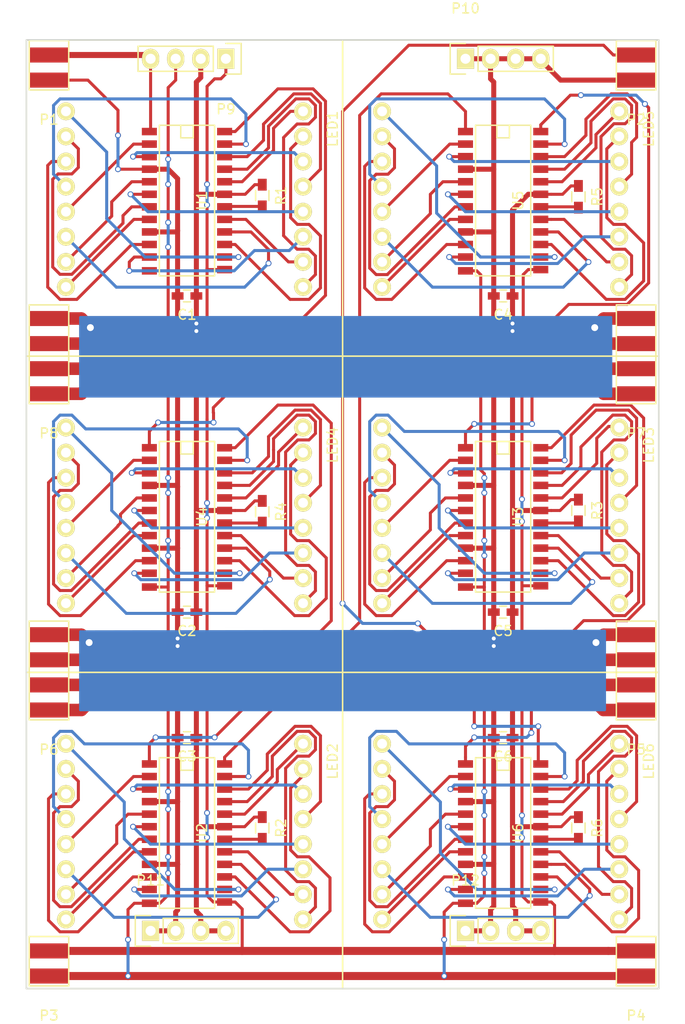
<source format=kicad_pcb>
(kicad_pcb (version 4) (host pcbnew 4.0.2-1.fc23-product)

  (general
    (links 191)
    (no_connects 0)
    (area 104.489467 31.6813 174.148534 135.7247)
    (thickness 1.6)
    (drawings 4)
    (tracks 1092)
    (zones 0)
    (modules 36)
    (nets 114)
  )

  (page A4)
  (layers
    (0 F.Cu signal)
    (31 B.Cu signal)
    (32 B.Adhes user)
    (33 F.Adhes user)
    (34 B.Paste user)
    (35 F.Paste user)
    (36 B.SilkS user)
    (37 F.SilkS user)
    (38 B.Mask user)
    (39 F.Mask user)
    (40 Dwgs.User user)
    (41 Cmts.User user)
    (42 Eco1.User user)
    (43 Eco2.User user)
    (44 Edge.Cuts user)
    (45 Margin user)
    (46 B.CrtYd user)
    (47 F.CrtYd user)
    (48 B.Fab user)
    (49 F.Fab user)
  )

  (setup
    (last_trace_width 0.3048)
    (user_trace_width 0.2032)
    (user_trace_width 0.254)
    (user_trace_width 0.3048)
    (user_trace_width 0.4064)
    (user_trace_width 0.508)
    (user_trace_width 0.6096)
    (user_trace_width 0.8128)
    (user_trace_width 1.27)
    (trace_clearance 0.2032)
    (zone_clearance 0.508)
    (zone_45_only no)
    (trace_min 0.2032)
    (segment_width 0.2)
    (edge_width 0.15)
    (via_size 0.6)
    (via_drill 0.4)
    (via_min_size 0.4)
    (via_min_drill 0.3)
    (user_via 1.2 0.7)
    (uvia_size 0.3)
    (uvia_drill 0.1)
    (uvias_allowed no)
    (uvia_min_size 0)
    (uvia_min_drill 0)
    (pcb_text_width 0.3)
    (pcb_text_size 1.5 1.5)
    (mod_edge_width 0.15)
    (mod_text_size 1 1)
    (mod_text_width 0.15)
    (pad_size 1.8 1.8)
    (pad_drill 1)
    (pad_to_mask_clearance 0.2)
    (aux_axis_origin 0 0)
    (visible_elements FFFFFF7F)
    (pcbplotparams
      (layerselection 0x00030_80000001)
      (usegerberextensions false)
      (excludeedgelayer true)
      (linewidth 0.100000)
      (plotframeref false)
      (viasonmask false)
      (mode 1)
      (useauxorigin false)
      (hpglpennumber 1)
      (hpglpenspeed 20)
      (hpglpendiameter 15)
      (hpglpenoverlay 2)
      (psnegative false)
      (psa4output false)
      (plotreference true)
      (plotvalue true)
      (plotinvisibletext false)
      (padsonsilk false)
      (subtractmaskfromsilk false)
      (outputformat 4)
      (mirror false)
      (drillshape 0)
      (scaleselection 1)
      (outputdirectory ""))
  )

  (net 0 "")
  (net 1 VCC)
  (net 2 GND)
  (net 3 C18)
  (net 4 C17)
  (net 5 R12)
  (net 6 C11)
  (net 7 R14)
  (net 8 C16)
  (net 9 C14)
  (net 10 R11)
  (net 11 R15)
  (net 12 R17)
  (net 13 C12)
  (net 14 C13)
  (net 15 R18)
  (net 16 C15)
  (net 17 R16)
  (net 18 R13)
  (net 19 C38)
  (net 20 C37)
  (net 21 R32)
  (net 22 C31)
  (net 23 R34)
  (net 24 C36)
  (net 25 C34)
  (net 26 R31)
  (net 27 R35)
  (net 28 R37)
  (net 29 C32)
  (net 30 C33)
  (net 31 R38)
  (net 32 C35)
  (net 33 R36)
  (net 34 R33)
  (net 35 C58)
  (net 36 C57)
  (net 37 R52)
  (net 38 C51)
  (net 39 R54)
  (net 40 C56)
  (net 41 C54)
  (net 42 R51)
  (net 43 R55)
  (net 44 R57)
  (net 45 C52)
  (net 46 C53)
  (net 47 R58)
  (net 48 C55)
  (net 49 R56)
  (net 50 R53)
  (net 51 C28)
  (net 52 C27)
  (net 53 R22)
  (net 54 C21)
  (net 55 R24)
  (net 56 C26)
  (net 57 C24)
  (net 58 R21)
  (net 59 R25)
  (net 60 R27)
  (net 61 C22)
  (net 62 C23)
  (net 63 R28)
  (net 64 C25)
  (net 65 R26)
  (net 66 R23)
  (net 67 C48)
  (net 68 C47)
  (net 69 R42)
  (net 70 C41)
  (net 71 R44)
  (net 72 C46)
  (net 73 C44)
  (net 74 R41)
  (net 75 R45)
  (net 76 R47)
  (net 77 C42)
  (net 78 C43)
  (net 79 R48)
  (net 80 C45)
  (net 81 R46)
  (net 82 R43)
  (net 83 C68)
  (net 84 C67)
  (net 85 R62)
  (net 86 C61)
  (net 87 R64)
  (net 88 C66)
  (net 89 C64)
  (net 90 R61)
  (net 91 R65)
  (net 92 R67)
  (net 93 C62)
  (net 94 C63)
  (net 95 R68)
  (net 96 C65)
  (net 97 R66)
  (net 98 R63)
  (net 99 DIN)
  (net 100 DOUT6)
  (net 101 LOAD)
  (net 102 CLK)
  (net 103 "Net-(R1-Pad2)")
  (net 104 "Net-(R2-Pad2)")
  (net 105 "Net-(R3-Pad2)")
  (net 106 "Net-(R4-Pad2)")
  (net 107 "Net-(R5-Pad2)")
  (net 108 "Net-(R6-Pad2)")
  (net 109 DOUT1)
  (net 110 DOUT2)
  (net 111 DOUT3)
  (net 112 DOUT4)
  (net 113 DOUT5)

  (net_class Default "To jest domyślna klasa połączeń."
    (clearance 0.2032)
    (trace_width 0.25)
    (via_dia 0.6)
    (via_drill 0.4)
    (uvia_dia 0.3)
    (uvia_drill 0.1)
    (add_net C11)
    (add_net C12)
    (add_net C13)
    (add_net C14)
    (add_net C15)
    (add_net C16)
    (add_net C17)
    (add_net C18)
    (add_net C21)
    (add_net C22)
    (add_net C23)
    (add_net C24)
    (add_net C25)
    (add_net C26)
    (add_net C27)
    (add_net C28)
    (add_net C31)
    (add_net C32)
    (add_net C33)
    (add_net C34)
    (add_net C35)
    (add_net C36)
    (add_net C37)
    (add_net C38)
    (add_net C41)
    (add_net C42)
    (add_net C43)
    (add_net C44)
    (add_net C45)
    (add_net C46)
    (add_net C47)
    (add_net C48)
    (add_net C51)
    (add_net C52)
    (add_net C53)
    (add_net C54)
    (add_net C55)
    (add_net C56)
    (add_net C57)
    (add_net C58)
    (add_net C61)
    (add_net C62)
    (add_net C63)
    (add_net C64)
    (add_net C65)
    (add_net C66)
    (add_net C67)
    (add_net C68)
    (add_net CLK)
    (add_net DIN)
    (add_net DOUT1)
    (add_net DOUT2)
    (add_net DOUT3)
    (add_net DOUT4)
    (add_net DOUT5)
    (add_net DOUT6)
    (add_net GND)
    (add_net LOAD)
    (add_net "Net-(R1-Pad2)")
    (add_net "Net-(R2-Pad2)")
    (add_net "Net-(R3-Pad2)")
    (add_net "Net-(R4-Pad2)")
    (add_net "Net-(R5-Pad2)")
    (add_net "Net-(R6-Pad2)")
    (add_net R11)
    (add_net R12)
    (add_net R13)
    (add_net R14)
    (add_net R15)
    (add_net R16)
    (add_net R17)
    (add_net R18)
    (add_net R21)
    (add_net R22)
    (add_net R23)
    (add_net R24)
    (add_net R25)
    (add_net R26)
    (add_net R27)
    (add_net R28)
    (add_net R31)
    (add_net R32)
    (add_net R33)
    (add_net R34)
    (add_net R35)
    (add_net R36)
    (add_net R37)
    (add_net R38)
    (add_net R41)
    (add_net R42)
    (add_net R43)
    (add_net R44)
    (add_net R45)
    (add_net R46)
    (add_net R47)
    (add_net R48)
    (add_net R51)
    (add_net R52)
    (add_net R53)
    (add_net R54)
    (add_net R55)
    (add_net R56)
    (add_net R57)
    (add_net R58)
    (add_net R61)
    (add_net R62)
    (add_net R63)
    (add_net R64)
    (add_net R65)
    (add_net R66)
    (add_net R67)
    (add_net R68)
    (add_net VCC)
  )

  (module LED_matrix:1088BS (layer F.Cu) (tedit 57A5A7B6) (tstamp 57A9B93A)
    (at 139.319 100.0125 90)
    (path /57A5ADF6)
    (fp_text reference LED4 (at 23 -1 90) (layer F.SilkS)
      (effects (font (size 1 1) (thickness 0.15)))
    )
    (fp_text value 1088BS (at 16 -1 90) (layer F.Fab)
      (effects (font (size 1 1) (thickness 0.15)))
    )
    (fp_line (start 0 0) (end 0 -32) (layer F.SilkS) (width 0.15))
    (fp_line (start 0 -32) (end 32 -32) (layer F.SilkS) (width 0.15))
    (fp_line (start 32 -32) (end 32 0) (layer F.SilkS) (width 0.15))
    (fp_line (start 32 0) (end 0 0) (layer F.SilkS) (width 0.15))
    (pad 1 thru_hole circle (at 7 -28 90) (size 1.8 1.8) (drill 1) (layers *.Cu *.Mask F.SilkS)
      (net 51 C28))
    (pad 2 thru_hole circle (at 9.54 -28 90) (size 1.8 1.8) (drill 1) (layers *.Cu *.Mask F.SilkS)
      (net 52 C27))
    (pad 3 thru_hole circle (at 12.08 -28 90) (size 1.8 1.8) (drill 1) (layers *.Cu *.Mask F.SilkS)
      (net 53 R22))
    (pad 4 thru_hole circle (at 14.62 -28 90) (size 1.8 1.8) (drill 1) (layers *.Cu *.Mask F.SilkS)
      (net 54 C21))
    (pad 5 thru_hole circle (at 17.16 -28 90) (size 1.8 1.8) (drill 1) (layers *.Cu *.Mask F.SilkS)
      (net 55 R24))
    (pad 6 thru_hole circle (at 19.7 -28 90) (size 1.8 1.8) (drill 1) (layers *.Cu *.Mask F.SilkS)
      (net 56 C26))
    (pad 7 thru_hole circle (at 22.24 -28 90) (size 1.8 1.8) (drill 1) (layers *.Cu *.Mask F.SilkS)
      (net 57 C24))
    (pad 8 thru_hole circle (at 24.78 -28 90) (size 1.8 1.8) (drill 1) (layers *.Cu *.Mask F.SilkS)
      (net 58 R21))
    (pad 16 thru_hole circle (at 7 -4 90) (size 1.8 1.8) (drill 1) (layers *.Cu *.Mask F.SilkS)
      (net 59 R25))
    (pad 15 thru_hole circle (at 9.54 -4 90) (size 1.8 1.8) (drill 1) (layers *.Cu *.Mask F.SilkS)
      (net 60 R27))
    (pad 14 thru_hole circle (at 12.08 -4 90) (size 1.8 1.8) (drill 1) (layers *.Cu *.Mask F.SilkS)
      (net 61 C22))
    (pad 13 thru_hole circle (at 14.62 -4 90) (size 1.8 1.8) (drill 1) (layers *.Cu *.Mask F.SilkS)
      (net 62 C23))
    (pad 12 thru_hole circle (at 17.16 -4 90) (size 1.8 1.8) (drill 1) (layers *.Cu *.Mask F.SilkS)
      (net 63 R28))
    (pad 11 thru_hole circle (at 19.7 -4 90) (size 1.8 1.8) (drill 1) (layers *.Cu *.Mask F.SilkS)
      (net 64 C25))
    (pad 10 thru_hole circle (at 22.24 -4 90) (size 1.8 1.8) (drill 1) (layers *.Cu *.Mask F.SilkS)
      (net 65 R26))
    (pad 9 thru_hole circle (at 24.78 -4 90) (size 1.8 1.8) (drill 1) (layers *.Cu *.Mask F.SilkS)
      (net 66 R23))
  )

  (module LED_matrix:1088BS (layer F.Cu) (tedit 57A5A7B6) (tstamp 57A9B90A)
    (at 139.319 132.0165 90)
    (path /57A5B008)
    (fp_text reference LED2 (at 23 -1 90) (layer F.SilkS)
      (effects (font (size 1 1) (thickness 0.15)))
    )
    (fp_text value 1088BS (at 16 -1 90) (layer F.Fab)
      (effects (font (size 1 1) (thickness 0.15)))
    )
    (fp_line (start 0 0) (end 0 -32) (layer F.SilkS) (width 0.15))
    (fp_line (start 0 -32) (end 32 -32) (layer F.SilkS) (width 0.15))
    (fp_line (start 32 -32) (end 32 0) (layer F.SilkS) (width 0.15))
    (fp_line (start 32 0) (end 0 0) (layer F.SilkS) (width 0.15))
    (pad 1 thru_hole circle (at 7 -28 90) (size 1.8 1.8) (drill 1) (layers *.Cu *.Mask F.SilkS)
      (net 19 C38))
    (pad 2 thru_hole circle (at 9.54 -28 90) (size 1.8 1.8) (drill 1) (layers *.Cu *.Mask F.SilkS)
      (net 20 C37))
    (pad 3 thru_hole circle (at 12.08 -28 90) (size 1.8 1.8) (drill 1) (layers *.Cu *.Mask F.SilkS)
      (net 21 R32))
    (pad 4 thru_hole circle (at 14.62 -28 90) (size 1.8 1.8) (drill 1) (layers *.Cu *.Mask F.SilkS)
      (net 22 C31))
    (pad 5 thru_hole circle (at 17.16 -28 90) (size 1.8 1.8) (drill 1) (layers *.Cu *.Mask F.SilkS)
      (net 23 R34))
    (pad 6 thru_hole circle (at 19.7 -28 90) (size 1.8 1.8) (drill 1) (layers *.Cu *.Mask F.SilkS)
      (net 24 C36))
    (pad 7 thru_hole circle (at 22.24 -28 90) (size 1.8 1.8) (drill 1) (layers *.Cu *.Mask F.SilkS)
      (net 25 C34))
    (pad 8 thru_hole circle (at 24.78 -28 90) (size 1.8 1.8) (drill 1) (layers *.Cu *.Mask F.SilkS)
      (net 26 R31))
    (pad 16 thru_hole circle (at 7 -4 90) (size 1.8 1.8) (drill 1) (layers *.Cu *.Mask F.SilkS)
      (net 27 R35))
    (pad 15 thru_hole circle (at 9.54 -4 90) (size 1.8 1.8) (drill 1) (layers *.Cu *.Mask F.SilkS)
      (net 28 R37))
    (pad 14 thru_hole circle (at 12.08 -4 90) (size 1.8 1.8) (drill 1) (layers *.Cu *.Mask F.SilkS)
      (net 29 C32))
    (pad 13 thru_hole circle (at 14.62 -4 90) (size 1.8 1.8) (drill 1) (layers *.Cu *.Mask F.SilkS)
      (net 30 C33))
    (pad 12 thru_hole circle (at 17.16 -4 90) (size 1.8 1.8) (drill 1) (layers *.Cu *.Mask F.SilkS)
      (net 31 R38))
    (pad 11 thru_hole circle (at 19.7 -4 90) (size 1.8 1.8) (drill 1) (layers *.Cu *.Mask F.SilkS)
      (net 32 C35))
    (pad 10 thru_hole circle (at 22.24 -4 90) (size 1.8 1.8) (drill 1) (layers *.Cu *.Mask F.SilkS)
      (net 33 R36))
    (pad 9 thru_hole circle (at 24.78 -4 90) (size 1.8 1.8) (drill 1) (layers *.Cu *.Mask F.SilkS)
      (net 34 R33))
  )

  (module LED_matrix:1088BS (layer F.Cu) (tedit 57A5A7B6) (tstamp 57A9B922)
    (at 171.323 100.0125 90)
    (path /57A5B0FC)
    (fp_text reference LED3 (at 23 -1 90) (layer F.SilkS)
      (effects (font (size 1 1) (thickness 0.15)))
    )
    (fp_text value 1088BS (at 16 -1 90) (layer F.Fab)
      (effects (font (size 1 1) (thickness 0.15)))
    )
    (fp_line (start 0 0) (end 0 -32) (layer F.SilkS) (width 0.15))
    (fp_line (start 0 -32) (end 32 -32) (layer F.SilkS) (width 0.15))
    (fp_line (start 32 -32) (end 32 0) (layer F.SilkS) (width 0.15))
    (fp_line (start 32 0) (end 0 0) (layer F.SilkS) (width 0.15))
    (pad 1 thru_hole circle (at 7 -28 90) (size 1.8 1.8) (drill 1) (layers *.Cu *.Mask F.SilkS)
      (net 35 C58))
    (pad 2 thru_hole circle (at 9.54 -28 90) (size 1.8 1.8) (drill 1) (layers *.Cu *.Mask F.SilkS)
      (net 36 C57))
    (pad 3 thru_hole circle (at 12.08 -28 90) (size 1.8 1.8) (drill 1) (layers *.Cu *.Mask F.SilkS)
      (net 37 R52))
    (pad 4 thru_hole circle (at 14.62 -28 90) (size 1.8 1.8) (drill 1) (layers *.Cu *.Mask F.SilkS)
      (net 38 C51))
    (pad 5 thru_hole circle (at 17.16 -28 90) (size 1.8 1.8) (drill 1) (layers *.Cu *.Mask F.SilkS)
      (net 39 R54))
    (pad 6 thru_hole circle (at 19.7 -28 90) (size 1.8 1.8) (drill 1) (layers *.Cu *.Mask F.SilkS)
      (net 40 C56))
    (pad 7 thru_hole circle (at 22.24 -28 90) (size 1.8 1.8) (drill 1) (layers *.Cu *.Mask F.SilkS)
      (net 41 C54))
    (pad 8 thru_hole circle (at 24.78 -28 90) (size 1.8 1.8) (drill 1) (layers *.Cu *.Mask F.SilkS)
      (net 42 R51))
    (pad 16 thru_hole circle (at 7 -4 90) (size 1.8 1.8) (drill 1) (layers *.Cu *.Mask F.SilkS)
      (net 43 R55))
    (pad 15 thru_hole circle (at 9.54 -4 90) (size 1.8 1.8) (drill 1) (layers *.Cu *.Mask F.SilkS)
      (net 44 R57))
    (pad 14 thru_hole circle (at 12.08 -4 90) (size 1.8 1.8) (drill 1) (layers *.Cu *.Mask F.SilkS)
      (net 45 C52))
    (pad 13 thru_hole circle (at 14.62 -4 90) (size 1.8 1.8) (drill 1) (layers *.Cu *.Mask F.SilkS)
      (net 46 C53))
    (pad 12 thru_hole circle (at 17.16 -4 90) (size 1.8 1.8) (drill 1) (layers *.Cu *.Mask F.SilkS)
      (net 47 R58))
    (pad 11 thru_hole circle (at 19.7 -4 90) (size 1.8 1.8) (drill 1) (layers *.Cu *.Mask F.SilkS)
      (net 48 C55))
    (pad 10 thru_hole circle (at 22.24 -4 90) (size 1.8 1.8) (drill 1) (layers *.Cu *.Mask F.SilkS)
      (net 49 R56))
    (pad 9 thru_hole circle (at 24.78 -4 90) (size 1.8 1.8) (drill 1) (layers *.Cu *.Mask F.SilkS)
      (net 50 R53))
  )

  (module LED_matrix:1088BS (layer F.Cu) (tedit 57A5A7B6) (tstamp 57A9B952)
    (at 171.323 68.0085 90)
    (path /57A5B002)
    (fp_text reference LED5 (at 23 -1 90) (layer F.SilkS)
      (effects (font (size 1 1) (thickness 0.15)))
    )
    (fp_text value 1088BS (at 16 -1 90) (layer F.Fab)
      (effects (font (size 1 1) (thickness 0.15)))
    )
    (fp_line (start 0 0) (end 0 -32) (layer F.SilkS) (width 0.15))
    (fp_line (start 0 -32) (end 32 -32) (layer F.SilkS) (width 0.15))
    (fp_line (start 32 -32) (end 32 0) (layer F.SilkS) (width 0.15))
    (fp_line (start 32 0) (end 0 0) (layer F.SilkS) (width 0.15))
    (pad 1 thru_hole circle (at 7 -28 90) (size 1.8 1.8) (drill 1) (layers *.Cu *.Mask F.SilkS)
      (net 67 C48))
    (pad 2 thru_hole circle (at 9.54 -28 90) (size 1.8 1.8) (drill 1) (layers *.Cu *.Mask F.SilkS)
      (net 68 C47))
    (pad 3 thru_hole circle (at 12.08 -28 90) (size 1.8 1.8) (drill 1) (layers *.Cu *.Mask F.SilkS)
      (net 69 R42))
    (pad 4 thru_hole circle (at 14.62 -28 90) (size 1.8 1.8) (drill 1) (layers *.Cu *.Mask F.SilkS)
      (net 70 C41))
    (pad 5 thru_hole circle (at 17.16 -28 90) (size 1.8 1.8) (drill 1) (layers *.Cu *.Mask F.SilkS)
      (net 71 R44))
    (pad 6 thru_hole circle (at 19.7 -28 90) (size 1.8 1.8) (drill 1) (layers *.Cu *.Mask F.SilkS)
      (net 72 C46))
    (pad 7 thru_hole circle (at 22.24 -28 90) (size 1.8 1.8) (drill 1) (layers *.Cu *.Mask F.SilkS)
      (net 73 C44))
    (pad 8 thru_hole circle (at 24.78 -28 90) (size 1.8 1.8) (drill 1) (layers *.Cu *.Mask F.SilkS)
      (net 74 R41))
    (pad 16 thru_hole circle (at 7 -4 90) (size 1.8 1.8) (drill 1) (layers *.Cu *.Mask F.SilkS)
      (net 75 R45))
    (pad 15 thru_hole circle (at 9.54 -4 90) (size 1.8 1.8) (drill 1) (layers *.Cu *.Mask F.SilkS)
      (net 76 R47))
    (pad 14 thru_hole circle (at 12.08 -4 90) (size 1.8 1.8) (drill 1) (layers *.Cu *.Mask F.SilkS)
      (net 77 C42))
    (pad 13 thru_hole circle (at 14.62 -4 90) (size 1.8 1.8) (drill 1) (layers *.Cu *.Mask F.SilkS)
      (net 78 C43))
    (pad 12 thru_hole circle (at 17.16 -4 90) (size 1.8 1.8) (drill 1) (layers *.Cu *.Mask F.SilkS)
      (net 79 R48))
    (pad 11 thru_hole circle (at 19.7 -4 90) (size 1.8 1.8) (drill 1) (layers *.Cu *.Mask F.SilkS)
      (net 80 C45))
    (pad 10 thru_hole circle (at 22.24 -4 90) (size 1.8 1.8) (drill 1) (layers *.Cu *.Mask F.SilkS)
      (net 81 R46))
    (pad 9 thru_hole circle (at 24.78 -4 90) (size 1.8 1.8) (drill 1) (layers *.Cu *.Mask F.SilkS)
      (net 82 R43))
  )

  (module LED_matrix:1088BS (layer F.Cu) (tedit 57A5A7B6) (tstamp 57A9B96A)
    (at 171.323 132.0165 90)
    (path /57A5B0F6)
    (fp_text reference LED6 (at 23 -1 90) (layer F.SilkS)
      (effects (font (size 1 1) (thickness 0.15)))
    )
    (fp_text value 1088BS (at 16 -1 90) (layer F.Fab)
      (effects (font (size 1 1) (thickness 0.15)))
    )
    (fp_line (start 0 0) (end 0 -32) (layer F.SilkS) (width 0.15))
    (fp_line (start 0 -32) (end 32 -32) (layer F.SilkS) (width 0.15))
    (fp_line (start 32 -32) (end 32 0) (layer F.SilkS) (width 0.15))
    (fp_line (start 32 0) (end 0 0) (layer F.SilkS) (width 0.15))
    (pad 1 thru_hole circle (at 7 -28 90) (size 1.8 1.8) (drill 1) (layers *.Cu *.Mask F.SilkS)
      (net 83 C68))
    (pad 2 thru_hole circle (at 9.54 -28 90) (size 1.8 1.8) (drill 1) (layers *.Cu *.Mask F.SilkS)
      (net 84 C67))
    (pad 3 thru_hole circle (at 12.08 -28 90) (size 1.8 1.8) (drill 1) (layers *.Cu *.Mask F.SilkS)
      (net 85 R62))
    (pad 4 thru_hole circle (at 14.62 -28 90) (size 1.8 1.8) (drill 1) (layers *.Cu *.Mask F.SilkS)
      (net 86 C61))
    (pad 5 thru_hole circle (at 17.16 -28 90) (size 1.8 1.8) (drill 1) (layers *.Cu *.Mask F.SilkS)
      (net 87 R64))
    (pad 6 thru_hole circle (at 19.7 -28 90) (size 1.8 1.8) (drill 1) (layers *.Cu *.Mask F.SilkS)
      (net 88 C66))
    (pad 7 thru_hole circle (at 22.24 -28 90) (size 1.8 1.8) (drill 1) (layers *.Cu *.Mask F.SilkS)
      (net 89 C64))
    (pad 8 thru_hole circle (at 24.78 -28 90) (size 1.8 1.8) (drill 1) (layers *.Cu *.Mask F.SilkS)
      (net 90 R61))
    (pad 16 thru_hole circle (at 7 -4 90) (size 1.8 1.8) (drill 1) (layers *.Cu *.Mask F.SilkS)
      (net 91 R65))
    (pad 15 thru_hole circle (at 9.54 -4 90) (size 1.8 1.8) (drill 1) (layers *.Cu *.Mask F.SilkS)
      (net 92 R67))
    (pad 14 thru_hole circle (at 12.08 -4 90) (size 1.8 1.8) (drill 1) (layers *.Cu *.Mask F.SilkS)
      (net 93 C62))
    (pad 13 thru_hole circle (at 14.62 -4 90) (size 1.8 1.8) (drill 1) (layers *.Cu *.Mask F.SilkS)
      (net 94 C63))
    (pad 12 thru_hole circle (at 17.16 -4 90) (size 1.8 1.8) (drill 1) (layers *.Cu *.Mask F.SilkS)
      (net 95 R68))
    (pad 11 thru_hole circle (at 19.7 -4 90) (size 1.8 1.8) (drill 1) (layers *.Cu *.Mask F.SilkS)
      (net 96 C65))
    (pad 10 thru_hole circle (at 22.24 -4 90) (size 1.8 1.8) (drill 1) (layers *.Cu *.Mask F.SilkS)
      (net 97 R66))
    (pad 9 thru_hole circle (at 24.78 -4 90) (size 1.8 1.8) (drill 1) (layers *.Cu *.Mask F.SilkS)
      (net 98 R63))
  )

  (module Connectors:socket_strip_smd_1x04 (layer F.Cu) (tedit 57A5F23F) (tstamp 57A9B9BA)
    (at 169.037 103.8225)
    (path /57A6FFB5)
    (fp_text reference P5 (at 0 4) (layer F.SilkS)
      (effects (font (size 1 1) (thickness 0.15)))
    )
    (fp_text value CONN_01X04 (at 0 2) (layer F.Fab)
      (effects (font (size 1 1) (thickness 0.15)))
    )
    (fp_line (start -2 1) (end -2 -9) (layer F.SilkS) (width 0.15))
    (fp_line (start -2 -9) (end 2 -9) (layer F.SilkS) (width 0.15))
    (fp_line (start 2 -9) (end 2 1) (layer F.SilkS) (width 0.15))
    (fp_line (start 2 1) (end -2 1) (layer F.SilkS) (width 0.15))
    (pad 1 smd rect (at 0 0) (size 4 1.524) (layers F.Cu F.Paste F.Mask)
      (net 2 GND))
    (pad 2 smd rect (at 0 -2.54) (size 4 1.524) (layers F.Cu F.Paste F.Mask)
      (net 2 GND))
    (pad 3 smd rect (at 0 -5.08) (size 4 1.524) (layers F.Cu F.Paste F.Mask)
      (net 2 GND))
    (pad 4 smd rect (at 0 -7.62) (size 4 1.524) (layers F.Cu F.Paste F.Mask)
      (net 2 GND))
  )

  (module Connectors:socket_strip_smd_1x04 (layer F.Cu) (tedit 57A5F23F) (tstamp 57A9B9C6)
    (at 109.601 103.8225)
    (path /57A7005B)
    (fp_text reference P6 (at 0 4) (layer F.SilkS)
      (effects (font (size 1 1) (thickness 0.15)))
    )
    (fp_text value CONN_01X04 (at 0 2) (layer F.Fab)
      (effects (font (size 1 1) (thickness 0.15)))
    )
    (fp_line (start -2 1) (end -2 -9) (layer F.SilkS) (width 0.15))
    (fp_line (start -2 -9) (end 2 -9) (layer F.SilkS) (width 0.15))
    (fp_line (start 2 -9) (end 2 1) (layer F.SilkS) (width 0.15))
    (fp_line (start 2 1) (end -2 1) (layer F.SilkS) (width 0.15))
    (pad 1 smd rect (at 0 0) (size 4 1.524) (layers F.Cu F.Paste F.Mask)
      (net 2 GND))
    (pad 2 smd rect (at 0 -2.54) (size 4 1.524) (layers F.Cu F.Paste F.Mask)
      (net 2 GND))
    (pad 3 smd rect (at 0 -5.08) (size 4 1.524) (layers F.Cu F.Paste F.Mask)
      (net 2 GND))
    (pad 4 smd rect (at 0 -7.62) (size 4 1.524) (layers F.Cu F.Paste F.Mask)
      (net 2 GND))
  )

  (module Connectors:socket_strip_smd_1x04 (layer F.Cu) (tedit 57A5F23F) (tstamp 57A9B9D2)
    (at 169.037 71.8185)
    (path /57A701AD)
    (fp_text reference P7 (at 0 4) (layer F.SilkS)
      (effects (font (size 1 1) (thickness 0.15)))
    )
    (fp_text value CONN_01X04 (at 0 2) (layer F.Fab)
      (effects (font (size 1 1) (thickness 0.15)))
    )
    (fp_line (start -2 1) (end -2 -9) (layer F.SilkS) (width 0.15))
    (fp_line (start -2 -9) (end 2 -9) (layer F.SilkS) (width 0.15))
    (fp_line (start 2 -9) (end 2 1) (layer F.SilkS) (width 0.15))
    (fp_line (start 2 1) (end -2 1) (layer F.SilkS) (width 0.15))
    (pad 1 smd rect (at 0 0) (size 4 1.524) (layers F.Cu F.Paste F.Mask)
      (net 1 VCC))
    (pad 2 smd rect (at 0 -2.54) (size 4 1.524) (layers F.Cu F.Paste F.Mask)
      (net 1 VCC))
    (pad 3 smd rect (at 0 -5.08) (size 4 1.524) (layers F.Cu F.Paste F.Mask)
      (net 1 VCC))
    (pad 4 smd rect (at 0 -7.62) (size 4 1.524) (layers F.Cu F.Paste F.Mask)
      (net 1 VCC))
  )

  (module Connectors:socket_strip_smd_1x04 (layer F.Cu) (tedit 57A5F23F) (tstamp 57A9B9DE)
    (at 109.601 71.8185)
    (path /57A701B3)
    (fp_text reference P8 (at 0 4) (layer F.SilkS)
      (effects (font (size 1 1) (thickness 0.15)))
    )
    (fp_text value CONN_01X04 (at 0 2) (layer F.Fab)
      (effects (font (size 1 1) (thickness 0.15)))
    )
    (fp_line (start -2 1) (end -2 -9) (layer F.SilkS) (width 0.15))
    (fp_line (start -2 -9) (end 2 -9) (layer F.SilkS) (width 0.15))
    (fp_line (start 2 -9) (end 2 1) (layer F.SilkS) (width 0.15))
    (fp_line (start 2 1) (end -2 1) (layer F.SilkS) (width 0.15))
    (pad 1 smd rect (at 0 0) (size 4 1.524) (layers F.Cu F.Paste F.Mask)
      (net 1 VCC))
    (pad 2 smd rect (at 0 -2.54) (size 4 1.524) (layers F.Cu F.Paste F.Mask)
      (net 1 VCC))
    (pad 3 smd rect (at 0 -5.08) (size 4 1.524) (layers F.Cu F.Paste F.Mask)
      (net 1 VCC))
    (pad 4 smd rect (at 0 -7.62) (size 4 1.524) (layers F.Cu F.Paste F.Mask)
      (net 1 VCC))
  )

  (module Socket_Strips:Socket_Strip_Straight_1x04 (layer F.Cu) (tedit 0) (tstamp 57A9B9F1)
    (at 127.508 37.9095 180)
    (descr "Through hole socket strip")
    (tags "socket strip")
    (path /57A7034B)
    (fp_text reference P9 (at 0 -5.1 180) (layer F.SilkS)
      (effects (font (size 1 1) (thickness 0.15)))
    )
    (fp_text value CONN_01X04 (at 0 -3.1 180) (layer F.Fab)
      (effects (font (size 1 1) (thickness 0.15)))
    )
    (fp_line (start -1.75 -1.75) (end -1.75 1.75) (layer F.CrtYd) (width 0.05))
    (fp_line (start 9.4 -1.75) (end 9.4 1.75) (layer F.CrtYd) (width 0.05))
    (fp_line (start -1.75 -1.75) (end 9.4 -1.75) (layer F.CrtYd) (width 0.05))
    (fp_line (start -1.75 1.75) (end 9.4 1.75) (layer F.CrtYd) (width 0.05))
    (fp_line (start 1.27 -1.27) (end 8.89 -1.27) (layer F.SilkS) (width 0.15))
    (fp_line (start 1.27 1.27) (end 8.89 1.27) (layer F.SilkS) (width 0.15))
    (fp_line (start -1.55 1.55) (end 0 1.55) (layer F.SilkS) (width 0.15))
    (fp_line (start 8.89 -1.27) (end 8.89 1.27) (layer F.SilkS) (width 0.15))
    (fp_line (start 1.27 1.27) (end 1.27 -1.27) (layer F.SilkS) (width 0.15))
    (fp_line (start 0 -1.55) (end -1.55 -1.55) (layer F.SilkS) (width 0.15))
    (fp_line (start -1.55 -1.55) (end -1.55 1.55) (layer F.SilkS) (width 0.15))
    (pad 1 thru_hole rect (at 0 0 180) (size 1.7272 2.032) (drill 1.016) (layers *.Cu *.Mask F.SilkS)
      (net 102 CLK))
    (pad 2 thru_hole oval (at 2.54 0 180) (size 1.7272 2.032) (drill 1.016) (layers *.Cu *.Mask F.SilkS)
      (net 1 VCC))
    (pad 3 thru_hole oval (at 5.08 0 180) (size 1.7272 2.032) (drill 1.016) (layers *.Cu *.Mask F.SilkS)
      (net 101 LOAD))
    (pad 4 thru_hole oval (at 7.62 0 180) (size 1.7272 2.032) (drill 1.016) (layers *.Cu *.Mask F.SilkS)
      (net 99 DIN))
    (model Socket_Strips.3dshapes/Socket_Strip_Straight_1x04.wrl
      (at (xyz 0.15 0 0))
      (scale (xyz 1 1 1))
      (rotate (xyz 0 0 180))
    )
  )

  (module Socket_Strips:Socket_Strip_Straight_1x04 (layer F.Cu) (tedit 0) (tstamp 57A9BA04)
    (at 151.765 37.9095)
    (descr "Through hole socket strip")
    (tags "socket strip")
    (path /57A70351)
    (fp_text reference P10 (at 0 -5.1) (layer F.SilkS)
      (effects (font (size 1 1) (thickness 0.15)))
    )
    (fp_text value CONN_01X04 (at 0 -3.1) (layer F.Fab)
      (effects (font (size 1 1) (thickness 0.15)))
    )
    (fp_line (start -1.75 -1.75) (end -1.75 1.75) (layer F.CrtYd) (width 0.05))
    (fp_line (start 9.4 -1.75) (end 9.4 1.75) (layer F.CrtYd) (width 0.05))
    (fp_line (start -1.75 -1.75) (end 9.4 -1.75) (layer F.CrtYd) (width 0.05))
    (fp_line (start -1.75 1.75) (end 9.4 1.75) (layer F.CrtYd) (width 0.05))
    (fp_line (start 1.27 -1.27) (end 8.89 -1.27) (layer F.SilkS) (width 0.15))
    (fp_line (start 1.27 1.27) (end 8.89 1.27) (layer F.SilkS) (width 0.15))
    (fp_line (start -1.55 1.55) (end 0 1.55) (layer F.SilkS) (width 0.15))
    (fp_line (start 8.89 -1.27) (end 8.89 1.27) (layer F.SilkS) (width 0.15))
    (fp_line (start 1.27 1.27) (end 1.27 -1.27) (layer F.SilkS) (width 0.15))
    (fp_line (start 0 -1.55) (end -1.55 -1.55) (layer F.SilkS) (width 0.15))
    (fp_line (start -1.55 -1.55) (end -1.55 1.55) (layer F.SilkS) (width 0.15))
    (pad 1 thru_hole rect (at 0 0) (size 1.7272 2.032) (drill 1.016) (layers *.Cu *.Mask F.SilkS)
      (net 2 GND))
    (pad 2 thru_hole oval (at 2.54 0) (size 1.7272 2.032) (drill 1.016) (layers *.Cu *.Mask F.SilkS)
      (net 2 GND))
    (pad 3 thru_hole oval (at 5.08 0) (size 1.7272 2.032) (drill 1.016) (layers *.Cu *.Mask F.SilkS)
      (net 2 GND))
    (pad 4 thru_hole oval (at 7.62 0) (size 1.7272 2.032) (drill 1.016) (layers *.Cu *.Mask F.SilkS)
      (net 2 GND))
    (model Socket_Strips.3dshapes/Socket_Strip_Straight_1x04.wrl
      (at (xyz 0.15 0 0))
      (scale (xyz 1 1 1))
      (rotate (xyz 0 0 180))
    )
  )

  (module Socket_Strips:Socket_Strip_Straight_1x04 (layer F.Cu) (tedit 0) (tstamp 57A9BA17)
    (at 119.888 126.1745)
    (descr "Through hole socket strip")
    (tags "socket strip")
    (path /57A70357)
    (fp_text reference P11 (at 0 -5.1) (layer F.SilkS)
      (effects (font (size 1 1) (thickness 0.15)))
    )
    (fp_text value CONN_01X04 (at 0 -3.1) (layer F.Fab)
      (effects (font (size 1 1) (thickness 0.15)))
    )
    (fp_line (start -1.75 -1.75) (end -1.75 1.75) (layer F.CrtYd) (width 0.05))
    (fp_line (start 9.4 -1.75) (end 9.4 1.75) (layer F.CrtYd) (width 0.05))
    (fp_line (start -1.75 -1.75) (end 9.4 -1.75) (layer F.CrtYd) (width 0.05))
    (fp_line (start -1.75 1.75) (end 9.4 1.75) (layer F.CrtYd) (width 0.05))
    (fp_line (start 1.27 -1.27) (end 8.89 -1.27) (layer F.SilkS) (width 0.15))
    (fp_line (start 1.27 1.27) (end 8.89 1.27) (layer F.SilkS) (width 0.15))
    (fp_line (start -1.55 1.55) (end 0 1.55) (layer F.SilkS) (width 0.15))
    (fp_line (start 8.89 -1.27) (end 8.89 1.27) (layer F.SilkS) (width 0.15))
    (fp_line (start 1.27 1.27) (end 1.27 -1.27) (layer F.SilkS) (width 0.15))
    (fp_line (start 0 -1.55) (end -1.55 -1.55) (layer F.SilkS) (width 0.15))
    (fp_line (start -1.55 -1.55) (end -1.55 1.55) (layer F.SilkS) (width 0.15))
    (pad 1 thru_hole rect (at 0 0) (size 1.7272 2.032) (drill 1.016) (layers *.Cu *.Mask F.SilkS)
      (net 2 GND))
    (pad 2 thru_hole oval (at 2.54 0) (size 1.7272 2.032) (drill 1.016) (layers *.Cu *.Mask F.SilkS)
      (net 2 GND))
    (pad 3 thru_hole oval (at 5.08 0) (size 1.7272 2.032) (drill 1.016) (layers *.Cu *.Mask F.SilkS)
      (net 1 VCC))
    (pad 4 thru_hole oval (at 7.62 0) (size 1.7272 2.032) (drill 1.016) (layers *.Cu *.Mask F.SilkS)
      (net 1 VCC))
    (model Socket_Strips.3dshapes/Socket_Strip_Straight_1x04.wrl
      (at (xyz 0.15 0 0))
      (scale (xyz 1 1 1))
      (rotate (xyz 0 0 180))
    )
  )

  (module Socket_Strips:Socket_Strip_Straight_1x04 (layer F.Cu) (tedit 0) (tstamp 57A9BA2A)
    (at 151.765 126.1745)
    (descr "Through hole socket strip")
    (tags "socket strip")
    (path /57A7035D)
    (fp_text reference P12 (at 0 -5.1) (layer F.SilkS)
      (effects (font (size 1 1) (thickness 0.15)))
    )
    (fp_text value CONN_01X04 (at 0 -3.1) (layer F.Fab)
      (effects (font (size 1 1) (thickness 0.15)))
    )
    (fp_line (start -1.75 -1.75) (end -1.75 1.75) (layer F.CrtYd) (width 0.05))
    (fp_line (start 9.4 -1.75) (end 9.4 1.75) (layer F.CrtYd) (width 0.05))
    (fp_line (start -1.75 -1.75) (end 9.4 -1.75) (layer F.CrtYd) (width 0.05))
    (fp_line (start -1.75 1.75) (end 9.4 1.75) (layer F.CrtYd) (width 0.05))
    (fp_line (start 1.27 -1.27) (end 8.89 -1.27) (layer F.SilkS) (width 0.15))
    (fp_line (start 1.27 1.27) (end 8.89 1.27) (layer F.SilkS) (width 0.15))
    (fp_line (start -1.55 1.55) (end 0 1.55) (layer F.SilkS) (width 0.15))
    (fp_line (start 8.89 -1.27) (end 8.89 1.27) (layer F.SilkS) (width 0.15))
    (fp_line (start 1.27 1.27) (end 1.27 -1.27) (layer F.SilkS) (width 0.15))
    (fp_line (start 0 -1.55) (end -1.55 -1.55) (layer F.SilkS) (width 0.15))
    (fp_line (start -1.55 -1.55) (end -1.55 1.55) (layer F.SilkS) (width 0.15))
    (pad 1 thru_hole rect (at 0 0) (size 1.7272 2.032) (drill 1.016) (layers *.Cu *.Mask F.SilkS)
      (net 2 GND))
    (pad 2 thru_hole oval (at 2.54 0) (size 1.7272 2.032) (drill 1.016) (layers *.Cu *.Mask F.SilkS)
      (net 2 GND))
    (pad 3 thru_hole oval (at 5.08 0) (size 1.7272 2.032) (drill 1.016) (layers *.Cu *.Mask F.SilkS)
      (net 1 VCC))
    (pad 4 thru_hole oval (at 7.62 0) (size 1.7272 2.032) (drill 1.016) (layers *.Cu *.Mask F.SilkS)
      (net 1 VCC))
    (model Socket_Strips.3dshapes/Socket_Strip_Straight_1x04.wrl
      (at (xyz 0.15 0 0))
      (scale (xyz 1 1 1))
      (rotate (xyz 0 0 180))
    )
  )

  (module SMD_Packages:SOIC-24 (layer F.Cu) (tedit 0) (tstamp 57A9BA95)
    (at 123.571 52.2605 270)
    (path /579E5E97)
    (attr smd)
    (fp_text reference U1 (at 0 -1.524 270) (layer F.SilkS)
      (effects (font (size 1 1) (thickness 0.15)))
    )
    (fp_text value MAX7219 (at 0 1.143 270) (layer F.Fab)
      (effects (font (size 1 1) (thickness 0.15)))
    )
    (fp_line (start 7.62 -2.794) (end 7.62 2.794) (layer F.SilkS) (width 0.15))
    (fp_line (start -7.62 -2.794) (end -7.62 2.794) (layer F.SilkS) (width 0.15))
    (fp_line (start 7.62 -2.794) (end -7.62 -2.794) (layer F.SilkS) (width 0.15))
    (fp_line (start -7.62 -0.635) (end -6.35 -0.635) (layer F.SilkS) (width 0.15))
    (fp_line (start -6.35 -0.635) (end -6.35 0.635) (layer F.SilkS) (width 0.15))
    (fp_line (start -6.35 0.635) (end -7.62 0.635) (layer F.SilkS) (width 0.15))
    (fp_line (start -7.62 2.794) (end 7.62 2.794) (layer F.SilkS) (width 0.15))
    (pad 1 smd rect (at -6.985 3.81 270) (size 0.762 1.524) (layers F.Cu F.Paste F.Mask)
      (net 99 DIN))
    (pad 2 smd rect (at -5.715 3.81 270) (size 0.762 1.524) (layers F.Cu F.Paste F.Mask)
      (net 6 C11))
    (pad 3 smd rect (at -4.445 3.81 270) (size 0.762 1.524) (layers F.Cu F.Paste F.Mask)
      (net 16 C15))
    (pad 4 smd rect (at -3.175 3.81 270) (size 0.762 1.524) (layers F.Cu F.Paste F.Mask)
      (net 2 GND))
    (pad 5 smd rect (at -1.905 3.81 270) (size 0.762 1.524) (layers F.Cu F.Paste F.Mask)
      (net 4 C17))
    (pad 6 smd rect (at -0.635 3.81 270) (size 0.762 1.524) (layers F.Cu F.Paste F.Mask)
      (net 14 C13))
    (pad 7 smd rect (at 0.635 3.81 270) (size 0.762 1.524) (layers F.Cu F.Paste F.Mask)
      (net 9 C14))
    (pad 8 smd rect (at 1.905 3.81 270) (size 0.762 1.524) (layers F.Cu F.Paste F.Mask)
      (net 3 C18))
    (pad 9 smd rect (at 3.175 3.81 270) (size 0.762 1.524) (layers F.Cu F.Paste F.Mask)
      (net 2 GND))
    (pad 10 smd rect (at 4.445 3.81 270) (size 0.762 1.524) (layers F.Cu F.Paste F.Mask)
      (net 8 C16))
    (pad 11 smd rect (at 5.715 3.81 270) (size 0.762 1.524) (layers F.Cu F.Paste F.Mask)
      (net 13 C12))
    (pad 12 smd rect (at 7.112 3.81 270) (size 0.762 1.524) (layers F.Cu F.Paste F.Mask)
      (net 101 LOAD))
    (pad 24 smd rect (at -6.985 -3.81 270) (size 0.762 1.524) (layers F.Cu F.Paste F.Mask)
      (net 109 DOUT1))
    (pad 23 smd rect (at -5.715 -3.81 270) (size 0.762 1.524) (layers F.Cu F.Paste F.Mask)
      (net 7 R14))
    (pad 22 smd rect (at -4.445 -3.81 270) (size 0.762 1.524) (layers F.Cu F.Paste F.Mask)
      (net 15 R18))
    (pad 21 smd rect (at -3.175 -3.81 270) (size 0.762 1.524) (layers F.Cu F.Paste F.Mask)
      (net 11 R15))
    (pad 20 smd rect (at -1.905 -3.81 270) (size 0.762 1.524) (layers F.Cu F.Paste F.Mask)
      (net 18 R13))
    (pad 19 smd rect (at -0.635 -3.81 270) (size 0.762 1.524) (layers F.Cu F.Paste F.Mask)
      (net 1 VCC))
    (pad 18 smd rect (at 0.635 -3.81 270) (size 0.762 1.524) (layers F.Cu F.Paste F.Mask)
      (net 103 "Net-(R1-Pad2)"))
    (pad 17 smd rect (at 1.905 -3.81 270) (size 0.762 1.524) (layers F.Cu F.Paste F.Mask)
      (net 12 R17))
    (pad 16 smd rect (at 3.175 -3.81 270) (size 0.762 1.524) (layers F.Cu F.Paste F.Mask)
      (net 5 R12))
    (pad 15 smd rect (at 4.445 -3.81 270) (size 0.762 1.524) (layers F.Cu F.Paste F.Mask)
      (net 17 R16))
    (pad 14 smd rect (at 5.715 -3.81 270) (size 0.762 1.524) (layers F.Cu F.Paste F.Mask)
      (net 10 R11))
    (pad 13 smd rect (at 6.985 -3.81 270) (size 0.762 1.524) (layers F.Cu F.Paste F.Mask)
      (net 102 CLK))
    (model SMD_Packages.3dshapes/SOIC-24.wrl
      (at (xyz 0 0 0))
      (scale (xyz 0.5 0.6 0.5))
      (rotate (xyz 0 0 0))
    )
  )

  (module SMD_Packages:SOIC-24 (layer F.Cu) (tedit 0) (tstamp 57A9BAB8)
    (at 123.571 116.2685 270)
    (path /579E70AF)
    (attr smd)
    (fp_text reference U2 (at 0 -1.524 270) (layer F.SilkS)
      (effects (font (size 1 1) (thickness 0.15)))
    )
    (fp_text value MAX7219 (at 0 1.143 270) (layer F.Fab)
      (effects (font (size 1 1) (thickness 0.15)))
    )
    (fp_line (start 7.62 -2.794) (end 7.62 2.794) (layer F.SilkS) (width 0.15))
    (fp_line (start -7.62 -2.794) (end -7.62 2.794) (layer F.SilkS) (width 0.15))
    (fp_line (start 7.62 -2.794) (end -7.62 -2.794) (layer F.SilkS) (width 0.15))
    (fp_line (start -7.62 -0.635) (end -6.35 -0.635) (layer F.SilkS) (width 0.15))
    (fp_line (start -6.35 -0.635) (end -6.35 0.635) (layer F.SilkS) (width 0.15))
    (fp_line (start -6.35 0.635) (end -7.62 0.635) (layer F.SilkS) (width 0.15))
    (fp_line (start -7.62 2.794) (end 7.62 2.794) (layer F.SilkS) (width 0.15))
    (pad 1 smd rect (at -6.985 3.81 270) (size 0.762 1.524) (layers F.Cu F.Paste F.Mask)
      (net 110 DOUT2))
    (pad 2 smd rect (at -5.715 3.81 270) (size 0.762 1.524) (layers F.Cu F.Paste F.Mask)
      (net 22 C31))
    (pad 3 smd rect (at -4.445 3.81 270) (size 0.762 1.524) (layers F.Cu F.Paste F.Mask)
      (net 32 C35))
    (pad 4 smd rect (at -3.175 3.81 270) (size 0.762 1.524) (layers F.Cu F.Paste F.Mask)
      (net 2 GND))
    (pad 5 smd rect (at -1.905 3.81 270) (size 0.762 1.524) (layers F.Cu F.Paste F.Mask)
      (net 20 C37))
    (pad 6 smd rect (at -0.635 3.81 270) (size 0.762 1.524) (layers F.Cu F.Paste F.Mask)
      (net 30 C33))
    (pad 7 smd rect (at 0.635 3.81 270) (size 0.762 1.524) (layers F.Cu F.Paste F.Mask)
      (net 25 C34))
    (pad 8 smd rect (at 1.905 3.81 270) (size 0.762 1.524) (layers F.Cu F.Paste F.Mask)
      (net 19 C38))
    (pad 9 smd rect (at 3.175 3.81 270) (size 0.762 1.524) (layers F.Cu F.Paste F.Mask)
      (net 2 GND))
    (pad 10 smd rect (at 4.445 3.81 270) (size 0.762 1.524) (layers F.Cu F.Paste F.Mask)
      (net 24 C36))
    (pad 11 smd rect (at 5.715 3.81 270) (size 0.762 1.524) (layers F.Cu F.Paste F.Mask)
      (net 29 C32))
    (pad 12 smd rect (at 7.112 3.81 270) (size 0.762 1.524) (layers F.Cu F.Paste F.Mask)
      (net 101 LOAD))
    (pad 24 smd rect (at -6.985 -3.81 270) (size 0.762 1.524) (layers F.Cu F.Paste F.Mask)
      (net 111 DOUT3))
    (pad 23 smd rect (at -5.715 -3.81 270) (size 0.762 1.524) (layers F.Cu F.Paste F.Mask)
      (net 23 R34))
    (pad 22 smd rect (at -4.445 -3.81 270) (size 0.762 1.524) (layers F.Cu F.Paste F.Mask)
      (net 31 R38))
    (pad 21 smd rect (at -3.175 -3.81 270) (size 0.762 1.524) (layers F.Cu F.Paste F.Mask)
      (net 27 R35))
    (pad 20 smd rect (at -1.905 -3.81 270) (size 0.762 1.524) (layers F.Cu F.Paste F.Mask)
      (net 34 R33))
    (pad 19 smd rect (at -0.635 -3.81 270) (size 0.762 1.524) (layers F.Cu F.Paste F.Mask)
      (net 1 VCC))
    (pad 18 smd rect (at 0.635 -3.81 270) (size 0.762 1.524) (layers F.Cu F.Paste F.Mask)
      (net 104 "Net-(R2-Pad2)"))
    (pad 17 smd rect (at 1.905 -3.81 270) (size 0.762 1.524) (layers F.Cu F.Paste F.Mask)
      (net 28 R37))
    (pad 16 smd rect (at 3.175 -3.81 270) (size 0.762 1.524) (layers F.Cu F.Paste F.Mask)
      (net 21 R32))
    (pad 15 smd rect (at 4.445 -3.81 270) (size 0.762 1.524) (layers F.Cu F.Paste F.Mask)
      (net 33 R36))
    (pad 14 smd rect (at 5.715 -3.81 270) (size 0.762 1.524) (layers F.Cu F.Paste F.Mask)
      (net 26 R31))
    (pad 13 smd rect (at 6.985 -3.81 270) (size 0.762 1.524) (layers F.Cu F.Paste F.Mask)
      (net 102 CLK))
    (model SMD_Packages.3dshapes/SOIC-24.wrl
      (at (xyz 0 0 0))
      (scale (xyz 0.5 0.6 0.5))
      (rotate (xyz 0 0 0))
    )
  )

  (module SMD_Packages:SOIC-24 (layer F.Cu) (tedit 0) (tstamp 57A9BADB)
    (at 155.575 84.2645 270)
    (path /579E71EB)
    (attr smd)
    (fp_text reference U3 (at 0 -1.524 270) (layer F.SilkS)
      (effects (font (size 1 1) (thickness 0.15)))
    )
    (fp_text value MAX7219 (at 0 1.143 270) (layer F.Fab)
      (effects (font (size 1 1) (thickness 0.15)))
    )
    (fp_line (start 7.62 -2.794) (end 7.62 2.794) (layer F.SilkS) (width 0.15))
    (fp_line (start -7.62 -2.794) (end -7.62 2.794) (layer F.SilkS) (width 0.15))
    (fp_line (start 7.62 -2.794) (end -7.62 -2.794) (layer F.SilkS) (width 0.15))
    (fp_line (start -7.62 -0.635) (end -6.35 -0.635) (layer F.SilkS) (width 0.15))
    (fp_line (start -6.35 -0.635) (end -6.35 0.635) (layer F.SilkS) (width 0.15))
    (fp_line (start -6.35 0.635) (end -7.62 0.635) (layer F.SilkS) (width 0.15))
    (fp_line (start -7.62 2.794) (end 7.62 2.794) (layer F.SilkS) (width 0.15))
    (pad 1 smd rect (at -6.985 3.81 270) (size 0.762 1.524) (layers F.Cu F.Paste F.Mask)
      (net 112 DOUT4))
    (pad 2 smd rect (at -5.715 3.81 270) (size 0.762 1.524) (layers F.Cu F.Paste F.Mask)
      (net 38 C51))
    (pad 3 smd rect (at -4.445 3.81 270) (size 0.762 1.524) (layers F.Cu F.Paste F.Mask)
      (net 48 C55))
    (pad 4 smd rect (at -3.175 3.81 270) (size 0.762 1.524) (layers F.Cu F.Paste F.Mask)
      (net 2 GND))
    (pad 5 smd rect (at -1.905 3.81 270) (size 0.762 1.524) (layers F.Cu F.Paste F.Mask)
      (net 36 C57))
    (pad 6 smd rect (at -0.635 3.81 270) (size 0.762 1.524) (layers F.Cu F.Paste F.Mask)
      (net 46 C53))
    (pad 7 smd rect (at 0.635 3.81 270) (size 0.762 1.524) (layers F.Cu F.Paste F.Mask)
      (net 41 C54))
    (pad 8 smd rect (at 1.905 3.81 270) (size 0.762 1.524) (layers F.Cu F.Paste F.Mask)
      (net 35 C58))
    (pad 9 smd rect (at 3.175 3.81 270) (size 0.762 1.524) (layers F.Cu F.Paste F.Mask)
      (net 2 GND))
    (pad 10 smd rect (at 4.445 3.81 270) (size 0.762 1.524) (layers F.Cu F.Paste F.Mask)
      (net 40 C56))
    (pad 11 smd rect (at 5.715 3.81 270) (size 0.762 1.524) (layers F.Cu F.Paste F.Mask)
      (net 45 C52))
    (pad 12 smd rect (at 7.112 3.81 270) (size 0.762 1.524) (layers F.Cu F.Paste F.Mask)
      (net 101 LOAD))
    (pad 24 smd rect (at -6.985 -3.81 270) (size 0.762 1.524) (layers F.Cu F.Paste F.Mask)
      (net 113 DOUT5))
    (pad 23 smd rect (at -5.715 -3.81 270) (size 0.762 1.524) (layers F.Cu F.Paste F.Mask)
      (net 39 R54))
    (pad 22 smd rect (at -4.445 -3.81 270) (size 0.762 1.524) (layers F.Cu F.Paste F.Mask)
      (net 47 R58))
    (pad 21 smd rect (at -3.175 -3.81 270) (size 0.762 1.524) (layers F.Cu F.Paste F.Mask)
      (net 43 R55))
    (pad 20 smd rect (at -1.905 -3.81 270) (size 0.762 1.524) (layers F.Cu F.Paste F.Mask)
      (net 50 R53))
    (pad 19 smd rect (at -0.635 -3.81 270) (size 0.762 1.524) (layers F.Cu F.Paste F.Mask)
      (net 1 VCC))
    (pad 18 smd rect (at 0.635 -3.81 270) (size 0.762 1.524) (layers F.Cu F.Paste F.Mask)
      (net 105 "Net-(R3-Pad2)"))
    (pad 17 smd rect (at 1.905 -3.81 270) (size 0.762 1.524) (layers F.Cu F.Paste F.Mask)
      (net 44 R57))
    (pad 16 smd rect (at 3.175 -3.81 270) (size 0.762 1.524) (layers F.Cu F.Paste F.Mask)
      (net 37 R52))
    (pad 15 smd rect (at 4.445 -3.81 270) (size 0.762 1.524) (layers F.Cu F.Paste F.Mask)
      (net 49 R56))
    (pad 14 smd rect (at 5.715 -3.81 270) (size 0.762 1.524) (layers F.Cu F.Paste F.Mask)
      (net 42 R51))
    (pad 13 smd rect (at 6.985 -3.81 270) (size 0.762 1.524) (layers F.Cu F.Paste F.Mask)
      (net 102 CLK))
    (model SMD_Packages.3dshapes/SOIC-24.wrl
      (at (xyz 0 0 0))
      (scale (xyz 0.5 0.6 0.5))
      (rotate (xyz 0 0 0))
    )
  )

  (module SMD_Packages:SOIC-24 (layer F.Cu) (tedit 0) (tstamp 57A9BAFE)
    (at 123.571 84.2645 270)
    (path /579E6F41)
    (attr smd)
    (fp_text reference U4 (at 0 -1.524 270) (layer F.SilkS)
      (effects (font (size 1 1) (thickness 0.15)))
    )
    (fp_text value MAX7219 (at 0 1.143 270) (layer F.Fab)
      (effects (font (size 1 1) (thickness 0.15)))
    )
    (fp_line (start 7.62 -2.794) (end 7.62 2.794) (layer F.SilkS) (width 0.15))
    (fp_line (start -7.62 -2.794) (end -7.62 2.794) (layer F.SilkS) (width 0.15))
    (fp_line (start 7.62 -2.794) (end -7.62 -2.794) (layer F.SilkS) (width 0.15))
    (fp_line (start -7.62 -0.635) (end -6.35 -0.635) (layer F.SilkS) (width 0.15))
    (fp_line (start -6.35 -0.635) (end -6.35 0.635) (layer F.SilkS) (width 0.15))
    (fp_line (start -6.35 0.635) (end -7.62 0.635) (layer F.SilkS) (width 0.15))
    (fp_line (start -7.62 2.794) (end 7.62 2.794) (layer F.SilkS) (width 0.15))
    (pad 1 smd rect (at -6.985 3.81 270) (size 0.762 1.524) (layers F.Cu F.Paste F.Mask)
      (net 109 DOUT1))
    (pad 2 smd rect (at -5.715 3.81 270) (size 0.762 1.524) (layers F.Cu F.Paste F.Mask)
      (net 54 C21))
    (pad 3 smd rect (at -4.445 3.81 270) (size 0.762 1.524) (layers F.Cu F.Paste F.Mask)
      (net 64 C25))
    (pad 4 smd rect (at -3.175 3.81 270) (size 0.762 1.524) (layers F.Cu F.Paste F.Mask)
      (net 2 GND))
    (pad 5 smd rect (at -1.905 3.81 270) (size 0.762 1.524) (layers F.Cu F.Paste F.Mask)
      (net 52 C27))
    (pad 6 smd rect (at -0.635 3.81 270) (size 0.762 1.524) (layers F.Cu F.Paste F.Mask)
      (net 62 C23))
    (pad 7 smd rect (at 0.635 3.81 270) (size 0.762 1.524) (layers F.Cu F.Paste F.Mask)
      (net 57 C24))
    (pad 8 smd rect (at 1.905 3.81 270) (size 0.762 1.524) (layers F.Cu F.Paste F.Mask)
      (net 51 C28))
    (pad 9 smd rect (at 3.175 3.81 270) (size 0.762 1.524) (layers F.Cu F.Paste F.Mask)
      (net 2 GND))
    (pad 10 smd rect (at 4.445 3.81 270) (size 0.762 1.524) (layers F.Cu F.Paste F.Mask)
      (net 56 C26))
    (pad 11 smd rect (at 5.715 3.81 270) (size 0.762 1.524) (layers F.Cu F.Paste F.Mask)
      (net 61 C22))
    (pad 12 smd rect (at 7.112 3.81 270) (size 0.762 1.524) (layers F.Cu F.Paste F.Mask)
      (net 101 LOAD))
    (pad 24 smd rect (at -6.985 -3.81 270) (size 0.762 1.524) (layers F.Cu F.Paste F.Mask)
      (net 110 DOUT2))
    (pad 23 smd rect (at -5.715 -3.81 270) (size 0.762 1.524) (layers F.Cu F.Paste F.Mask)
      (net 55 R24))
    (pad 22 smd rect (at -4.445 -3.81 270) (size 0.762 1.524) (layers F.Cu F.Paste F.Mask)
      (net 63 R28))
    (pad 21 smd rect (at -3.175 -3.81 270) (size 0.762 1.524) (layers F.Cu F.Paste F.Mask)
      (net 59 R25))
    (pad 20 smd rect (at -1.905 -3.81 270) (size 0.762 1.524) (layers F.Cu F.Paste F.Mask)
      (net 66 R23))
    (pad 19 smd rect (at -0.635 -3.81 270) (size 0.762 1.524) (layers F.Cu F.Paste F.Mask)
      (net 1 VCC))
    (pad 18 smd rect (at 0.635 -3.81 270) (size 0.762 1.524) (layers F.Cu F.Paste F.Mask)
      (net 106 "Net-(R4-Pad2)"))
    (pad 17 smd rect (at 1.905 -3.81 270) (size 0.762 1.524) (layers F.Cu F.Paste F.Mask)
      (net 60 R27))
    (pad 16 smd rect (at 3.175 -3.81 270) (size 0.762 1.524) (layers F.Cu F.Paste F.Mask)
      (net 53 R22))
    (pad 15 smd rect (at 4.445 -3.81 270) (size 0.762 1.524) (layers F.Cu F.Paste F.Mask)
      (net 65 R26))
    (pad 14 smd rect (at 5.715 -3.81 270) (size 0.762 1.524) (layers F.Cu F.Paste F.Mask)
      (net 58 R21))
    (pad 13 smd rect (at 6.985 -3.81 270) (size 0.762 1.524) (layers F.Cu F.Paste F.Mask)
      (net 102 CLK))
    (model SMD_Packages.3dshapes/SOIC-24.wrl
      (at (xyz 0 0 0))
      (scale (xyz 0.5 0.6 0.5))
      (rotate (xyz 0 0 0))
    )
  )

  (module SMD_Packages:SOIC-24 (layer F.Cu) (tedit 0) (tstamp 57A9BB21)
    (at 155.575 52.2605 270)
    (path /579E70F9)
    (attr smd)
    (fp_text reference U5 (at 0 -1.524 270) (layer F.SilkS)
      (effects (font (size 1 1) (thickness 0.15)))
    )
    (fp_text value MAX7219 (at 0 1.143 270) (layer F.Fab)
      (effects (font (size 1 1) (thickness 0.15)))
    )
    (fp_line (start 7.62 -2.794) (end 7.62 2.794) (layer F.SilkS) (width 0.15))
    (fp_line (start -7.62 -2.794) (end -7.62 2.794) (layer F.SilkS) (width 0.15))
    (fp_line (start 7.62 -2.794) (end -7.62 -2.794) (layer F.SilkS) (width 0.15))
    (fp_line (start -7.62 -0.635) (end -6.35 -0.635) (layer F.SilkS) (width 0.15))
    (fp_line (start -6.35 -0.635) (end -6.35 0.635) (layer F.SilkS) (width 0.15))
    (fp_line (start -6.35 0.635) (end -7.62 0.635) (layer F.SilkS) (width 0.15))
    (fp_line (start -7.62 2.794) (end 7.62 2.794) (layer F.SilkS) (width 0.15))
    (pad 1 smd rect (at -6.985 3.81 270) (size 0.762 1.524) (layers F.Cu F.Paste F.Mask)
      (net 111 DOUT3))
    (pad 2 smd rect (at -5.715 3.81 270) (size 0.762 1.524) (layers F.Cu F.Paste F.Mask)
      (net 70 C41))
    (pad 3 smd rect (at -4.445 3.81 270) (size 0.762 1.524) (layers F.Cu F.Paste F.Mask)
      (net 80 C45))
    (pad 4 smd rect (at -3.175 3.81 270) (size 0.762 1.524) (layers F.Cu F.Paste F.Mask)
      (net 2 GND))
    (pad 5 smd rect (at -1.905 3.81 270) (size 0.762 1.524) (layers F.Cu F.Paste F.Mask)
      (net 68 C47))
    (pad 6 smd rect (at -0.635 3.81 270) (size 0.762 1.524) (layers F.Cu F.Paste F.Mask)
      (net 78 C43))
    (pad 7 smd rect (at 0.635 3.81 270) (size 0.762 1.524) (layers F.Cu F.Paste F.Mask)
      (net 73 C44))
    (pad 8 smd rect (at 1.905 3.81 270) (size 0.762 1.524) (layers F.Cu F.Paste F.Mask)
      (net 67 C48))
    (pad 9 smd rect (at 3.175 3.81 270) (size 0.762 1.524) (layers F.Cu F.Paste F.Mask)
      (net 2 GND))
    (pad 10 smd rect (at 4.445 3.81 270) (size 0.762 1.524) (layers F.Cu F.Paste F.Mask)
      (net 72 C46))
    (pad 11 smd rect (at 5.715 3.81 270) (size 0.762 1.524) (layers F.Cu F.Paste F.Mask)
      (net 77 C42))
    (pad 12 smd rect (at 7.112 3.81 270) (size 0.762 1.524) (layers F.Cu F.Paste F.Mask)
      (net 101 LOAD))
    (pad 24 smd rect (at -6.985 -3.81 270) (size 0.762 1.524) (layers F.Cu F.Paste F.Mask)
      (net 112 DOUT4))
    (pad 23 smd rect (at -5.715 -3.81 270) (size 0.762 1.524) (layers F.Cu F.Paste F.Mask)
      (net 71 R44))
    (pad 22 smd rect (at -4.445 -3.81 270) (size 0.762 1.524) (layers F.Cu F.Paste F.Mask)
      (net 79 R48))
    (pad 21 smd rect (at -3.175 -3.81 270) (size 0.762 1.524) (layers F.Cu F.Paste F.Mask)
      (net 75 R45))
    (pad 20 smd rect (at -1.905 -3.81 270) (size 0.762 1.524) (layers F.Cu F.Paste F.Mask)
      (net 82 R43))
    (pad 19 smd rect (at -0.635 -3.81 270) (size 0.762 1.524) (layers F.Cu F.Paste F.Mask)
      (net 1 VCC))
    (pad 18 smd rect (at 0.635 -3.81 270) (size 0.762 1.524) (layers F.Cu F.Paste F.Mask)
      (net 107 "Net-(R5-Pad2)"))
    (pad 17 smd rect (at 1.905 -3.81 270) (size 0.762 1.524) (layers F.Cu F.Paste F.Mask)
      (net 76 R47))
    (pad 16 smd rect (at 3.175 -3.81 270) (size 0.762 1.524) (layers F.Cu F.Paste F.Mask)
      (net 69 R42))
    (pad 15 smd rect (at 4.445 -3.81 270) (size 0.762 1.524) (layers F.Cu F.Paste F.Mask)
      (net 81 R46))
    (pad 14 smd rect (at 5.715 -3.81 270) (size 0.762 1.524) (layers F.Cu F.Paste F.Mask)
      (net 74 R41))
    (pad 13 smd rect (at 6.985 -3.81 270) (size 0.762 1.524) (layers F.Cu F.Paste F.Mask)
      (net 102 CLK))
    (model SMD_Packages.3dshapes/SOIC-24.wrl
      (at (xyz 0 0 0))
      (scale (xyz 0.5 0.6 0.5))
      (rotate (xyz 0 0 0))
    )
  )

  (module SMD_Packages:SOIC-24 (layer F.Cu) (tedit 0) (tstamp 57A9BB44)
    (at 155.575 116.2685 270)
    (path /579E7235)
    (attr smd)
    (fp_text reference U6 (at 0 -1.524 270) (layer F.SilkS)
      (effects (font (size 1 1) (thickness 0.15)))
    )
    (fp_text value MAX7219 (at 0 1.143 270) (layer F.Fab)
      (effects (font (size 1 1) (thickness 0.15)))
    )
    (fp_line (start 7.62 -2.794) (end 7.62 2.794) (layer F.SilkS) (width 0.15))
    (fp_line (start -7.62 -2.794) (end -7.62 2.794) (layer F.SilkS) (width 0.15))
    (fp_line (start 7.62 -2.794) (end -7.62 -2.794) (layer F.SilkS) (width 0.15))
    (fp_line (start -7.62 -0.635) (end -6.35 -0.635) (layer F.SilkS) (width 0.15))
    (fp_line (start -6.35 -0.635) (end -6.35 0.635) (layer F.SilkS) (width 0.15))
    (fp_line (start -6.35 0.635) (end -7.62 0.635) (layer F.SilkS) (width 0.15))
    (fp_line (start -7.62 2.794) (end 7.62 2.794) (layer F.SilkS) (width 0.15))
    (pad 1 smd rect (at -6.985 3.81 270) (size 0.762 1.524) (layers F.Cu F.Paste F.Mask)
      (net 113 DOUT5))
    (pad 2 smd rect (at -5.715 3.81 270) (size 0.762 1.524) (layers F.Cu F.Paste F.Mask)
      (net 86 C61))
    (pad 3 smd rect (at -4.445 3.81 270) (size 0.762 1.524) (layers F.Cu F.Paste F.Mask)
      (net 96 C65))
    (pad 4 smd rect (at -3.175 3.81 270) (size 0.762 1.524) (layers F.Cu F.Paste F.Mask)
      (net 2 GND))
    (pad 5 smd rect (at -1.905 3.81 270) (size 0.762 1.524) (layers F.Cu F.Paste F.Mask)
      (net 84 C67))
    (pad 6 smd rect (at -0.635 3.81 270) (size 0.762 1.524) (layers F.Cu F.Paste F.Mask)
      (net 94 C63))
    (pad 7 smd rect (at 0.635 3.81 270) (size 0.762 1.524) (layers F.Cu F.Paste F.Mask)
      (net 89 C64))
    (pad 8 smd rect (at 1.905 3.81 270) (size 0.762 1.524) (layers F.Cu F.Paste F.Mask)
      (net 83 C68))
    (pad 9 smd rect (at 3.175 3.81 270) (size 0.762 1.524) (layers F.Cu F.Paste F.Mask)
      (net 2 GND))
    (pad 10 smd rect (at 4.445 3.81 270) (size 0.762 1.524) (layers F.Cu F.Paste F.Mask)
      (net 88 C66))
    (pad 11 smd rect (at 5.715 3.81 270) (size 0.762 1.524) (layers F.Cu F.Paste F.Mask)
      (net 93 C62))
    (pad 12 smd rect (at 7.112 3.81 270) (size 0.762 1.524) (layers F.Cu F.Paste F.Mask)
      (net 101 LOAD))
    (pad 24 smd rect (at -6.985 -3.81 270) (size 0.762 1.524) (layers F.Cu F.Paste F.Mask)
      (net 100 DOUT6))
    (pad 23 smd rect (at -5.715 -3.81 270) (size 0.762 1.524) (layers F.Cu F.Paste F.Mask)
      (net 87 R64))
    (pad 22 smd rect (at -4.445 -3.81 270) (size 0.762 1.524) (layers F.Cu F.Paste F.Mask)
      (net 95 R68))
    (pad 21 smd rect (at -3.175 -3.81 270) (size 0.762 1.524) (layers F.Cu F.Paste F.Mask)
      (net 91 R65))
    (pad 20 smd rect (at -1.905 -3.81 270) (size 0.762 1.524) (layers F.Cu F.Paste F.Mask)
      (net 98 R63))
    (pad 19 smd rect (at -0.635 -3.81 270) (size 0.762 1.524) (layers F.Cu F.Paste F.Mask)
      (net 1 VCC))
    (pad 18 smd rect (at 0.635 -3.81 270) (size 0.762 1.524) (layers F.Cu F.Paste F.Mask)
      (net 108 "Net-(R6-Pad2)"))
    (pad 17 smd rect (at 1.905 -3.81 270) (size 0.762 1.524) (layers F.Cu F.Paste F.Mask)
      (net 92 R67))
    (pad 16 smd rect (at 3.175 -3.81 270) (size 0.762 1.524) (layers F.Cu F.Paste F.Mask)
      (net 85 R62))
    (pad 15 smd rect (at 4.445 -3.81 270) (size 0.762 1.524) (layers F.Cu F.Paste F.Mask)
      (net 97 R66))
    (pad 14 smd rect (at 5.715 -3.81 270) (size 0.762 1.524) (layers F.Cu F.Paste F.Mask)
      (net 90 R61))
    (pad 13 smd rect (at 6.985 -3.81 270) (size 0.762 1.524) (layers F.Cu F.Paste F.Mask)
      (net 102 CLK))
    (model SMD_Packages.3dshapes/SOIC-24.wrl
      (at (xyz 0 0 0))
      (scale (xyz 0.5 0.6 0.5))
      (rotate (xyz 0 0 0))
    )
  )

  (module Connectors:socket_strip_smd_1x02 (layer F.Cu) (tedit 57A5F4E8) (tstamp 57A9C1E9)
    (at 109.601 40.0685)
    (path /57A6FD3B)
    (fp_text reference P1 (at 0 4) (layer F.SilkS)
      (effects (font (size 1 1) (thickness 0.15)))
    )
    (fp_text value CONN_01X02 (at 0 2) (layer F.Fab)
      (effects (font (size 1 1) (thickness 0.15)))
    )
    (fp_line (start -2 1) (end -2 -4) (layer F.SilkS) (width 0.15))
    (fp_line (start -2 -4) (end 2 -4) (layer F.SilkS) (width 0.15))
    (fp_line (start 2 -4) (end 2 1) (layer F.SilkS) (width 0.15))
    (fp_line (start 2 1) (end -2 1) (layer F.SilkS) (width 0.15))
    (pad 1 smd rect (at 0 0) (size 4 1.524) (layers F.Cu F.Paste F.Mask)
      (net 2 GND))
    (pad 2 smd rect (at 0 -2.54) (size 4 1.524) (layers F.Cu F.Paste F.Mask)
      (net 99 DIN))
  )

  (module Connectors:socket_strip_smd_1x02 (layer F.Cu) (tedit 57A5F4E8) (tstamp 57A9C1F2)
    (at 169.037 40.0685)
    (path /57A6FE09)
    (fp_text reference P2 (at 0 4) (layer F.SilkS)
      (effects (font (size 1 1) (thickness 0.15)))
    )
    (fp_text value CONN_01X02 (at 0 2) (layer F.Fab)
      (effects (font (size 1 1) (thickness 0.15)))
    )
    (fp_line (start -2 1) (end -2 -4) (layer F.SilkS) (width 0.15))
    (fp_line (start -2 -4) (end 2 -4) (layer F.SilkS) (width 0.15))
    (fp_line (start 2 -4) (end 2 1) (layer F.SilkS) (width 0.15))
    (fp_line (start 2 1) (end -2 1) (layer F.SilkS) (width 0.15))
    (pad 1 smd rect (at 0 0) (size 4 1.524) (layers F.Cu F.Paste F.Mask)
      (net 2 GND))
    (pad 2 smd rect (at 0 -2.54) (size 4 1.524) (layers F.Cu F.Paste F.Mask)
      (net 100 DOUT6))
  )

  (module Connectors:socket_strip_smd_1x02 (layer F.Cu) (tedit 57A5F4E8) (tstamp 57A9C1FB)
    (at 109.601 130.7465)
    (path /57A6FEB1)
    (fp_text reference P3 (at 0 4) (layer F.SilkS)
      (effects (font (size 1 1) (thickness 0.15)))
    )
    (fp_text value CONN_01X02 (at 0 2) (layer F.Fab)
      (effects (font (size 1 1) (thickness 0.15)))
    )
    (fp_line (start -2 1) (end -2 -4) (layer F.SilkS) (width 0.15))
    (fp_line (start -2 -4) (end 2 -4) (layer F.SilkS) (width 0.15))
    (fp_line (start 2 -4) (end 2 1) (layer F.SilkS) (width 0.15))
    (fp_line (start 2 1) (end -2 1) (layer F.SilkS) (width 0.15))
    (pad 1 smd rect (at 0 0) (size 4 1.524) (layers F.Cu F.Paste F.Mask)
      (net 101 LOAD))
    (pad 2 smd rect (at 0 -2.54) (size 4 1.524) (layers F.Cu F.Paste F.Mask)
      (net 102 CLK))
  )

  (module Connectors:socket_strip_smd_1x02 (layer F.Cu) (tedit 57A5F4E8) (tstamp 57A9C204)
    (at 169.037 130.7465)
    (path /57A6FEB7)
    (fp_text reference P4 (at 0 4) (layer F.SilkS)
      (effects (font (size 1 1) (thickness 0.15)))
    )
    (fp_text value CONN_01X02 (at 0 2) (layer F.Fab)
      (effects (font (size 1 1) (thickness 0.15)))
    )
    (fp_line (start -2 1) (end -2 -4) (layer F.SilkS) (width 0.15))
    (fp_line (start -2 -4) (end 2 -4) (layer F.SilkS) (width 0.15))
    (fp_line (start 2 -4) (end 2 1) (layer F.SilkS) (width 0.15))
    (fp_line (start 2 1) (end -2 1) (layer F.SilkS) (width 0.15))
    (pad 1 smd rect (at 0 0) (size 4 1.524) (layers F.Cu F.Paste F.Mask)
      (net 101 LOAD))
    (pad 2 smd rect (at 0 -2.54) (size 4 1.524) (layers F.Cu F.Paste F.Mask)
      (net 102 CLK))
  )

  (module Capacitors_SMD:C_0603_HandSoldering (layer F.Cu) (tedit 541A9B4D) (tstamp 57A9C8BA)
    (at 123.571 61.9125 180)
    (descr "Capacitor SMD 0603, hand soldering")
    (tags "capacitor 0603")
    (path /57A7AB8D)
    (attr smd)
    (fp_text reference C1 (at 0 -1.9 180) (layer F.SilkS)
      (effects (font (size 1 1) (thickness 0.15)))
    )
    (fp_text value 100n (at 0 1.9 180) (layer F.Fab)
      (effects (font (size 1 1) (thickness 0.15)))
    )
    (fp_line (start -1.85 -0.75) (end 1.85 -0.75) (layer F.CrtYd) (width 0.05))
    (fp_line (start -1.85 0.75) (end 1.85 0.75) (layer F.CrtYd) (width 0.05))
    (fp_line (start -1.85 -0.75) (end -1.85 0.75) (layer F.CrtYd) (width 0.05))
    (fp_line (start 1.85 -0.75) (end 1.85 0.75) (layer F.CrtYd) (width 0.05))
    (fp_line (start -0.35 -0.6) (end 0.35 -0.6) (layer F.SilkS) (width 0.15))
    (fp_line (start 0.35 0.6) (end -0.35 0.6) (layer F.SilkS) (width 0.15))
    (pad 1 smd rect (at -0.95 0 180) (size 1.2 0.75) (layers F.Cu F.Paste F.Mask)
      (net 1 VCC))
    (pad 2 smd rect (at 0.95 0 180) (size 1.2 0.75) (layers F.Cu F.Paste F.Mask)
      (net 2 GND))
    (model Capacitors_SMD.3dshapes/C_0603_HandSoldering.wrl
      (at (xyz 0 0 0))
      (scale (xyz 1 1 1))
      (rotate (xyz 0 0 0))
    )
  )

  (module Capacitors_SMD:C_0603_HandSoldering (layer F.Cu) (tedit 541A9B4D) (tstamp 57A9C8C5)
    (at 123.571 93.9165 180)
    (descr "Capacitor SMD 0603, hand soldering")
    (tags "capacitor 0603")
    (path /57A828E1)
    (attr smd)
    (fp_text reference C2 (at 0 -1.9 180) (layer F.SilkS)
      (effects (font (size 1 1) (thickness 0.15)))
    )
    (fp_text value 100n (at 0 1.9 180) (layer F.Fab)
      (effects (font (size 1 1) (thickness 0.15)))
    )
    (fp_line (start -1.85 -0.75) (end 1.85 -0.75) (layer F.CrtYd) (width 0.05))
    (fp_line (start -1.85 0.75) (end 1.85 0.75) (layer F.CrtYd) (width 0.05))
    (fp_line (start -1.85 -0.75) (end -1.85 0.75) (layer F.CrtYd) (width 0.05))
    (fp_line (start 1.85 -0.75) (end 1.85 0.75) (layer F.CrtYd) (width 0.05))
    (fp_line (start -0.35 -0.6) (end 0.35 -0.6) (layer F.SilkS) (width 0.15))
    (fp_line (start 0.35 0.6) (end -0.35 0.6) (layer F.SilkS) (width 0.15))
    (pad 1 smd rect (at -0.95 0 180) (size 1.2 0.75) (layers F.Cu F.Paste F.Mask)
      (net 1 VCC))
    (pad 2 smd rect (at 0.95 0 180) (size 1.2 0.75) (layers F.Cu F.Paste F.Mask)
      (net 2 GND))
    (model Capacitors_SMD.3dshapes/C_0603_HandSoldering.wrl
      (at (xyz 0 0 0))
      (scale (xyz 1 1 1))
      (rotate (xyz 0 0 0))
    )
  )

  (module Capacitors_SMD:C_0603_HandSoldering (layer F.Cu) (tedit 541A9B4D) (tstamp 57A9C8D0)
    (at 123.571 106.6165 180)
    (descr "Capacitor SMD 0603, hand soldering")
    (tags "capacitor 0603")
    (path /57A82959)
    (attr smd)
    (fp_text reference C3 (at 0 -1.9 180) (layer F.SilkS)
      (effects (font (size 1 1) (thickness 0.15)))
    )
    (fp_text value 100n (at 0 1.9 180) (layer F.Fab)
      (effects (font (size 1 1) (thickness 0.15)))
    )
    (fp_line (start -1.85 -0.75) (end 1.85 -0.75) (layer F.CrtYd) (width 0.05))
    (fp_line (start -1.85 0.75) (end 1.85 0.75) (layer F.CrtYd) (width 0.05))
    (fp_line (start -1.85 -0.75) (end -1.85 0.75) (layer F.CrtYd) (width 0.05))
    (fp_line (start 1.85 -0.75) (end 1.85 0.75) (layer F.CrtYd) (width 0.05))
    (fp_line (start -0.35 -0.6) (end 0.35 -0.6) (layer F.SilkS) (width 0.15))
    (fp_line (start 0.35 0.6) (end -0.35 0.6) (layer F.SilkS) (width 0.15))
    (pad 1 smd rect (at -0.95 0 180) (size 1.2 0.75) (layers F.Cu F.Paste F.Mask)
      (net 1 VCC))
    (pad 2 smd rect (at 0.95 0 180) (size 1.2 0.75) (layers F.Cu F.Paste F.Mask)
      (net 2 GND))
    (model Capacitors_SMD.3dshapes/C_0603_HandSoldering.wrl
      (at (xyz 0 0 0))
      (scale (xyz 1 1 1))
      (rotate (xyz 0 0 0))
    )
  )

  (module Capacitors_SMD:C_0603_HandSoldering (layer F.Cu) (tedit 541A9B4D) (tstamp 57A9C8DB)
    (at 155.575 61.9125 180)
    (descr "Capacitor SMD 0603, hand soldering")
    (tags "capacitor 0603")
    (path /57A829D6)
    (attr smd)
    (fp_text reference C4 (at 0 -1.9 180) (layer F.SilkS)
      (effects (font (size 1 1) (thickness 0.15)))
    )
    (fp_text value 100n (at 0 1.9 180) (layer F.Fab)
      (effects (font (size 1 1) (thickness 0.15)))
    )
    (fp_line (start -1.85 -0.75) (end 1.85 -0.75) (layer F.CrtYd) (width 0.05))
    (fp_line (start -1.85 0.75) (end 1.85 0.75) (layer F.CrtYd) (width 0.05))
    (fp_line (start -1.85 -0.75) (end -1.85 0.75) (layer F.CrtYd) (width 0.05))
    (fp_line (start 1.85 -0.75) (end 1.85 0.75) (layer F.CrtYd) (width 0.05))
    (fp_line (start -0.35 -0.6) (end 0.35 -0.6) (layer F.SilkS) (width 0.15))
    (fp_line (start 0.35 0.6) (end -0.35 0.6) (layer F.SilkS) (width 0.15))
    (pad 1 smd rect (at -0.95 0 180) (size 1.2 0.75) (layers F.Cu F.Paste F.Mask)
      (net 1 VCC))
    (pad 2 smd rect (at 0.95 0 180) (size 1.2 0.75) (layers F.Cu F.Paste F.Mask)
      (net 2 GND))
    (model Capacitors_SMD.3dshapes/C_0603_HandSoldering.wrl
      (at (xyz 0 0 0))
      (scale (xyz 1 1 1))
      (rotate (xyz 0 0 0))
    )
  )

  (module Capacitors_SMD:C_0603_HandSoldering (layer F.Cu) (tedit 541A9B4D) (tstamp 57A9C8E6)
    (at 155.575 93.9165 180)
    (descr "Capacitor SMD 0603, hand soldering")
    (tags "capacitor 0603")
    (path /57A82A54)
    (attr smd)
    (fp_text reference C5 (at 0 -1.9 180) (layer F.SilkS)
      (effects (font (size 1 1) (thickness 0.15)))
    )
    (fp_text value 100n (at 0 1.9 180) (layer F.Fab)
      (effects (font (size 1 1) (thickness 0.15)))
    )
    (fp_line (start -1.85 -0.75) (end 1.85 -0.75) (layer F.CrtYd) (width 0.05))
    (fp_line (start -1.85 0.75) (end 1.85 0.75) (layer F.CrtYd) (width 0.05))
    (fp_line (start -1.85 -0.75) (end -1.85 0.75) (layer F.CrtYd) (width 0.05))
    (fp_line (start 1.85 -0.75) (end 1.85 0.75) (layer F.CrtYd) (width 0.05))
    (fp_line (start -0.35 -0.6) (end 0.35 -0.6) (layer F.SilkS) (width 0.15))
    (fp_line (start 0.35 0.6) (end -0.35 0.6) (layer F.SilkS) (width 0.15))
    (pad 1 smd rect (at -0.95 0 180) (size 1.2 0.75) (layers F.Cu F.Paste F.Mask)
      (net 1 VCC))
    (pad 2 smd rect (at 0.95 0 180) (size 1.2 0.75) (layers F.Cu F.Paste F.Mask)
      (net 2 GND))
    (model Capacitors_SMD.3dshapes/C_0603_HandSoldering.wrl
      (at (xyz 0 0 0))
      (scale (xyz 1 1 1))
      (rotate (xyz 0 0 0))
    )
  )

  (module Capacitors_SMD:C_0603_HandSoldering (layer F.Cu) (tedit 541A9B4D) (tstamp 57A9C8F1)
    (at 155.575 106.6165 180)
    (descr "Capacitor SMD 0603, hand soldering")
    (tags "capacitor 0603")
    (path /57A82AD9)
    (attr smd)
    (fp_text reference C6 (at 0 -1.9 180) (layer F.SilkS)
      (effects (font (size 1 1) (thickness 0.15)))
    )
    (fp_text value 100n (at 0 1.9 180) (layer F.Fab)
      (effects (font (size 1 1) (thickness 0.15)))
    )
    (fp_line (start -1.85 -0.75) (end 1.85 -0.75) (layer F.CrtYd) (width 0.05))
    (fp_line (start -1.85 0.75) (end 1.85 0.75) (layer F.CrtYd) (width 0.05))
    (fp_line (start -1.85 -0.75) (end -1.85 0.75) (layer F.CrtYd) (width 0.05))
    (fp_line (start 1.85 -0.75) (end 1.85 0.75) (layer F.CrtYd) (width 0.05))
    (fp_line (start -0.35 -0.6) (end 0.35 -0.6) (layer F.SilkS) (width 0.15))
    (fp_line (start 0.35 0.6) (end -0.35 0.6) (layer F.SilkS) (width 0.15))
    (pad 1 smd rect (at -0.95 0 180) (size 1.2 0.75) (layers F.Cu F.Paste F.Mask)
      (net 1 VCC))
    (pad 2 smd rect (at 0.95 0 180) (size 1.2 0.75) (layers F.Cu F.Paste F.Mask)
      (net 2 GND))
    (model Capacitors_SMD.3dshapes/C_0603_HandSoldering.wrl
      (at (xyz 0 0 0))
      (scale (xyz 1 1 1))
      (rotate (xyz 0 0 0))
    )
  )

  (module Resistors_SMD:R_0603_HandSoldering (layer F.Cu) (tedit 5418A00F) (tstamp 57A9CF4E)
    (at 131.191 51.7525 270)
    (descr "Resistor SMD 0603, hand soldering")
    (tags "resistor 0603")
    (path /579E6D27)
    (attr smd)
    (fp_text reference R1 (at 0 -1.9 270) (layer F.SilkS)
      (effects (font (size 1 1) (thickness 0.15)))
    )
    (fp_text value 10k (at 0 1.9 270) (layer F.Fab)
      (effects (font (size 1 1) (thickness 0.15)))
    )
    (fp_line (start -2 -0.8) (end 2 -0.8) (layer F.CrtYd) (width 0.05))
    (fp_line (start -2 0.8) (end 2 0.8) (layer F.CrtYd) (width 0.05))
    (fp_line (start -2 -0.8) (end -2 0.8) (layer F.CrtYd) (width 0.05))
    (fp_line (start 2 -0.8) (end 2 0.8) (layer F.CrtYd) (width 0.05))
    (fp_line (start 0.5 0.675) (end -0.5 0.675) (layer F.SilkS) (width 0.15))
    (fp_line (start -0.5 -0.675) (end 0.5 -0.675) (layer F.SilkS) (width 0.15))
    (pad 1 smd rect (at -1.1 0 270) (size 1.2 0.9) (layers F.Cu F.Paste F.Mask)
      (net 1 VCC))
    (pad 2 smd rect (at 1.1 0 270) (size 1.2 0.9) (layers F.Cu F.Paste F.Mask)
      (net 103 "Net-(R1-Pad2)"))
    (model Resistors_SMD.3dshapes/R_0603_HandSoldering.wrl
      (at (xyz 0 0 0))
      (scale (xyz 1 1 1))
      (rotate (xyz 0 0 0))
    )
  )

  (module Resistors_SMD:R_0603_HandSoldering (layer F.Cu) (tedit 5418A00F) (tstamp 57A9CF59)
    (at 131.191 115.7605 270)
    (descr "Resistor SMD 0603, hand soldering")
    (tags "resistor 0603")
    (path /57A83536)
    (attr smd)
    (fp_text reference R2 (at 0 -1.9 270) (layer F.SilkS)
      (effects (font (size 1 1) (thickness 0.15)))
    )
    (fp_text value 10k (at 0 1.9 270) (layer F.Fab)
      (effects (font (size 1 1) (thickness 0.15)))
    )
    (fp_line (start -2 -0.8) (end 2 -0.8) (layer F.CrtYd) (width 0.05))
    (fp_line (start -2 0.8) (end 2 0.8) (layer F.CrtYd) (width 0.05))
    (fp_line (start -2 -0.8) (end -2 0.8) (layer F.CrtYd) (width 0.05))
    (fp_line (start 2 -0.8) (end 2 0.8) (layer F.CrtYd) (width 0.05))
    (fp_line (start 0.5 0.675) (end -0.5 0.675) (layer F.SilkS) (width 0.15))
    (fp_line (start -0.5 -0.675) (end 0.5 -0.675) (layer F.SilkS) (width 0.15))
    (pad 1 smd rect (at -1.1 0 270) (size 1.2 0.9) (layers F.Cu F.Paste F.Mask)
      (net 1 VCC))
    (pad 2 smd rect (at 1.1 0 270) (size 1.2 0.9) (layers F.Cu F.Paste F.Mask)
      (net 104 "Net-(R2-Pad2)"))
    (model Resistors_SMD.3dshapes/R_0603_HandSoldering.wrl
      (at (xyz 0 0 0))
      (scale (xyz 1 1 1))
      (rotate (xyz 0 0 0))
    )
  )

  (module Resistors_SMD:R_0603_HandSoldering (layer F.Cu) (tedit 5418A00F) (tstamp 57A9CF64)
    (at 163.195 83.6295 270)
    (descr "Resistor SMD 0603, hand soldering")
    (tags "resistor 0603")
    (path /57A83CE0)
    (attr smd)
    (fp_text reference R3 (at 0 -1.9 270) (layer F.SilkS)
      (effects (font (size 1 1) (thickness 0.15)))
    )
    (fp_text value 10k (at 0 1.9 270) (layer F.Fab)
      (effects (font (size 1 1) (thickness 0.15)))
    )
    (fp_line (start -2 -0.8) (end 2 -0.8) (layer F.CrtYd) (width 0.05))
    (fp_line (start -2 0.8) (end 2 0.8) (layer F.CrtYd) (width 0.05))
    (fp_line (start -2 -0.8) (end -2 0.8) (layer F.CrtYd) (width 0.05))
    (fp_line (start 2 -0.8) (end 2 0.8) (layer F.CrtYd) (width 0.05))
    (fp_line (start 0.5 0.675) (end -0.5 0.675) (layer F.SilkS) (width 0.15))
    (fp_line (start -0.5 -0.675) (end 0.5 -0.675) (layer F.SilkS) (width 0.15))
    (pad 1 smd rect (at -1.1 0 270) (size 1.2 0.9) (layers F.Cu F.Paste F.Mask)
      (net 1 VCC))
    (pad 2 smd rect (at 1.1 0 270) (size 1.2 0.9) (layers F.Cu F.Paste F.Mask)
      (net 105 "Net-(R3-Pad2)"))
    (model Resistors_SMD.3dshapes/R_0603_HandSoldering.wrl
      (at (xyz 0 0 0))
      (scale (xyz 1 1 1))
      (rotate (xyz 0 0 0))
    )
  )

  (module Resistors_SMD:R_0603_HandSoldering (layer F.Cu) (tedit 5418A00F) (tstamp 57A9CF6F)
    (at 131.191 83.7565 270)
    (descr "Resistor SMD 0603, hand soldering")
    (tags "resistor 0603")
    (path /57A833A6)
    (attr smd)
    (fp_text reference R4 (at 0 -1.9 270) (layer F.SilkS)
      (effects (font (size 1 1) (thickness 0.15)))
    )
    (fp_text value 10k (at 0 1.9 270) (layer F.Fab)
      (effects (font (size 1 1) (thickness 0.15)))
    )
    (fp_line (start -2 -0.8) (end 2 -0.8) (layer F.CrtYd) (width 0.05))
    (fp_line (start -2 0.8) (end 2 0.8) (layer F.CrtYd) (width 0.05))
    (fp_line (start -2 -0.8) (end -2 0.8) (layer F.CrtYd) (width 0.05))
    (fp_line (start 2 -0.8) (end 2 0.8) (layer F.CrtYd) (width 0.05))
    (fp_line (start 0.5 0.675) (end -0.5 0.675) (layer F.SilkS) (width 0.15))
    (fp_line (start -0.5 -0.675) (end 0.5 -0.675) (layer F.SilkS) (width 0.15))
    (pad 1 smd rect (at -1.1 0 270) (size 1.2 0.9) (layers F.Cu F.Paste F.Mask)
      (net 1 VCC))
    (pad 2 smd rect (at 1.1 0 270) (size 1.2 0.9) (layers F.Cu F.Paste F.Mask)
      (net 106 "Net-(R4-Pad2)"))
    (model Resistors_SMD.3dshapes/R_0603_HandSoldering.wrl
      (at (xyz 0 0 0))
      (scale (xyz 1 1 1))
      (rotate (xyz 0 0 0))
    )
  )

  (module Resistors_SMD:R_0603_HandSoldering (layer F.Cu) (tedit 5418A00F) (tstamp 57A9CF7A)
    (at 163.195 51.8795 270)
    (descr "Resistor SMD 0603, hand soldering")
    (tags "resistor 0603")
    (path /57A838CB)
    (attr smd)
    (fp_text reference R5 (at 0 -1.9 270) (layer F.SilkS)
      (effects (font (size 1 1) (thickness 0.15)))
    )
    (fp_text value 10k (at 0 1.9 270) (layer F.Fab)
      (effects (font (size 1 1) (thickness 0.15)))
    )
    (fp_line (start -2 -0.8) (end 2 -0.8) (layer F.CrtYd) (width 0.05))
    (fp_line (start -2 0.8) (end 2 0.8) (layer F.CrtYd) (width 0.05))
    (fp_line (start -2 -0.8) (end -2 0.8) (layer F.CrtYd) (width 0.05))
    (fp_line (start 2 -0.8) (end 2 0.8) (layer F.CrtYd) (width 0.05))
    (fp_line (start 0.5 0.675) (end -0.5 0.675) (layer F.SilkS) (width 0.15))
    (fp_line (start -0.5 -0.675) (end 0.5 -0.675) (layer F.SilkS) (width 0.15))
    (pad 1 smd rect (at -1.1 0 270) (size 1.2 0.9) (layers F.Cu F.Paste F.Mask)
      (net 1 VCC))
    (pad 2 smd rect (at 1.1 0 270) (size 1.2 0.9) (layers F.Cu F.Paste F.Mask)
      (net 107 "Net-(R5-Pad2)"))
    (model Resistors_SMD.3dshapes/R_0603_HandSoldering.wrl
      (at (xyz 0 0 0))
      (scale (xyz 1 1 1))
      (rotate (xyz 0 0 0))
    )
  )

  (module Resistors_SMD:R_0603_HandSoldering (layer F.Cu) (tedit 5418A00F) (tstamp 57A9CF85)
    (at 163.195 115.7605 270)
    (descr "Resistor SMD 0603, hand soldering")
    (tags "resistor 0603")
    (path /57A83A99)
    (attr smd)
    (fp_text reference R6 (at 0 -1.9 270) (layer F.SilkS)
      (effects (font (size 1 1) (thickness 0.15)))
    )
    (fp_text value 10k (at 0 1.9 270) (layer F.Fab)
      (effects (font (size 1 1) (thickness 0.15)))
    )
    (fp_line (start -2 -0.8) (end 2 -0.8) (layer F.CrtYd) (width 0.05))
    (fp_line (start -2 0.8) (end 2 0.8) (layer F.CrtYd) (width 0.05))
    (fp_line (start -2 -0.8) (end -2 0.8) (layer F.CrtYd) (width 0.05))
    (fp_line (start 2 -0.8) (end 2 0.8) (layer F.CrtYd) (width 0.05))
    (fp_line (start 0.5 0.675) (end -0.5 0.675) (layer F.SilkS) (width 0.15))
    (fp_line (start -0.5 -0.675) (end 0.5 -0.675) (layer F.SilkS) (width 0.15))
    (pad 1 smd rect (at -1.1 0 270) (size 1.2 0.9) (layers F.Cu F.Paste F.Mask)
      (net 1 VCC))
    (pad 2 smd rect (at 1.1 0 270) (size 1.2 0.9) (layers F.Cu F.Paste F.Mask)
      (net 108 "Net-(R6-Pad2)"))
    (model Resistors_SMD.3dshapes/R_0603_HandSoldering.wrl
      (at (xyz 0 0 0))
      (scale (xyz 1 1 1))
      (rotate (xyz 0 0 0))
    )
  )

  (module LED_matrix:1088BS (layer F.Cu) (tedit 57A629E4) (tstamp 57A9B8F2)
    (at 139.319 68.0085 90)
    (path /57A5ABD8)
    (fp_text reference LED1 (at 23 -1 90) (layer F.SilkS)
      (effects (font (size 1 1) (thickness 0.15)))
    )
    (fp_text value 1088BS (at 16 -1 90) (layer F.Fab)
      (effects (font (size 1 1) (thickness 0.15)))
    )
    (fp_line (start 0 0) (end 0 -32) (layer F.SilkS) (width 0.15))
    (fp_line (start 0 -32) (end 32 -32) (layer F.SilkS) (width 0.15))
    (fp_line (start 32 -32) (end 32 0) (layer F.SilkS) (width 0.15))
    (fp_line (start 32 0) (end 0 0) (layer F.SilkS) (width 0.15))
    (pad 1 thru_hole circle (at 7 -28 90) (size 1.8 1.8) (drill 1) (layers *.Cu *.Mask F.SilkS)
      (net 3 C18))
    (pad 2 thru_hole circle (at 9.54 -28 90) (size 1.8 1.8) (drill 1) (layers *.Cu *.Mask F.SilkS)
      (net 4 C17))
    (pad 3 thru_hole circle (at 12.08 -28 90) (size 1.8 1.8) (drill 1) (layers *.Cu *.Mask F.SilkS)
      (net 5 R12))
    (pad 4 thru_hole circle (at 14.62 -28 90) (size 1.8 1.8) (drill 1) (layers *.Cu *.Mask F.SilkS)
      (net 6 C11))
    (pad 5 thru_hole circle (at 17.16 -28 90) (size 1.8 1.8) (drill 1) (layers *.Cu *.Mask F.SilkS)
      (net 7 R14))
    (pad 6 thru_hole circle (at 19.7 -28 90) (size 1.8 1.8) (drill 1) (layers *.Cu *.Mask F.SilkS)
      (net 8 C16))
    (pad 7 thru_hole circle (at 22.24 -28 90) (size 1.8 1.8) (drill 1) (layers *.Cu *.Mask F.SilkS)
      (net 9 C14))
    (pad 8 thru_hole circle (at 24.78 -28 90) (size 1.8 1.8) (drill 1) (layers *.Cu *.Mask F.SilkS)
      (net 10 R11))
    (pad 16 thru_hole circle (at 7 -4 90) (size 1.8 1.8) (drill 1) (layers *.Cu *.Mask F.SilkS)
      (net 11 R15))
    (pad 15 thru_hole circle (at 9.54 -4 90) (size 1.8 1.8) (drill 1) (layers *.Cu *.Mask F.SilkS)
      (net 12 R17))
    (pad 14 thru_hole circle (at 12.08 -4 90) (size 1.8 1.8) (drill 1) (layers *.Cu *.Mask F.SilkS)
      (net 13 C12))
    (pad 13 thru_hole circle (at 14.62 -4 90) (size 1.8 1.8) (drill 1) (layers *.Cu *.Mask F.SilkS)
      (net 14 C13))
    (pad 12 thru_hole circle (at 17.16 -4 90) (size 1.8 1.8) (drill 1) (layers *.Cu *.Mask F.SilkS)
      (net 15 R18))
    (pad 11 thru_hole circle (at 19.7 -4 90) (size 1.8 1.8) (drill 1) (layers *.Cu *.Mask F.SilkS)
      (net 16 C15))
    (pad 10 thru_hole circle (at 22.24 -4 90) (size 1.8 1.8) (drill 1) (layers *.Cu *.Mask F.SilkS)
      (net 17 R16))
    (pad 9 thru_hole circle (at 24.78 -4 90) (size 1.8 1.8) (drill 1) (layers *.Cu *.Mask F.SilkS)
      (net 18 R13))
  )

  (gr_line (start 107.315 36.0045) (end 107.315 132.0165) (angle 90) (layer Edge.Cuts) (width 0.15))
  (gr_line (start 171.323 36.0045) (end 107.315 36.0045) (angle 90) (layer Edge.Cuts) (width 0.15))
  (gr_line (start 171.323 132.0165) (end 171.323 36.0045) (angle 90) (layer Edge.Cuts) (width 0.15))
  (gr_line (start 107.315 132.0165) (end 171.323 132.0165) (angle 90) (layer Edge.Cuts) (width 0.15))

  (segment (start 124.521 93.9165) (end 124.521 83.6295) (width 0.508) (layer F.Cu) (net 1))
  (segment (start 124.521 83.6295) (end 124.521 65.4685) (width 0.508) (layer F.Cu) (net 1))
  (segment (start 127.381 83.6295) (end 124.521 83.6295) (width 0.508) (layer F.Cu) (net 1))
  (segment (start 124.079 65.1195) (end 156.972 65.1195) (width 1.27) (layer B.Cu) (net 1))
  (segment (start 156.972 65.1195) (end 164.846 65.1195) (width 1.27) (layer B.Cu) (net 1))
  (segment (start 156.525 65.4685) (end 156.874 65.1195) (width 0.508) (layer B.Cu) (net 1))
  (segment (start 156.874 65.1195) (end 156.972 65.1195) (width 0.508) (layer B.Cu) (net 1))
  (segment (start 156.525 65.4685) (end 156.525 83.5025) (width 0.508) (layer F.Cu) (net 1))
  (segment (start 156.525 64.7065) (end 156.525 65.4685) (width 0.508) (layer F.Cu) (net 1))
  (via (at 156.525 65.4685) (size 0.6) (drill 0.4) (layers F.Cu B.Cu) (net 1))
  (segment (start 156.525 61.9125) (end 156.525 64.7065) (width 0.508) (layer F.Cu) (net 1))
  (via (at 156.525 64.7065) (size 0.6) (drill 0.4) (layers F.Cu B.Cu) (net 1))
  (segment (start 113.792 65.1195) (end 124.079 65.1195) (width 1.27) (layer B.Cu) (net 1))
  (segment (start 124.172 65.1195) (end 124.079 65.1195) (width 0.508) (layer B.Cu) (net 1))
  (segment (start 124.521 65.4685) (end 124.172 65.1195) (width 0.508) (layer B.Cu) (net 1))
  (segment (start 124.521 64.7065) (end 124.521 65.4685) (width 0.508) (layer F.Cu) (net 1))
  (via (at 124.521 65.4685) (size 0.6) (drill 0.4) (layers F.Cu B.Cu) (net 1))
  (segment (start 124.521 61.9125) (end 124.521 64.7065) (width 0.508) (layer F.Cu) (net 1))
  (via (at 124.521 64.7065) (size 0.6) (drill 0.4) (layers F.Cu B.Cu) (net 1))
  (segment (start 113.792 69.2785) (end 113.792 66.7385) (width 1.27) (layer F.Cu) (net 1))
  (via (at 164.846 65.1195) (size 1.2) (drill 0.7) (layers F.Cu B.Cu) (net 1))
  (via (at 113.792 65.1195) (size 1.2) (drill 0.7) (layers F.Cu B.Cu) (net 1))
  (segment (start 164.846 65.1195) (end 164.846 66.7385) (width 1.27) (layer F.Cu) (net 1))
  (segment (start 164.846 66.7385) (end 164.846 69.0245) (width 1.27) (layer F.Cu) (net 1))
  (segment (start 169.037 66.7385) (end 165.767 66.7385) (width 1.27) (layer F.Cu) (net 1))
  (segment (start 165.767 66.7385) (end 164.846 66.7385) (width 1.27) (layer F.Cu) (net 1))
  (segment (start 164.846 69.0245) (end 164.846 70.8975) (width 1.27) (layer F.Cu) (net 1))
  (segment (start 169.037 69.2785) (end 165.1 69.2785) (width 1.27) (layer F.Cu) (net 1))
  (segment (start 165.1 69.2785) (end 164.846 69.0245) (width 1.27) (layer F.Cu) (net 1))
  (segment (start 169.037 64.1985) (end 165.767 64.1985) (width 1.27) (layer F.Cu) (net 1))
  (segment (start 165.767 64.1985) (end 164.846 65.1195) (width 1.27) (layer F.Cu) (net 1))
  (segment (start 164.846 70.8975) (end 165.767 71.8185) (width 1.27) (layer F.Cu) (net 1))
  (segment (start 165.767 71.8185) (end 169.037 71.8185) (width 1.27) (layer F.Cu) (net 1))
  (segment (start 113.792 70.8975) (end 113.792 69.2785) (width 1.27) (layer F.Cu) (net 1))
  (segment (start 112.871 69.2785) (end 113.792 69.2785) (width 1.27) (layer F.Cu) (net 1))
  (segment (start 109.601 69.2785) (end 112.871 69.2785) (width 1.27) (layer F.Cu) (net 1))
  (segment (start 113.792 66.7385) (end 113.792 65.1195) (width 1.27) (layer F.Cu) (net 1))
  (segment (start 109.601 66.7385) (end 113.792 66.7385) (width 1.27) (layer F.Cu) (net 1))
  (segment (start 109.601 71.8185) (end 112.871 71.8185) (width 1.27) (layer F.Cu) (net 1))
  (segment (start 112.871 71.8185) (end 113.792 70.8975) (width 1.27) (layer F.Cu) (net 1))
  (segment (start 113.792 65.1195) (end 112.871 64.1985) (width 1.27) (layer F.Cu) (net 1))
  (segment (start 112.871 64.1985) (end 109.601 64.1985) (width 1.27) (layer F.Cu) (net 1))
  (segment (start 131.191 82.6565) (end 130.4362 82.6565) (width 0.3048) (layer F.Cu) (net 1))
  (segment (start 130.4362 82.6565) (end 129.4632 83.6295) (width 0.3048) (layer F.Cu) (net 1))
  (segment (start 128.4478 83.6295) (end 127.381 83.6295) (width 0.3048) (layer F.Cu) (net 1))
  (segment (start 129.4632 83.6295) (end 128.4478 83.6295) (width 0.3048) (layer F.Cu) (net 1))
  (segment (start 163.195 50.7795) (end 162.4402 50.7795) (width 0.3048) (layer F.Cu) (net 1))
  (segment (start 162.4402 50.7795) (end 161.5942 51.6255) (width 0.3048) (layer F.Cu) (net 1))
  (segment (start 161.5942 51.6255) (end 160.4518 51.6255) (width 0.3048) (layer F.Cu) (net 1))
  (segment (start 160.4518 51.6255) (end 159.385 51.6255) (width 0.3048) (layer F.Cu) (net 1))
  (segment (start 156.525 115.6335) (end 156.525 106.6165) (width 0.508) (layer F.Cu) (net 1))
  (segment (start 156.845 126.1745) (end 159.385 126.1745) (width 0.508) (layer F.Cu) (net 1))
  (segment (start 156.525 123.6955) (end 156.845 124.0155) (width 0.508) (layer F.Cu) (net 1))
  (segment (start 156.845 124.0155) (end 156.845 126.1745) (width 0.508) (layer F.Cu) (net 1))
  (segment (start 156.525 115.6335) (end 156.525 123.6955) (width 0.508) (layer F.Cu) (net 1))
  (segment (start 124.521 93.9165) (end 124.521 107.8865) (width 0.508) (layer F.Cu) (net 1))
  (segment (start 124.521 107.8865) (end 124.521 115.6335) (width 0.508) (layer F.Cu) (net 1))
  (segment (start 124.521 106.6165) (end 124.521 107.8865) (width 0.508) (layer F.Cu) (net 1))
  (segment (start 124.968 126.1745) (end 127.508 126.1745) (width 0.508) (layer F.Cu) (net 1))
  (segment (start 124.521 124.2035) (end 124.968 124.6505) (width 0.508) (layer F.Cu) (net 1))
  (segment (start 124.968 124.6505) (end 124.968 126.1745) (width 0.508) (layer F.Cu) (net 1))
  (segment (start 124.521 115.6335) (end 124.521 124.2035) (width 0.508) (layer F.Cu) (net 1))
  (segment (start 163.195 114.6605) (end 162.4402 114.6605) (width 0.3048) (layer F.Cu) (net 1))
  (segment (start 162.4402 114.6605) (end 161.4672 115.6335) (width 0.3048) (layer F.Cu) (net 1))
  (segment (start 161.4672 115.6335) (end 160.4518 115.6335) (width 0.3048) (layer F.Cu) (net 1))
  (segment (start 160.4518 115.6335) (end 159.385 115.6335) (width 0.3048) (layer F.Cu) (net 1))
  (segment (start 163.195 82.5295) (end 162.4402 82.5295) (width 0.3048) (layer F.Cu) (net 1))
  (segment (start 162.4402 82.5295) (end 161.3402 83.6295) (width 0.3048) (layer F.Cu) (net 1))
  (segment (start 161.3402 83.6295) (end 160.4518 83.6295) (width 0.3048) (layer F.Cu) (net 1))
  (segment (start 160.4518 83.6295) (end 159.385 83.6295) (width 0.3048) (layer F.Cu) (net 1))
  (segment (start 156.525 83.5025) (end 156.525 93.9165) (width 0.508) (layer F.Cu) (net 1))
  (segment (start 159.385 83.6295) (end 156.652 83.6295) (width 0.508) (layer F.Cu) (net 1))
  (segment (start 156.652 83.6295) (end 156.525 83.5025) (width 0.508) (layer F.Cu) (net 1))
  (segment (start 156.525 93.9165) (end 156.525 115.6335) (width 0.508) (layer F.Cu) (net 1))
  (segment (start 159.385 115.6335) (end 156.525 115.6335) (width 0.508) (layer F.Cu) (net 1))
  (segment (start 156.525 61.9125) (end 156.525 53.2155) (width 0.508) (layer F.Cu) (net 1))
  (segment (start 156.525 53.2155) (end 158.115 51.6255) (width 0.508) (layer F.Cu) (net 1))
  (segment (start 158.115 51.6255) (end 159.385 51.6255) (width 0.508) (layer F.Cu) (net 1))
  (segment (start 127.381 115.6335) (end 126.3142 115.6335) (width 0.3048) (layer F.Cu) (net 1))
  (segment (start 130.386 114.6605) (end 129.413 115.6335) (width 0.3048) (layer F.Cu) (net 1))
  (segment (start 129.413 115.6335) (end 127.381 115.6335) (width 0.3048) (layer F.Cu) (net 1))
  (segment (start 131.191 114.6605) (end 130.386 114.6605) (width 0.3048) (layer F.Cu) (net 1))
  (segment (start 127.381 115.6335) (end 124.521 115.6335) (width 0.508) (layer F.Cu) (net 1))
  (segment (start 131.191 50.6525) (end 130.4362 50.6525) (width 0.3048) (layer F.Cu) (net 1))
  (segment (start 130.4362 50.6525) (end 129.4632 51.6255) (width 0.3048) (layer F.Cu) (net 1))
  (segment (start 129.4632 51.6255) (end 128.4478 51.6255) (width 0.3048) (layer F.Cu) (net 1))
  (segment (start 128.4478 51.6255) (end 127.381 51.6255) (width 0.3048) (layer F.Cu) (net 1))
  (segment (start 124.521 61.9125) (end 124.521 51.6255) (width 0.508) (layer F.Cu) (net 1))
  (segment (start 124.521 51.6255) (end 124.521 40.2615) (width 0.508) (layer F.Cu) (net 1))
  (segment (start 127.381 51.6255) (end 126.111 51.6255) (width 0.508) (layer F.Cu) (net 1))
  (segment (start 126.111 51.6255) (end 124.521 51.6255) (width 0.508) (layer F.Cu) (net 1))
  (segment (start 124.521 40.2615) (end 124.968 39.8145) (width 0.508) (layer F.Cu) (net 1))
  (segment (start 124.968 39.8145) (end 124.968 37.9095) (width 0.508) (layer F.Cu) (net 1))
  (segment (start 122.621 96.5835) (end 122.621 87.4395) (width 0.508) (layer F.Cu) (net 2))
  (segment (start 122.621 87.4395) (end 122.621 81.2165) (width 0.508) (layer F.Cu) (net 2))
  (segment (start 119.761 87.4395) (end 122.621 87.4395) (width 0.508) (layer F.Cu) (net 2))
  (segment (start 113.665 96.9965) (end 122.428 96.9965) (width 1.27) (layer B.Cu) (net 2))
  (segment (start 122.428 96.9965) (end 155.194 96.9965) (width 1.27) (layer B.Cu) (net 2))
  (segment (start 122.621 97.3455) (end 122.621 97.1895) (width 0.508) (layer B.Cu) (net 2))
  (segment (start 122.621 97.1895) (end 122.428 96.9965) (width 0.508) (layer B.Cu) (net 2))
  (segment (start 122.621 97.5995) (end 122.621 97.3455) (width 0.508) (layer F.Cu) (net 2))
  (segment (start 122.621 96.5835) (end 122.621 97.3455) (width 0.508) (layer F.Cu) (net 2))
  (via (at 122.621 97.3455) (size 0.6) (drill 0.4) (layers F.Cu B.Cu) (net 2))
  (segment (start 122.621 93.9165) (end 122.621 96.5835) (width 0.508) (layer F.Cu) (net 2))
  (via (at 122.621 96.5835) (size 0.6) (drill 0.4) (layers F.Cu B.Cu) (net 2))
  (segment (start 155.194 96.9965) (end 164.973 96.9965) (width 1.27) (layer B.Cu) (net 2))
  (segment (start 154.625 97.3455) (end 154.974 96.9965) (width 0.508) (layer B.Cu) (net 2))
  (segment (start 154.974 96.9965) (end 155.194 96.9965) (width 0.508) (layer B.Cu) (net 2))
  (segment (start 154.625 97.3455) (end 154.625 106.6165) (width 0.508) (layer F.Cu) (net 2))
  (segment (start 154.625 96.5835) (end 154.625 97.3455) (width 0.508) (layer F.Cu) (net 2))
  (via (at 154.625 97.3455) (size 0.6) (drill 0.4) (layers F.Cu B.Cu) (net 2))
  (segment (start 154.625 93.9165) (end 154.625 96.5835) (width 0.508) (layer F.Cu) (net 2))
  (via (at 154.625 96.5835) (size 0.6) (drill 0.4) (layers F.Cu B.Cu) (net 2))
  (via (at 164.973 96.9965) (size 1.2) (drill 0.7) (layers F.Cu B.Cu) (net 2))
  (via (at 113.665 96.9965) (size 1.2) (drill 0.7) (layers F.Cu B.Cu) (net 2))
  (segment (start 169.037 40.0685) (end 161.3916 40.0685) (width 0.508) (layer F.Cu) (net 2))
  (segment (start 161.3916 40.0685) (end 159.385 38.0619) (width 0.508) (layer F.Cu) (net 2))
  (segment (start 159.385 38.0619) (end 159.385 37.9095) (width 0.508) (layer F.Cu) (net 2))
  (segment (start 164.973 96.9965) (end 164.973 98.7425) (width 1.27) (layer F.Cu) (net 2))
  (segment (start 164.973 98.7425) (end 164.973 101.2825) (width 1.27) (layer F.Cu) (net 2))
  (segment (start 169.037 98.7425) (end 165.767 98.7425) (width 1.27) (layer F.Cu) (net 2))
  (segment (start 165.767 98.7425) (end 164.973 98.7425) (width 1.27) (layer F.Cu) (net 2))
  (segment (start 164.973 101.2825) (end 164.973 103.0605) (width 1.27) (layer F.Cu) (net 2))
  (segment (start 169.037 101.2825) (end 164.973 101.2825) (width 1.27) (layer F.Cu) (net 2))
  (segment (start 164.973 103.0605) (end 165.735 103.8225) (width 1.27) (layer F.Cu) (net 2))
  (segment (start 165.735 103.8225) (end 169.037 103.8225) (width 1.27) (layer F.Cu) (net 2))
  (segment (start 169.037 96.2025) (end 165.767 96.2025) (width 1.27) (layer F.Cu) (net 2))
  (segment (start 165.767 96.2025) (end 164.973 96.9965) (width 1.27) (layer F.Cu) (net 2))
  (segment (start 113.665 96.9965) (end 113.665 98.7425) (width 1.27) (layer F.Cu) (net 2))
  (segment (start 109.601 98.7425) (end 112.871 98.7425) (width 1.27) (layer F.Cu) (net 2))
  (segment (start 113.665 98.7425) (end 113.665 101.2825) (width 1.27) (layer F.Cu) (net 2))
  (segment (start 112.871 98.7425) (end 113.665 98.7425) (width 1.27) (layer F.Cu) (net 2))
  (segment (start 113.665 101.2825) (end 113.665 103.0285) (width 1.27) (layer F.Cu) (net 2))
  (segment (start 109.601 101.2825) (end 112.871 101.2825) (width 1.27) (layer F.Cu) (net 2))
  (segment (start 112.871 101.2825) (end 113.665 101.2825) (width 1.27) (layer F.Cu) (net 2))
  (segment (start 109.601 96.2025) (end 112.871 96.2025) (width 1.27) (layer F.Cu) (net 2))
  (segment (start 112.871 96.2025) (end 113.665 96.9965) (width 1.27) (layer F.Cu) (net 2))
  (segment (start 113.665 103.0285) (end 112.871 103.8225) (width 1.27) (layer F.Cu) (net 2))
  (segment (start 112.871 103.8225) (end 109.601 103.8225) (width 1.27) (layer F.Cu) (net 2))
  (segment (start 154.625 93.9165) (end 154.625 87.4395) (width 0.508) (layer F.Cu) (net 2))
  (segment (start 154.625 87.4395) (end 154.625 81.0895) (width 0.508) (layer F.Cu) (net 2))
  (segment (start 151.765 87.4395) (end 154.625 87.4395) (width 0.508) (layer F.Cu) (net 2))
  (segment (start 122.621 81.2165) (end 122.621 61.9125) (width 0.508) (layer F.Cu) (net 2))
  (segment (start 119.761 81.0895) (end 122.494 81.0895) (width 0.508) (layer F.Cu) (net 2))
  (segment (start 122.494 81.0895) (end 122.621 81.2165) (width 0.508) (layer F.Cu) (net 2))
  (segment (start 154.625 81.0895) (end 154.625 61.9125) (width 0.508) (layer F.Cu) (net 2))
  (segment (start 151.765 81.0895) (end 154.625 81.0895) (width 0.508) (layer F.Cu) (net 2))
  (segment (start 116.586 49.0855) (end 119.761 49.0855) (width 0.3048) (layer F.Cu) (net 2))
  (segment (start 116.586 45.6565) (end 116.586 47.26179) (width 0.3048) (layer B.Cu) (net 2))
  (segment (start 116.586 47.26179) (end 116.586 49.0855) (width 0.3048) (layer B.Cu) (net 2))
  (via (at 116.586 49.0855) (size 0.6) (drill 0.4) (layers F.Cu B.Cu) (net 2))
  (segment (start 113.538 40.0685) (end 116.586 43.1165) (width 0.3048) (layer F.Cu) (net 2))
  (segment (start 116.586 43.1165) (end 116.586 45.6565) (width 0.3048) (layer F.Cu) (net 2))
  (via (at 116.586 45.6565) (size 0.6) (drill 0.4) (layers F.Cu B.Cu) (net 2))
  (segment (start 109.601 40.0685) (end 113.538 40.0685) (width 0.3048) (layer F.Cu) (net 2))
  (segment (start 154.625 106.6165) (end 154.625 113.0935) (width 0.508) (layer F.Cu) (net 2))
  (segment (start 154.625 113.0935) (end 154.625 119.3775) (width 0.508) (layer F.Cu) (net 2))
  (segment (start 151.765 113.0935) (end 154.625 113.0935) (width 0.508) (layer F.Cu) (net 2))
  (segment (start 154.625 123.6955) (end 154.305 124.0155) (width 0.508) (layer F.Cu) (net 2))
  (segment (start 154.305 124.0155) (end 154.305 126.1745) (width 0.508) (layer F.Cu) (net 2))
  (segment (start 154.625 119.3775) (end 154.625 123.6955) (width 0.508) (layer F.Cu) (net 2))
  (segment (start 154.625 119.3775) (end 154.559 119.4435) (width 0.508) (layer F.Cu) (net 2))
  (segment (start 154.559 119.4435) (end 151.765 119.4435) (width 0.508) (layer F.Cu) (net 2))
  (segment (start 151.765 126.1745) (end 154.305 126.1745) (width 0.508) (layer F.Cu) (net 2))
  (segment (start 122.621 107.6325) (end 122.621 97.5995) (width 0.508) (layer F.Cu) (net 2))
  (segment (start 122.621 106.6165) (end 122.621 97.5995) (width 0.508) (layer F.Cu) (net 2))
  (segment (start 122.621 113.0935) (end 122.621 107.6325) (width 0.508) (layer F.Cu) (net 2))
  (segment (start 122.621 106.6165) (end 122.621 107.6325) (width 0.508) (layer F.Cu) (net 2))
  (segment (start 122.621 124.0765) (end 122.428 124.2695) (width 0.508) (layer F.Cu) (net 2))
  (segment (start 122.428 124.2695) (end 122.428 126.1745) (width 0.508) (layer F.Cu) (net 2))
  (segment (start 122.621 119.4435) (end 122.621 124.0765) (width 0.508) (layer F.Cu) (net 2))
  (segment (start 119.888 126.1745) (end 122.428 126.1745) (width 0.508) (layer F.Cu) (net 2))
  (segment (start 122.621 119.4435) (end 122.621 113.0935) (width 0.508) (layer F.Cu) (net 2))
  (segment (start 119.761 113.0935) (end 122.621 113.0935) (width 0.508) (layer F.Cu) (net 2))
  (segment (start 119.761 119.4435) (end 122.621 119.4435) (width 0.508) (layer F.Cu) (net 2))
  (segment (start 122.621 61.9125) (end 122.621 55.3085) (width 0.508) (layer F.Cu) (net 2))
  (segment (start 122.621 55.3085) (end 122.621 50.0405) (width 0.508) (layer F.Cu) (net 2))
  (segment (start 119.761 55.4355) (end 122.494 55.4355) (width 0.508) (layer F.Cu) (net 2))
  (segment (start 122.494 55.4355) (end 122.621 55.3085) (width 0.508) (layer F.Cu) (net 2))
  (segment (start 122.621 50.0405) (end 121.666 49.0855) (width 0.508) (layer F.Cu) (net 2))
  (segment (start 121.666 49.0855) (end 119.761 49.0855) (width 0.508) (layer F.Cu) (net 2))
  (segment (start 154.625 61.9125) (end 154.625 55.4355) (width 0.508) (layer F.Cu) (net 2))
  (segment (start 154.625 55.4355) (end 154.625 49.0855) (width 0.508) (layer F.Cu) (net 2))
  (segment (start 151.765 55.4355) (end 154.625 55.4355) (width 0.508) (layer F.Cu) (net 2))
  (segment (start 154.625 49.0855) (end 154.625 40.2615) (width 0.508) (layer F.Cu) (net 2))
  (segment (start 151.765 49.0855) (end 154.625 49.0855) (width 0.508) (layer F.Cu) (net 2))
  (segment (start 154.305 37.9095) (end 151.765 37.9095) (width 0.508) (layer F.Cu) (net 2))
  (segment (start 156.845 37.9095) (end 159.385 37.9095) (width 0.508) (layer F.Cu) (net 2))
  (segment (start 154.305 37.9095) (end 156.845 37.9095) (width 0.508) (layer F.Cu) (net 2))
  (segment (start 154.625 40.2615) (end 154.305 39.9415) (width 0.508) (layer F.Cu) (net 2))
  (segment (start 154.305 39.9415) (end 154.305 37.9095) (width 0.508) (layer F.Cu) (net 2))
  (segment (start 111.319 61.0085) (end 111.350988 61.0085) (width 0.3048) (layer F.Cu) (net 3))
  (segment (start 111.350988 61.0085) (end 118.193988 54.1655) (width 0.3048) (layer F.Cu) (net 3))
  (segment (start 118.193988 54.1655) (end 119.761 54.1655) (width 0.3048) (layer F.Cu) (net 3))
  (segment (start 111.319 58.4685) (end 115.951 53.8365) (width 0.3048) (layer F.Cu) (net 4))
  (segment (start 115.951 53.8365) (end 115.951 52.3875) (width 0.3048) (layer F.Cu) (net 4))
  (segment (start 115.951 52.3875) (end 117.983 50.3555) (width 0.3048) (layer F.Cu) (net 4))
  (segment (start 117.983 50.3555) (end 119.761 50.3555) (width 0.3048) (layer F.Cu) (net 4))
  (segment (start 131.826 58.6105) (end 131.826 57.2135) (width 0.3048) (layer F.Cu) (net 5))
  (segment (start 130.048 55.4355) (end 128.4478 55.4355) (width 0.3048) (layer F.Cu) (net 5))
  (segment (start 131.826 57.2135) (end 130.048 55.4355) (width 0.3048) (layer F.Cu) (net 5))
  (segment (start 128.4478 55.4355) (end 127.381 55.4355) (width 0.3048) (layer F.Cu) (net 5))
  (segment (start 129.413 61.0235) (end 131.826 58.6105) (width 0.3048) (layer B.Cu) (net 5))
  (via (at 131.826 58.6105) (size 0.6) (drill 0.4) (layers F.Cu B.Cu) (net 5))
  (segment (start 111.319 55.9285) (end 116.414 61.0235) (width 0.3048) (layer B.Cu) (net 5))
  (segment (start 116.414 61.0235) (end 129.413 61.0235) (width 0.3048) (layer B.Cu) (net 5))
  (segment (start 111.319 53.3885) (end 118.162 46.5455) (width 0.3048) (layer F.Cu) (net 6))
  (segment (start 118.162 46.5455) (end 119.761 46.5455) (width 0.3048) (layer F.Cu) (net 6))
  (segment (start 110.716311 41.972899) (end 110.063399 42.625811) (width 0.3048) (layer B.Cu) (net 7))
  (segment (start 110.063399 42.625811) (end 110.063399 49.592899) (width 0.3048) (layer B.Cu) (net 7))
  (segment (start 110.063399 49.592899) (end 110.419001 49.948501) (width 0.3048) (layer B.Cu) (net 7))
  (segment (start 110.419001 49.948501) (end 111.319 50.8485) (width 0.3048) (layer B.Cu) (net 7))
  (segment (start 129.54 46.5455) (end 127.381 46.5455) (width 0.3048) (layer F.Cu) (net 7))
  (segment (start 128.015399 41.972899) (end 129.54 43.4975) (width 0.3048) (layer B.Cu) (net 7))
  (segment (start 129.54 43.4975) (end 129.54 46.5455) (width 0.3048) (layer B.Cu) (net 7))
  (via (at 129.54 46.5455) (size 0.6) (drill 0.4) (layers F.Cu B.Cu) (net 7))
  (segment (start 110.716311 41.972899) (end 128.015399 41.972899) (width 0.3048) (layer B.Cu) (net 7))
  (segment (start 111.319 48.3085) (end 109.87 48.3085) (width 0.3048) (layer F.Cu) (net 8))
  (segment (start 109.87 48.3085) (end 109.473991 48.704509) (width 0.3048) (layer F.Cu) (net 8))
  (segment (start 109.473991 48.704509) (end 109.473991 61.021781) (width 0.3048) (layer F.Cu) (net 8))
  (segment (start 109.473991 61.021781) (end 110.716311 62.264101) (width 0.3048) (layer F.Cu) (net 8))
  (segment (start 110.716311 62.264101) (end 112.424399 62.264101) (width 0.3048) (layer F.Cu) (net 8))
  (segment (start 112.424399 62.264101) (end 117.983 56.7055) (width 0.3048) (layer F.Cu) (net 8))
  (segment (start 117.983 56.7055) (end 119.761 56.7055) (width 0.3048) (layer F.Cu) (net 8))
  (segment (start 119.761 52.8955) (end 117.983 52.8955) (width 0.3048) (layer F.Cu) (net 9))
  (segment (start 111.916953 59.724101) (end 110.716311 59.724101) (width 0.3048) (layer F.Cu) (net 9))
  (segment (start 117.983 52.8955) (end 117.094 53.7845) (width 0.3048) (layer F.Cu) (net 9))
  (segment (start 117.094 53.7845) (end 117.094 54.547054) (width 0.3048) (layer F.Cu) (net 9))
  (segment (start 117.094 54.547054) (end 111.916953 59.724101) (width 0.3048) (layer F.Cu) (net 9))
  (segment (start 110.716311 59.724101) (end 109.982 58.98979) (width 0.3048) (layer F.Cu) (net 9))
  (segment (start 109.982 58.98979) (end 109.982 50.1015) (width 0.3048) (layer F.Cu) (net 9))
  (segment (start 111.921689 49.564101) (end 112.574601 48.911189) (width 0.3048) (layer F.Cu) (net 9))
  (segment (start 109.982 50.1015) (end 110.519399 49.564101) (width 0.3048) (layer F.Cu) (net 9))
  (segment (start 112.571401 47.020901) (end 111.319 45.7685) (width 0.3048) (layer F.Cu) (net 9))
  (segment (start 110.519399 49.564101) (end 111.921689 49.564101) (width 0.3048) (layer F.Cu) (net 9))
  (segment (start 112.574601 48.911189) (end 112.574601 47.024101) (width 0.3048) (layer F.Cu) (net 9))
  (segment (start 112.574601 47.024101) (end 112.571401 47.020901) (width 0.3048) (layer F.Cu) (net 9))
  (segment (start 128.778 57.9755) (end 119.3165 57.9755) (width 0.3048) (layer B.Cu) (net 10))
  (segment (start 119.3165 57.9755) (end 115.443 54.102) (width 0.3048) (layer B.Cu) (net 10))
  (segment (start 115.443 54.102) (end 115.443 47.3525) (width 0.3048) (layer B.Cu) (net 10))
  (segment (start 115.443 47.3525) (end 111.319 43.2285) (width 0.3048) (layer B.Cu) (net 10))
  (segment (start 128.778 57.9755) (end 127.381 57.9755) (width 0.3048) (layer F.Cu) (net 10))
  (via (at 128.778 57.9755) (size 0.6) (drill 0.4) (layers F.Cu B.Cu) (net 10))
  (segment (start 131.82599 46.92651) (end 131.825991 44.730283) (width 0.3048) (layer F.Cu) (net 11))
  (segment (start 127.381 49.0855) (end 129.667 49.0855) (width 0.3048) (layer F.Cu) (net 11))
  (segment (start 129.667 49.0855) (end 131.82599 46.92651) (width 0.3048) (layer F.Cu) (net 11))
  (segment (start 133.35 45.87921) (end 133.35 55.81779) (width 0.3048) (layer F.Cu) (net 11))
  (segment (start 131.825991 44.730283) (end 134.583375 41.972899) (width 0.3048) (layer F.Cu) (net 11))
  (segment (start 134.583375 41.972899) (end 135.921689 41.972899) (width 0.3048) (layer F.Cu) (net 11))
  (segment (start 136.574601 59.752899) (end 136.218999 60.108501) (width 0.3048) (layer F.Cu) (net 11))
  (segment (start 135.921689 41.972899) (end 136.574601 42.625811) (width 0.3048) (layer F.Cu) (net 11))
  (segment (start 134.716311 57.184101) (end 135.892891 57.184101) (width 0.3048) (layer F.Cu) (net 11))
  (segment (start 136.574601 42.625811) (end 136.574601 43.831189) (width 0.3048) (layer F.Cu) (net 11))
  (segment (start 136.574601 43.831189) (end 135.892891 44.512899) (width 0.3048) (layer F.Cu) (net 11))
  (segment (start 135.892891 44.512899) (end 134.716311 44.512899) (width 0.3048) (layer F.Cu) (net 11))
  (segment (start 134.716311 44.512899) (end 133.35 45.87921) (width 0.3048) (layer F.Cu) (net 11))
  (segment (start 135.892891 57.184101) (end 136.574601 57.865811) (width 0.3048) (layer F.Cu) (net 11))
  (segment (start 133.35 55.81779) (end 134.716311 57.184101) (width 0.3048) (layer F.Cu) (net 11))
  (segment (start 136.574601 57.865811) (end 136.574601 59.752899) (width 0.3048) (layer F.Cu) (net 11))
  (segment (start 136.218999 60.108501) (end 135.319 61.0085) (width 0.3048) (layer F.Cu) (net 11))
  (segment (start 133.843 58.4685) (end 129.54 54.1655) (width 0.3048) (layer F.Cu) (net 12))
  (segment (start 129.54 54.1655) (end 127.381 54.1655) (width 0.3048) (layer F.Cu) (net 12))
  (segment (start 135.319 58.4685) (end 133.843 58.4685) (width 0.3048) (layer F.Cu) (net 12))
  (segment (start 118.237 57.9755) (end 119.761 57.9755) (width 0.3048) (layer F.Cu) (net 13))
  (segment (start 117.729 58.4835) (end 118.237 57.9755) (width 0.3048) (layer F.Cu) (net 13))
  (segment (start 117.729 59.3725) (end 117.729 58.4835) (width 0.3048) (layer F.Cu) (net 13))
  (segment (start 128.35129 59.3725) (end 117.729 59.3725) (width 0.3048) (layer B.Cu) (net 13))
  (via (at 117.729 59.3725) (size 0.6) (drill 0.4) (layers F.Cu B.Cu) (net 13))
  (segment (start 135.319 55.9285) (end 133.927601 57.319899) (width 0.3048) (layer B.Cu) (net 13))
  (segment (start 133.927601 57.319899) (end 130.403891 57.319899) (width 0.3048) (layer B.Cu) (net 13))
  (segment (start 130.403891 57.319899) (end 128.35129 59.3725) (width 0.3048) (layer B.Cu) (net 13))
  (segment (start 117.856 51.6255) (end 119.761 51.6255) (width 0.3048) (layer F.Cu) (net 14))
  (segment (start 135.319 53.3885) (end 119.619 53.3885) (width 0.3048) (layer B.Cu) (net 14))
  (segment (start 119.619 53.3885) (end 117.856 51.6255) (width 0.3048) (layer B.Cu) (net 14))
  (via (at 117.856 51.6255) (size 0.6) (drill 0.4) (layers F.Cu B.Cu) (net 14))
  (segment (start 131.317982 46.164518) (end 129.667 47.8155) (width 0.3048) (layer F.Cu) (net 15))
  (segment (start 129.667 47.8155) (end 127.381 47.8155) (width 0.3048) (layer F.Cu) (net 15))
  (segment (start 131.317982 44.51986) (end 131.317982 46.164518) (width 0.3048) (layer F.Cu) (net 15))
  (segment (start 135.319 50.8485) (end 137.082611 49.084889) (width 0.3048) (layer F.Cu) (net 15))
  (segment (start 137.082611 49.084889) (end 137.082611 42.415387) (width 0.3048) (layer F.Cu) (net 15))
  (segment (start 137.082611 42.415387) (end 136.132113 41.464889) (width 0.3048) (layer F.Cu) (net 15))
  (segment (start 136.132113 41.464889) (end 134.37295 41.46489) (width 0.3048) (layer F.Cu) (net 15))
  (segment (start 134.37295 41.46489) (end 131.317982 44.51986) (width 0.3048) (layer F.Cu) (net 15))
  (segment (start 118.11 47.8155) (end 119.761 47.8155) (width 0.3048) (layer F.Cu) (net 16))
  (segment (start 135.319 48.3085) (end 134.419001 47.408501) (width 0.3048) (layer B.Cu) (net 16))
  (segment (start 134.419001 47.408501) (end 118.516999 47.408501) (width 0.3048) (layer B.Cu) (net 16))
  (segment (start 118.516999 47.408501) (end 118.11 47.8155) (width 0.3048) (layer B.Cu) (net 16))
  (via (at 118.11 47.8155) (size 0.6) (drill 0.4) (layers F.Cu B.Cu) (net 16))
  (segment (start 135.319 45.7685) (end 134.063399 47.024101) (width 0.3048) (layer F.Cu) (net 17))
  (segment (start 134.063399 47.024101) (end 134.063399 53.991189) (width 0.3048) (layer F.Cu) (net 17))
  (segment (start 134.063399 53.991189) (end 134.745109 54.672899) (width 0.3048) (layer F.Cu) (net 17))
  (segment (start 135.921689 54.672899) (end 137.082611 55.833821) (width 0.3048) (layer F.Cu) (net 17))
  (segment (start 134.745109 54.672899) (end 135.921689 54.672899) (width 0.3048) (layer F.Cu) (net 17))
  (segment (start 137.082611 55.833821) (end 137.082611 61.103179) (width 0.3048) (layer F.Cu) (net 17))
  (segment (start 137.082611 61.103179) (end 135.921689 62.264101) (width 0.3048) (layer F.Cu) (net 17))
  (segment (start 128.4478 56.7055) (end 127.381 56.7055) (width 0.3048) (layer F.Cu) (net 17))
  (segment (start 135.921689 62.264101) (end 134.006401 62.264101) (width 0.3048) (layer F.Cu) (net 17))
  (segment (start 134.006401 62.264101) (end 128.4478 56.7055) (width 0.3048) (layer F.Cu) (net 17))
  (segment (start 132.334 47.1805) (end 129.159 50.3555) (width 0.3048) (layer F.Cu) (net 18))
  (segment (start 129.159 50.3555) (end 127.381 50.3555) (width 0.3048) (layer F.Cu) (net 18))
  (segment (start 132.334 44.940708) (end 132.334 47.1805) (width 0.3048) (layer F.Cu) (net 18))
  (segment (start 135.319 43.2285) (end 134.046208 43.2285) (width 0.3048) (layer F.Cu) (net 18))
  (segment (start 134.046208 43.2285) (end 132.334 44.940708) (width 0.3048) (layer F.Cu) (net 18))
  (segment (start 111.319 125.0165) (end 118.162 118.1735) (width 0.3048) (layer F.Cu) (net 19))
  (segment (start 118.162 118.1735) (end 119.761 118.1735) (width 0.3048) (layer F.Cu) (net 19))
  (segment (start 111.319 122.4765) (end 116.459 117.3365) (width 0.3048) (layer F.Cu) (net 20))
  (segment (start 116.459 117.3365) (end 116.459 115.5065) (width 0.3048) (layer F.Cu) (net 20))
  (segment (start 116.459 115.5065) (end 117.602 114.3635) (width 0.3048) (layer F.Cu) (net 20))
  (segment (start 117.602 114.3635) (end 119.761 114.3635) (width 0.3048) (layer F.Cu) (net 20))
  (segment (start 132.588 122.9995) (end 129.032 119.4435) (width 0.3048) (layer F.Cu) (net 21))
  (segment (start 129.032 119.4435) (end 127.381 119.4435) (width 0.3048) (layer F.Cu) (net 21))
  (segment (start 130.78461 124.80289) (end 132.588 122.9995) (width 0.3048) (layer B.Cu) (net 21))
  (via (at 132.588 122.9995) (size 0.6) (drill 0.4) (layers F.Cu B.Cu) (net 21))
  (segment (start 111.319 119.9365) (end 116.18539 124.80289) (width 0.3048) (layer B.Cu) (net 21))
  (segment (start 116.18539 124.80289) (end 130.78461 124.80289) (width 0.3048) (layer B.Cu) (net 21))
  (segment (start 111.319 117.3965) (end 118.162 110.5535) (width 0.3048) (layer F.Cu) (net 22))
  (segment (start 118.162 110.5535) (end 119.761 110.5535) (width 0.3048) (layer F.Cu) (net 22))
  (segment (start 113.19229 107.2515) (end 129.159 107.2515) (width 0.3048) (layer B.Cu) (net 23))
  (segment (start 129.159 107.2515) (end 129.794 107.8865) (width 0.3048) (layer B.Cu) (net 23))
  (segment (start 110.716311 105.980899) (end 111.921689 105.980899) (width 0.3048) (layer B.Cu) (net 23))
  (segment (start 111.921689 105.980899) (end 113.19229 107.2515) (width 0.3048) (layer B.Cu) (net 23))
  (segment (start 129.794 110.5535) (end 127.381 110.5535) (width 0.3048) (layer F.Cu) (net 23))
  (segment (start 129.794 107.8865) (end 129.794 110.5535) (width 0.3048) (layer B.Cu) (net 23))
  (via (at 129.794 110.5535) (size 0.6) (drill 0.4) (layers F.Cu B.Cu) (net 23))
  (segment (start 111.319 114.8565) (end 110.063399 113.600899) (width 0.3048) (layer B.Cu) (net 23))
  (segment (start 110.063399 113.600899) (end 110.063399 106.633811) (width 0.3048) (layer B.Cu) (net 23))
  (segment (start 110.063399 106.633811) (end 110.716311 105.980899) (width 0.3048) (layer B.Cu) (net 23))
  (segment (start 112.551399 126.272101) (end 118.11 120.7135) (width 0.3048) (layer F.Cu) (net 24))
  (segment (start 118.11 120.7135) (end 119.761 120.7135) (width 0.3048) (layer F.Cu) (net 24))
  (segment (start 111.319 112.3165) (end 110.046208 112.3165) (width 0.3048) (layer F.Cu) (net 24))
  (segment (start 110.046208 112.3165) (end 109.55539 112.807318) (width 0.3048) (layer F.Cu) (net 24))
  (segment (start 109.55539 112.807318) (end 109.55539 125.11118) (width 0.3048) (layer F.Cu) (net 24))
  (segment (start 109.55539 125.11118) (end 110.716311 126.272101) (width 0.3048) (layer F.Cu) (net 24))
  (segment (start 110.716311 126.272101) (end 112.551399 126.272101) (width 0.3048) (layer F.Cu) (net 24))
  (segment (start 110.716311 123.732101) (end 111.865599 123.732101) (width 0.3048) (layer F.Cu) (net 25))
  (segment (start 111.865599 123.732101) (end 118.6942 116.9035) (width 0.3048) (layer F.Cu) (net 25))
  (segment (start 118.6942 116.9035) (end 119.761 116.9035) (width 0.3048) (layer F.Cu) (net 25))
  (segment (start 111.319 109.7765) (end 112.574601 111.032101) (width 0.3048) (layer F.Cu) (net 25))
  (segment (start 110.063399 114.253811) (end 110.063399 123.079189) (width 0.3048) (layer F.Cu) (net 25))
  (segment (start 112.574601 111.032101) (end 112.574601 112.919189) (width 0.3048) (layer F.Cu) (net 25))
  (segment (start 112.574601 112.919189) (end 111.892891 113.600899) (width 0.3048) (layer F.Cu) (net 25))
  (segment (start 111.892891 113.600899) (end 110.716311 113.600899) (width 0.3048) (layer F.Cu) (net 25))
  (segment (start 110.716311 113.600899) (end 110.063399 114.253811) (width 0.3048) (layer F.Cu) (net 25))
  (segment (start 110.063399 123.079189) (end 110.716311 123.732101) (width 0.3048) (layer F.Cu) (net 25))
  (segment (start 128.778 121.9835) (end 127.381 121.9835) (width 0.3048) (layer F.Cu) (net 26))
  (segment (start 117.221 113.1385) (end 117.221 116.85779) (width 0.3048) (layer B.Cu) (net 26))
  (segment (start 117.221 116.85779) (end 122.34671 121.9835) (width 0.3048) (layer B.Cu) (net 26))
  (segment (start 122.34671 121.9835) (end 128.778 121.9835) (width 0.3048) (layer B.Cu) (net 26))
  (via (at 128.778 121.9835) (size 0.6) (drill 0.4) (layers F.Cu B.Cu) (net 26))
  (segment (start 111.319 107.2365) (end 117.221 113.1385) (width 0.3048) (layer B.Cu) (net 26))
  (segment (start 132.207 110.5535) (end 129.667 113.0935) (width 0.3048) (layer F.Cu) (net 27))
  (segment (start 129.667 113.0935) (end 127.381 113.0935) (width 0.3048) (layer F.Cu) (net 27))
  (segment (start 132.207 108.49021) (end 132.207 110.5535) (width 0.3048) (layer F.Cu) (net 27))
  (segment (start 135.319 125.0165) (end 136.574601 123.760899) (width 0.3048) (layer F.Cu) (net 27))
  (segment (start 136.574601 106.633811) (end 135.921689 105.980899) (width 0.3048) (layer F.Cu) (net 27))
  (segment (start 136.574601 123.760899) (end 136.574601 121.845013) (width 0.3048) (layer F.Cu) (net 27))
  (segment (start 136.574601 121.845013) (end 135.921689 121.192101) (width 0.3048) (layer F.Cu) (net 27))
  (segment (start 136.574601 107.839189) (end 136.574601 106.633811) (width 0.3048) (layer F.Cu) (net 27))
  (segment (start 135.921689 121.192101) (end 134.716311 121.192101) (width 0.3048) (layer F.Cu) (net 27))
  (segment (start 134.716311 121.192101) (end 133.555389 120.031179) (width 0.3048) (layer F.Cu) (net 27))
  (segment (start 133.555389 120.031179) (end 133.555389 109.718545) (width 0.3048) (layer F.Cu) (net 27))
  (segment (start 135.921689 105.980899) (end 134.716311 105.980899) (width 0.3048) (layer F.Cu) (net 27))
  (segment (start 133.555389 109.718545) (end 134.781833 108.492101) (width 0.3048) (layer F.Cu) (net 27))
  (segment (start 134.781833 108.492101) (end 135.921689 108.492101) (width 0.3048) (layer F.Cu) (net 27))
  (segment (start 135.921689 108.492101) (end 136.574601 107.839189) (width 0.3048) (layer F.Cu) (net 27))
  (segment (start 134.716311 105.980899) (end 132.207 108.49021) (width 0.3048) (layer F.Cu) (net 27))
  (segment (start 135.319 122.4765) (end 134.046208 122.4765) (width 0.3048) (layer F.Cu) (net 28))
  (segment (start 134.046208 122.4765) (end 129.743208 118.1735) (width 0.3048) (layer F.Cu) (net 28))
  (segment (start 129.743208 118.1735) (end 128.4478 118.1735) (width 0.3048) (layer F.Cu) (net 28))
  (segment (start 128.4478 118.1735) (end 127.381 118.1735) (width 0.3048) (layer F.Cu) (net 28))
  (segment (start 118.237 121.9835) (end 119.761 121.9835) (width 0.3048) (layer F.Cu) (net 29))
  (segment (start 135.319 119.9365) (end 131.79529 119.9365) (width 0.3048) (layer B.Cu) (net 29))
  (segment (start 131.79529 119.9365) (end 129.092689 122.639101) (width 0.3048) (layer B.Cu) (net 29))
  (segment (start 118.892601 122.639101) (end 118.237 121.9835) (width 0.3048) (layer B.Cu) (net 29))
  (segment (start 129.092689 122.639101) (end 118.892601 122.639101) (width 0.3048) (layer B.Cu) (net 29))
  (via (at 118.237 121.9835) (size 0.6) (drill 0.4) (layers F.Cu B.Cu) (net 29))
  (segment (start 118.11 115.6335) (end 119.761 115.6335) (width 0.3048) (layer F.Cu) (net 30))
  (segment (start 135.319 117.3965) (end 119.873 117.3965) (width 0.3048) (layer B.Cu) (net 30))
  (segment (start 119.873 117.3965) (end 118.11 115.6335) (width 0.3048) (layer B.Cu) (net 30))
  (via (at 118.11 115.6335) (size 0.6) (drill 0.4) (layers F.Cu B.Cu) (net 30))
  (segment (start 131.69899 109.91851) (end 129.794 111.8235) (width 0.3048) (layer F.Cu) (net 31))
  (segment (start 129.794 111.8235) (end 127.381 111.8235) (width 0.3048) (layer F.Cu) (net 31))
  (segment (start 131.69899 108.279786) (end 131.69899 109.91851) (width 0.3048) (layer F.Cu) (net 31))
  (segment (start 135.319 114.8565) (end 137.082611 113.092889) (width 0.3048) (layer F.Cu) (net 31))
  (segment (start 137.082611 113.092889) (end 137.08261 106.423386) (width 0.3048) (layer F.Cu) (net 31))
  (segment (start 137.08261 106.423386) (end 136.132113 105.472889) (width 0.3048) (layer F.Cu) (net 31))
  (segment (start 136.132113 105.472889) (end 134.505886 105.47289) (width 0.3048) (layer F.Cu) (net 31))
  (segment (start 134.505886 105.47289) (end 131.69899 108.279786) (width 0.3048) (layer F.Cu) (net 31))
  (segment (start 118.11 111.8235) (end 119.761 111.8235) (width 0.3048) (layer F.Cu) (net 32))
  (segment (start 135.319 112.3165) (end 134.419001 111.416501) (width 0.3048) (layer B.Cu) (net 32))
  (segment (start 134.419001 111.416501) (end 118.516999 111.416501) (width 0.3048) (layer B.Cu) (net 32))
  (segment (start 118.516999 111.416501) (end 118.11 111.8235) (width 0.3048) (layer B.Cu) (net 32))
  (via (at 118.11 111.8235) (size 0.6) (drill 0.4) (layers F.Cu B.Cu) (net 32))
  (segment (start 138.049 120.80821) (end 138.049 124.14479) (width 0.3048) (layer F.Cu) (net 33))
  (segment (start 138.049 124.14479) (end 135.921689 126.272101) (width 0.3048) (layer F.Cu) (net 33))
  (segment (start 135.921689 126.272101) (end 134.006401 126.272101) (width 0.3048) (layer F.Cu) (net 33))
  (segment (start 134.006401 126.272101) (end 128.4478 120.7135) (width 0.3048) (layer F.Cu) (net 33))
  (segment (start 128.4478 120.7135) (end 127.381 120.7135) (width 0.3048) (layer F.Cu) (net 33))
  (segment (start 135.319 109.7765) (end 135.319 110.45821) (width 0.3048) (layer F.Cu) (net 33))
  (segment (start 134.063399 117.999189) (end 134.745109 118.680899) (width 0.3048) (layer F.Cu) (net 33))
  (segment (start 135.319 110.45821) (end 134.063399 111.713811) (width 0.3048) (layer F.Cu) (net 33))
  (segment (start 134.063399 111.713811) (end 134.063399 117.999189) (width 0.3048) (layer F.Cu) (net 33))
  (segment (start 134.745109 118.680899) (end 135.921689 118.680899) (width 0.3048) (layer F.Cu) (net 33))
  (segment (start 135.921689 118.680899) (end 138.049 120.80821) (width 0.3048) (layer F.Cu) (net 33))
  (segment (start 135.319 107.2365) (end 132.71501 109.84049) (width 0.3048) (layer F.Cu) (net 34))
  (segment (start 132.71501 109.84049) (end 132.71501 111.06149) (width 0.3048) (layer F.Cu) (net 34))
  (segment (start 132.71501 111.06149) (end 129.413 114.3635) (width 0.3048) (layer F.Cu) (net 34))
  (segment (start 129.413 114.3635) (end 127.381 114.3635) (width 0.3048) (layer F.Cu) (net 34))
  (segment (start 143.323 93.0125) (end 150.166 86.1695) (width 0.3048) (layer F.Cu) (net 35))
  (segment (start 150.166 86.1695) (end 151.765 86.1695) (width 0.3048) (layer F.Cu) (net 35))
  (segment (start 148.209 83.8835) (end 149.733 82.3595) (width 0.3048) (layer F.Cu) (net 36))
  (segment (start 149.733 82.3595) (end 151.765 82.3595) (width 0.3048) (layer F.Cu) (net 36))
  (segment (start 148.209 85.5865) (end 148.209 83.8835) (width 0.3048) (layer F.Cu) (net 36))
  (segment (start 143.323 90.4725) (end 148.209 85.5865) (width 0.3048) (layer F.Cu) (net 36))
  (segment (start 164.592 90.8685) (end 161.163 87.4395) (width 0.3048) (layer F.Cu) (net 37))
  (segment (start 161.163 87.4395) (end 159.385 87.4395) (width 0.3048) (layer F.Cu) (net 37))
  (segment (start 148.418 93.0275) (end 162.433 93.0275) (width 0.3048) (layer B.Cu) (net 37))
  (segment (start 162.433 93.0275) (end 164.592 90.8685) (width 0.3048) (layer B.Cu) (net 37))
  (via (at 164.592 90.8685) (size 0.6) (drill 0.4) (layers F.Cu B.Cu) (net 37))
  (segment (start 143.323 87.9325) (end 148.418 93.0275) (width 0.3048) (layer B.Cu) (net 37))
  (segment (start 143.323 85.3925) (end 150.166 78.5495) (width 0.3048) (layer F.Cu) (net 38))
  (segment (start 150.166 78.5495) (end 151.765 78.5495) (width 0.3048) (layer F.Cu) (net 38))
  (segment (start 145.57729 75.6285) (end 161.163 75.6285) (width 0.3048) (layer B.Cu) (net 39))
  (segment (start 161.163 75.6285) (end 161.798 76.2635) (width 0.3048) (layer B.Cu) (net 39))
  (segment (start 142.720311 73.976899) (end 143.925689 73.976899) (width 0.3048) (layer B.Cu) (net 39))
  (segment (start 143.925689 73.976899) (end 145.57729 75.6285) (width 0.3048) (layer B.Cu) (net 39))
  (segment (start 161.798 78.5495) (end 159.385 78.5495) (width 0.3048) (layer F.Cu) (net 39))
  (via (at 161.798 78.5495) (size 0.6) (drill 0.4) (layers F.Cu B.Cu) (net 39))
  (segment (start 161.798 76.2635) (end 161.798 78.5495) (width 0.3048) (layer B.Cu) (net 39))
  (segment (start 143.323 82.8525) (end 142.067399 81.596899) (width 0.3048) (layer B.Cu) (net 39))
  (segment (start 142.067399 81.596899) (end 142.067399 74.629811) (width 0.3048) (layer B.Cu) (net 39))
  (segment (start 142.067399 74.629811) (end 142.720311 73.976899) (width 0.3048) (layer B.Cu) (net 39))
  (segment (start 144.301399 94.268101) (end 149.86 88.7095) (width 0.3048) (layer F.Cu) (net 40))
  (segment (start 149.86 88.7095) (end 151.765 88.7095) (width 0.3048) (layer F.Cu) (net 40))
  (segment (start 143.323 80.3125) (end 142.050208 80.3125) (width 0.3048) (layer F.Cu) (net 40))
  (segment (start 142.050208 80.3125) (end 141.559389 80.803319) (width 0.3048) (layer F.Cu) (net 40))
  (segment (start 141.559389 80.803319) (end 141.559389 93.107179) (width 0.3048) (layer F.Cu) (net 40))
  (segment (start 141.559389 93.107179) (end 142.720311 94.268101) (width 0.3048) (layer F.Cu) (net 40))
  (segment (start 142.720311 94.268101) (end 144.301399 94.268101) (width 0.3048) (layer F.Cu) (net 40))
  (segment (start 142.720311 91.728101) (end 143.869599 91.728101) (width 0.3048) (layer F.Cu) (net 41))
  (segment (start 143.869599 91.728101) (end 150.6982 84.8995) (width 0.3048) (layer F.Cu) (net 41))
  (segment (start 150.6982 84.8995) (end 151.765 84.8995) (width 0.3048) (layer F.Cu) (net 41))
  (segment (start 143.323 77.7725) (end 144.578601 79.028101) (width 0.3048) (layer F.Cu) (net 41))
  (segment (start 144.578601 79.028101) (end 144.578601 80.943987) (width 0.3048) (layer F.Cu) (net 41))
  (segment (start 144.578601 80.943987) (end 143.925689 81.596899) (width 0.3048) (layer F.Cu) (net 41))
  (segment (start 143.925689 81.596899) (end 142.720311 81.596899) (width 0.3048) (layer F.Cu) (net 41))
  (segment (start 142.720311 81.596899) (end 142.067399 82.249811) (width 0.3048) (layer F.Cu) (net 41))
  (segment (start 142.067399 82.249811) (end 142.067399 91.075189) (width 0.3048) (layer F.Cu) (net 41))
  (segment (start 142.067399 91.075189) (end 142.720311 91.728101) (width 0.3048) (layer F.Cu) (net 41))
  (segment (start 160.782 89.9795) (end 159.385 89.9795) (width 0.3048) (layer F.Cu) (net 42))
  (segment (start 149.098 85.4075) (end 153.67 89.9795) (width 0.3048) (layer B.Cu) (net 42))
  (segment (start 153.67 89.9795) (end 160.782 89.9795) (width 0.3048) (layer B.Cu) (net 42))
  (via (at 160.782 89.9795) (size 0.6) (drill 0.4) (layers F.Cu B.Cu) (net 42))
  (segment (start 149.098 81.0075) (end 149.098 85.4075) (width 0.3048) (layer B.Cu) (net 42))
  (segment (start 143.323 75.2325) (end 149.098 81.0075) (width 0.3048) (layer B.Cu) (net 42))
  (segment (start 167.323 93.0125) (end 168.578601 91.756899) (width 0.3048) (layer F.Cu) (net 43))
  (segment (start 168.578601 91.756899) (end 168.578601 89.869811) (width 0.3048) (layer F.Cu) (net 43))
  (segment (start 163.449 77.196066) (end 163.449 79.1845) (width 0.3048) (layer F.Cu) (net 43))
  (segment (start 168.578601 89.869811) (end 167.896891 89.188101) (width 0.3048) (layer F.Cu) (net 43))
  (segment (start 167.896891 89.188101) (end 166.720311 89.188101) (width 0.3048) (layer F.Cu) (net 43))
  (segment (start 166.720311 89.188101) (end 165.559389 88.027179) (width 0.3048) (layer F.Cu) (net 43))
  (segment (start 165.559389 88.027179) (end 165.559389 77.714545) (width 0.3048) (layer F.Cu) (net 43))
  (segment (start 165.559389 77.714545) (end 166.785833 76.488101) (width 0.3048) (layer F.Cu) (net 43))
  (segment (start 166.785833 76.488101) (end 167.925689 76.488101) (width 0.3048) (layer F.Cu) (net 43))
  (segment (start 167.925689 76.488101) (end 168.578601 75.835189) (width 0.3048) (layer F.Cu) (net 43))
  (segment (start 166.668167 73.976899) (end 163.449 77.196066) (width 0.3048) (layer F.Cu) (net 43))
  (segment (start 163.449 79.1845) (end 161.544 81.0895) (width 0.3048) (layer F.Cu) (net 43))
  (segment (start 168.578601 75.835189) (end 168.578601 74.629811) (width 0.3048) (layer F.Cu) (net 43))
  (segment (start 168.578601 74.629811) (end 167.925689 73.976899) (width 0.3048) (layer F.Cu) (net 43))
  (segment (start 167.925689 73.976899) (end 166.668167 73.976899) (width 0.3048) (layer F.Cu) (net 43))
  (segment (start 161.544 81.0895) (end 159.385 81.0895) (width 0.3048) (layer F.Cu) (net 43))
  (segment (start 165.466 90.4725) (end 161.163 86.1695) (width 0.3048) (layer F.Cu) (net 44))
  (segment (start 161.163 86.1695) (end 159.385 86.1695) (width 0.3048) (layer F.Cu) (net 44))
  (segment (start 167.323 90.4725) (end 165.466 90.4725) (width 0.3048) (layer F.Cu) (net 44))
  (segment (start 149.987 89.9795) (end 151.765 89.9795) (width 0.3048) (layer F.Cu) (net 45))
  (segment (start 167.323 87.9325) (end 163.79929 87.9325) (width 0.3048) (layer B.Cu) (net 45))
  (segment (start 163.79929 87.9325) (end 161.096689 90.635101) (width 0.3048) (layer B.Cu) (net 45))
  (segment (start 161.096689 90.635101) (end 150.642601 90.635101) (width 0.3048) (layer B.Cu) (net 45))
  (segment (start 150.642601 90.635101) (end 149.987 89.9795) (width 0.3048) (layer B.Cu) (net 45))
  (via (at 149.987 89.9795) (size 0.6) (drill 0.4) (layers F.Cu B.Cu) (net 45))
  (segment (start 149.987 83.6295) (end 151.765 83.6295) (width 0.3048) (layer F.Cu) (net 46))
  (segment (start 167.323 85.3925) (end 151.75 85.3925) (width 0.3048) (layer B.Cu) (net 46))
  (segment (start 151.75 85.3925) (end 149.987 83.6295) (width 0.3048) (layer B.Cu) (net 46))
  (via (at 149.987 83.6295) (size 0.6) (drill 0.4) (layers F.Cu B.Cu) (net 46))
  (segment (start 167.323 82.8525) (end 169.086614 81.088885) (width 0.3048) (layer F.Cu) (net 47))
  (segment (start 161.49829 79.8195) (end 160.4518 79.8195) (width 0.3048) (layer F.Cu) (net 47))
  (segment (start 169.086614 81.088885) (end 169.086609 74.281109) (width 0.3048) (layer F.Cu) (net 47))
  (segment (start 162.453601 75.996133) (end 162.453601 78.864189) (width 0.3048) (layer F.Cu) (net 47))
  (segment (start 169.086609 74.281109) (end 168.274389 73.468889) (width 0.3048) (layer F.Cu) (net 47))
  (segment (start 168.274389 73.468889) (end 164.980844 73.46889) (width 0.3048) (layer F.Cu) (net 47))
  (segment (start 164.980844 73.46889) (end 162.453601 75.996133) (width 0.3048) (layer F.Cu) (net 47))
  (segment (start 162.453601 78.864189) (end 161.49829 79.8195) (width 0.3048) (layer F.Cu) (net 47))
  (segment (start 160.4518 79.8195) (end 159.385 79.8195) (width 0.3048) (layer F.Cu) (net 47))
  (segment (start 150.241 79.8195) (end 151.765 79.8195) (width 0.3048) (layer F.Cu) (net 48))
  (segment (start 167.323 80.3125) (end 166.423001 79.412501) (width 0.3048) (layer B.Cu) (net 48))
  (segment (start 166.423001 79.412501) (end 150.647999 79.412501) (width 0.3048) (layer B.Cu) (net 48))
  (segment (start 150.647999 79.412501) (end 150.241 79.8195) (width 0.3048) (layer B.Cu) (net 48))
  (via (at 150.241 79.8195) (size 0.6) (drill 0.4) (layers F.Cu B.Cu) (net 48))
  (segment (start 166.721601 94.268101) (end 161.163 88.7095) (width 0.3048) (layer F.Cu) (net 49))
  (segment (start 161.163 88.7095) (end 159.385 88.7095) (width 0.3048) (layer F.Cu) (net 49))
  (segment (start 169.291 88.04221) (end 169.291 92.90279) (width 0.3048) (layer F.Cu) (net 49))
  (segment (start 169.291 92.90279) (end 167.925689 94.268101) (width 0.3048) (layer F.Cu) (net 49))
  (segment (start 167.925689 94.268101) (end 166.721601 94.268101) (width 0.3048) (layer F.Cu) (net 49))
  (segment (start 167.323 77.7725) (end 166.067399 79.028101) (width 0.3048) (layer F.Cu) (net 49))
  (segment (start 166.067399 79.028101) (end 166.067399 85.995189) (width 0.3048) (layer F.Cu) (net 49))
  (segment (start 166.067399 85.995189) (end 166.749109 86.676899) (width 0.3048) (layer F.Cu) (net 49))
  (segment (start 166.749109 86.676899) (end 167.925689 86.676899) (width 0.3048) (layer F.Cu) (net 49))
  (segment (start 167.925689 86.676899) (end 169.291 88.04221) (width 0.3048) (layer F.Cu) (net 49))
  (segment (start 159.385 82.3595) (end 161.544 82.3595) (width 0.3048) (layer F.Cu) (net 50))
  (segment (start 161.544 82.3595) (end 165.051379 78.852121) (width 0.3048) (layer F.Cu) (net 50))
  (segment (start 165.051379 78.852121) (end 165.051379 76.312121) (width 0.3048) (layer F.Cu) (net 50))
  (segment (start 165.051379 76.312121) (end 166.243 75.1205) (width 0.3048) (layer F.Cu) (net 50))
  (segment (start 166.243 75.1205) (end 167.211 75.1205) (width 0.3048) (layer F.Cu) (net 50))
  (segment (start 167.211 75.1205) (end 167.323 75.2325) (width 0.3048) (layer F.Cu) (net 50))
  (segment (start 119.761 86.1695) (end 118.162 86.1695) (width 0.3048) (layer F.Cu) (net 51))
  (segment (start 118.162 86.1695) (end 111.319 93.0125) (width 0.3048) (layer F.Cu) (net 51))
  (segment (start 116.84 84.0105) (end 118.491 82.3595) (width 0.3048) (layer F.Cu) (net 52))
  (segment (start 118.491 82.3595) (end 119.761 82.3595) (width 0.3048) (layer F.Cu) (net 52))
  (segment (start 116.84 84.8995) (end 116.84 84.0105) (width 0.3048) (layer F.Cu) (net 52))
  (segment (start 116.586 85.2055) (end 116.586 85.1535) (width 0.3048) (layer F.Cu) (net 52))
  (segment (start 116.586 85.1535) (end 116.84 84.8995) (width 0.3048) (layer F.Cu) (net 52))
  (segment (start 111.319 90.4725) (end 116.586 85.2055) (width 0.3048) (layer F.Cu) (net 52))
  (segment (start 131.953 90.6145) (end 131.953 89.808934) (width 0.3048) (layer F.Cu) (net 53))
  (segment (start 131.953 89.808934) (end 129.583566 87.4395) (width 0.3048) (layer F.Cu) (net 53))
  (segment (start 129.583566 87.4395) (end 128.4478 87.4395) (width 0.3048) (layer F.Cu) (net 53))
  (segment (start 128.4478 87.4395) (end 127.381 87.4395) (width 0.3048) (layer F.Cu) (net 53))
  (segment (start 117.43 94.0435) (end 128.524 94.0435) (width 0.3048) (layer B.Cu) (net 53))
  (segment (start 128.524 94.0435) (end 131.953 90.6145) (width 0.3048) (layer B.Cu) (net 53))
  (via (at 131.953 90.6145) (size 0.6) (drill 0.4) (layers F.Cu B.Cu) (net 53))
  (segment (start 111.319 87.9325) (end 117.43 94.0435) (width 0.3048) (layer B.Cu) (net 53))
  (segment (start 111.319 85.3925) (end 118.162 78.5495) (width 0.3048) (layer F.Cu) (net 54))
  (segment (start 118.162 78.5495) (end 119.761 78.5495) (width 0.3048) (layer F.Cu) (net 54))
  (segment (start 113.31929 75.3745) (end 128.778 75.3745) (width 0.3048) (layer B.Cu) (net 55))
  (segment (start 128.778 75.3745) (end 129.667 76.2635) (width 0.3048) (layer B.Cu) (net 55))
  (segment (start 110.716311 73.976899) (end 111.921689 73.976899) (width 0.3048) (layer B.Cu) (net 55))
  (segment (start 111.921689 73.976899) (end 113.31929 75.3745) (width 0.3048) (layer B.Cu) (net 55))
  (segment (start 129.667 78.5495) (end 127.381 78.5495) (width 0.3048) (layer F.Cu) (net 55))
  (segment (start 129.667 76.2635) (end 129.667 78.5495) (width 0.3048) (layer B.Cu) (net 55))
  (via (at 129.667 78.5495) (size 0.6) (drill 0.4) (layers F.Cu B.Cu) (net 55))
  (segment (start 111.319 82.8525) (end 110.063399 81.596899) (width 0.3048) (layer B.Cu) (net 55))
  (segment (start 110.063399 81.596899) (end 110.063399 74.629811) (width 0.3048) (layer B.Cu) (net 55))
  (segment (start 110.063399 74.629811) (end 110.716311 73.976899) (width 0.3048) (layer B.Cu) (net 55))
  (segment (start 112.805399 94.268101) (end 118.364 88.7095) (width 0.3048) (layer F.Cu) (net 56))
  (segment (start 118.364 88.7095) (end 119.761 88.7095) (width 0.3048) (layer F.Cu) (net 56))
  (segment (start 111.319 80.3125) (end 110.046208 80.3125) (width 0.3048) (layer F.Cu) (net 56))
  (segment (start 110.046208 80.3125) (end 109.55539 80.803318) (width 0.3048) (layer F.Cu) (net 56))
  (segment (start 110.716311 94.268101) (end 112.805399 94.268101) (width 0.3048) (layer F.Cu) (net 56))
  (segment (start 109.55539 80.803318) (end 109.55539 93.10718) (width 0.3048) (layer F.Cu) (net 56))
  (segment (start 109.55539 93.10718) (end 110.716311 94.268101) (width 0.3048) (layer F.Cu) (net 56))
  (segment (start 110.716311 91.728101) (end 111.865599 91.728101) (width 0.3048) (layer F.Cu) (net 57))
  (segment (start 111.865599 91.728101) (end 118.6942 84.8995) (width 0.3048) (layer F.Cu) (net 57))
  (segment (start 118.6942 84.8995) (end 119.761 84.8995) (width 0.3048) (layer F.Cu) (net 57))
  (segment (start 111.319 77.7725) (end 112.574601 79.028101) (width 0.3048) (layer F.Cu) (net 57))
  (segment (start 112.574601 79.028101) (end 112.574601 80.909899) (width 0.3048) (layer F.Cu) (net 57))
  (segment (start 110.716311 81.596899) (end 110.063399 82.249811) (width 0.3048) (layer F.Cu) (net 57))
  (segment (start 112.574601 80.909899) (end 111.887601 81.596899) (width 0.3048) (layer F.Cu) (net 57))
  (segment (start 111.887601 81.596899) (end 110.716311 81.596899) (width 0.3048) (layer F.Cu) (net 57))
  (segment (start 110.063399 82.249811) (end 110.063399 91.075189) (width 0.3048) (layer F.Cu) (net 57))
  (segment (start 110.063399 91.075189) (end 110.716311 91.728101) (width 0.3048) (layer F.Cu) (net 57))
  (segment (start 128.905 89.9795) (end 127.381 89.9795) (width 0.3048) (layer F.Cu) (net 58))
  (segment (start 115.951 83.6295) (end 122.301 89.9795) (width 0.3048) (layer B.Cu) (net 58))
  (segment (start 122.301 89.9795) (end 128.905 89.9795) (width 0.3048) (layer B.Cu) (net 58))
  (via (at 128.905 89.9795) (size 0.6) (drill 0.4) (layers F.Cu B.Cu) (net 58))
  (segment (start 111.319 75.2325) (end 115.951 79.8645) (width 0.3048) (layer B.Cu) (net 58))
  (segment (start 115.951 79.8645) (end 115.951 83.6295) (width 0.3048) (layer B.Cu) (net 58))
  (segment (start 132.33399 78.67651) (end 129.921 81.0895) (width 0.3048) (layer F.Cu) (net 59))
  (segment (start 129.921 81.0895) (end 127.381 81.0895) (width 0.3048) (layer F.Cu) (net 59))
  (segment (start 132.33399 77.499076) (end 132.33399 78.67651) (width 0.3048) (layer F.Cu) (net 59))
  (segment (start 132.334 76.35921) (end 132.334 77.499066) (width 0.3048) (layer F.Cu) (net 59))
  (segment (start 132.334 77.499066) (end 132.33399 77.499076) (width 0.3048) (layer F.Cu) (net 59))
  (segment (start 133.55539 77.714544) (end 134.781833 76.488101) (width 0.3048) (layer F.Cu) (net 59))
  (segment (start 134.781833 76.488101) (end 135.921689 76.488101) (width 0.3048) (layer F.Cu) (net 59))
  (segment (start 135.921689 76.488101) (end 136.574601 75.835189) (width 0.3048) (layer F.Cu) (net 59))
  (segment (start 136.574601 75.835189) (end 136.574601 74.629811) (width 0.3048) (layer F.Cu) (net 59))
  (segment (start 136.574601 74.629811) (end 135.921689 73.976899) (width 0.3048) (layer F.Cu) (net 59))
  (segment (start 135.921689 73.976899) (end 134.716311 73.976899) (width 0.3048) (layer F.Cu) (net 59))
  (segment (start 134.716311 73.976899) (end 132.334 76.35921) (width 0.3048) (layer F.Cu) (net 59))
  (segment (start 135.319 93.0125) (end 136.574601 91.756899) (width 0.3048) (layer F.Cu) (net 59))
  (segment (start 136.574601 91.756899) (end 136.574601 89.841013) (width 0.3048) (layer F.Cu) (net 59))
  (segment (start 136.574601 89.841013) (end 135.921689 89.188101) (width 0.3048) (layer F.Cu) (net 59))
  (segment (start 135.921689 89.188101) (end 134.716311 89.188101) (width 0.3048) (layer F.Cu) (net 59))
  (segment (start 134.716311 89.188101) (end 133.55539 88.02718) (width 0.3048) (layer F.Cu) (net 59))
  (segment (start 133.55539 88.02718) (end 133.55539 77.714544) (width 0.3048) (layer F.Cu) (net 59))
  (segment (start 133.335 90.4725) (end 129.032 86.1695) (width 0.3048) (layer F.Cu) (net 60))
  (segment (start 129.032 86.1695) (end 127.381 86.1695) (width 0.3048) (layer F.Cu) (net 60))
  (segment (start 135.319 90.4725) (end 133.335 90.4725) (width 0.3048) (layer F.Cu) (net 60))
  (segment (start 118.237 89.9795) (end 119.761 89.9795) (width 0.3048) (layer F.Cu) (net 61))
  (segment (start 135.319 87.9325) (end 131.92229 87.9325) (width 0.3048) (layer B.Cu) (net 61))
  (segment (start 118.892601 90.635101) (end 118.237 89.9795) (width 0.3048) (layer B.Cu) (net 61))
  (segment (start 131.92229 87.9325) (end 129.219689 90.635101) (width 0.3048) (layer B.Cu) (net 61))
  (segment (start 129.219689 90.635101) (end 118.892601 90.635101) (width 0.3048) (layer B.Cu) (net 61))
  (via (at 118.237 89.9795) (size 0.6) (drill 0.4) (layers F.Cu B.Cu) (net 61))
  (segment (start 118.237 83.6295) (end 119.761 83.6295) (width 0.3048) (layer F.Cu) (net 62))
  (segment (start 135.319 85.3925) (end 120 85.3925) (width 0.3048) (layer B.Cu) (net 62))
  (segment (start 120 85.3925) (end 118.237 83.6295) (width 0.3048) (layer B.Cu) (net 62))
  (via (at 118.237 83.6295) (size 0.6) (drill 0.4) (layers F.Cu B.Cu) (net 62))
  (segment (start 131.82598 78.16852) (end 130.175 79.8195) (width 0.3048) (layer F.Cu) (net 63))
  (segment (start 130.175 79.8195) (end 127.381 79.8195) (width 0.3048) (layer F.Cu) (net 63))
  (segment (start 131.82598 76.148796) (end 131.82598 78.16852) (width 0.3048) (layer F.Cu) (net 63))
  (segment (start 135.319 82.8525) (end 137.08261 81.08889) (width 0.3048) (layer F.Cu) (net 63))
  (segment (start 137.08261 81.08889) (end 137.08261 74.419386) (width 0.3048) (layer F.Cu) (net 63))
  (segment (start 137.08261 74.419386) (end 136.132113 73.468889) (width 0.3048) (layer F.Cu) (net 63))
  (segment (start 136.132113 73.468889) (end 134.505886 73.46889) (width 0.3048) (layer F.Cu) (net 63))
  (segment (start 134.505886 73.46889) (end 131.82598 76.148796) (width 0.3048) (layer F.Cu) (net 63))
  (segment (start 117.983 79.8195) (end 119.761 79.8195) (width 0.3048) (layer F.Cu) (net 64))
  (segment (start 135.319 80.3125) (end 134.419001 79.412501) (width 0.3048) (layer B.Cu) (net 64))
  (segment (start 134.419001 79.412501) (end 118.389999 79.412501) (width 0.3048) (layer B.Cu) (net 64))
  (via (at 117.983 79.8195) (size 0.6) (drill 0.4) (layers F.Cu B.Cu) (net 64))
  (segment (start 118.389999 79.412501) (end 117.983 79.8195) (width 0.3048) (layer B.Cu) (net 64))
  (segment (start 134.463601 94.268101) (end 128.905 88.7095) (width 0.3048) (layer F.Cu) (net 65))
  (segment (start 128.905 88.7095) (end 127.381 88.7095) (width 0.3048) (layer F.Cu) (net 65))
  (segment (start 137.668 88.42321) (end 137.668 92.52179) (width 0.3048) (layer F.Cu) (net 65))
  (segment (start 137.668 92.52179) (end 135.921689 94.268101) (width 0.3048) (layer F.Cu) (net 65))
  (segment (start 135.921689 94.268101) (end 134.463601 94.268101) (width 0.3048) (layer F.Cu) (net 65))
  (segment (start 135.319 77.7725) (end 134.063399 79.028101) (width 0.3048) (layer F.Cu) (net 65))
  (segment (start 134.063399 79.028101) (end 134.063399 86.023987) (width 0.3048) (layer F.Cu) (net 65))
  (segment (start 134.063399 86.023987) (end 134.716311 86.676899) (width 0.3048) (layer F.Cu) (net 65))
  (segment (start 134.716311 86.676899) (end 135.921689 86.676899) (width 0.3048) (layer F.Cu) (net 65))
  (segment (start 135.921689 86.676899) (end 137.668 88.42321) (width 0.3048) (layer F.Cu) (net 65))
  (segment (start 132.842 79.0575) (end 129.54 82.3595) (width 0.3048) (layer F.Cu) (net 66))
  (segment (start 129.54 82.3595) (end 127.381 82.3595) (width 0.3048) (layer F.Cu) (net 66))
  (segment (start 132.842 77.7095) (end 132.842 79.0575) (width 0.3048) (layer F.Cu) (net 66))
  (segment (start 135.319 75.2325) (end 132.842 77.7095) (width 0.3048) (layer F.Cu) (net 66))
  (segment (start 143.323 61.0085) (end 150.166 54.1655) (width 0.3048) (layer F.Cu) (net 67))
  (segment (start 150.166 54.1655) (end 151.765 54.1655) (width 0.3048) (layer F.Cu) (net 67))
  (segment (start 143.323 58.4685) (end 148.209 53.5825) (width 0.3048) (layer F.Cu) (net 68))
  (segment (start 148.209 53.5825) (end 148.209 51.6255) (width 0.3048) (layer F.Cu) (net 68))
  (segment (start 148.209 51.6255) (end 149.479 50.3555) (width 0.3048) (layer F.Cu) (net 68))
  (segment (start 149.479 50.3555) (end 151.765 50.3555) (width 0.3048) (layer F.Cu) (net 68))
  (segment (start 164.211 58.4835) (end 161.163 55.4355) (width 0.3048) (layer F.Cu) (net 69))
  (segment (start 161.163 55.4355) (end 159.385 55.4355) (width 0.3048) (layer F.Cu) (net 69))
  (segment (start 148.418 61.0235) (end 161.671 61.0235) (width 0.3048) (layer B.Cu) (net 69))
  (segment (start 161.671 61.0235) (end 164.211 58.4835) (width 0.3048) (layer B.Cu) (net 69))
  (via (at 164.211 58.4835) (size 0.6) (drill 0.4) (layers F.Cu B.Cu) (net 69))
  (segment (start 143.323 55.9285) (end 148.418 61.0235) (width 0.3048) (layer B.Cu) (net 69))
  (segment (start 143.323 53.3885) (end 150.166 46.5455) (width 0.3048) (layer F.Cu) (net 70))
  (segment (start 150.166 46.5455) (end 151.765 46.5455) (width 0.3048) (layer F.Cu) (net 70))
  (segment (start 161.798 46.5455) (end 159.385 46.5455) (width 0.3048) (layer F.Cu) (net 71))
  (segment (start 159.765399 41.972899) (end 161.798 44.0055) (width 0.3048) (layer B.Cu) (net 71))
  (segment (start 161.798 44.0055) (end 161.798 46.5455) (width 0.3048) (layer B.Cu) (net 71))
  (via (at 161.798 46.5455) (size 0.6) (drill 0.4) (layers F.Cu B.Cu) (net 71))
  (segment (start 143.323 50.8485) (end 142.067399 49.592899) (width 0.3048) (layer B.Cu) (net 71))
  (segment (start 142.720311 41.972899) (end 159.765399 41.972899) (width 0.3048) (layer B.Cu) (net 71))
  (segment (start 142.067399 49.592899) (end 142.067399 42.625811) (width 0.3048) (layer B.Cu) (net 71))
  (segment (start 142.067399 42.625811) (end 142.720311 41.972899) (width 0.3048) (layer B.Cu) (net 71))
  (segment (start 144.301399 62.264101) (end 149.86 56.7055) (width 0.3048) (layer F.Cu) (net 72))
  (segment (start 149.86 56.7055) (end 151.765 56.7055) (width 0.3048) (layer F.Cu) (net 72))
  (segment (start 143.323 48.3085) (end 142.050208 48.3085) (width 0.3048) (layer F.Cu) (net 72))
  (segment (start 142.050208 48.3085) (end 141.559389 48.799319) (width 0.3048) (layer F.Cu) (net 72))
  (segment (start 141.559389 48.799319) (end 141.559389 61.103179) (width 0.3048) (layer F.Cu) (net 72))
  (segment (start 141.559389 61.103179) (end 142.720311 62.264101) (width 0.3048) (layer F.Cu) (net 72))
  (segment (start 142.720311 62.264101) (end 144.301399 62.264101) (width 0.3048) (layer F.Cu) (net 72))
  (segment (start 143.860167 59.752899) (end 143.860167 59.733533) (width 0.3048) (layer F.Cu) (net 73))
  (segment (start 143.860167 59.733533) (end 150.6982 52.8955) (width 0.3048) (layer F.Cu) (net 73))
  (segment (start 150.6982 52.8955) (end 151.765 52.8955) (width 0.3048) (layer F.Cu) (net 73))
  (segment (start 143.323 45.7685) (end 144.578601 47.024101) (width 0.3048) (layer F.Cu) (net 73))
  (segment (start 144.578601 47.024101) (end 144.578601 48.939987) (width 0.3048) (layer F.Cu) (net 73))
  (segment (start 144.578601 48.939987) (end 143.925689 49.592899) (width 0.3048) (layer F.Cu) (net 73))
  (segment (start 143.925689 49.592899) (end 142.720311 49.592899) (width 0.3048) (layer F.Cu) (net 73))
  (segment (start 142.720311 49.592899) (end 142.067399 50.245811) (width 0.3048) (layer F.Cu) (net 73))
  (segment (start 142.067399 50.245811) (end 142.067399 59.099987) (width 0.3048) (layer F.Cu) (net 73))
  (segment (start 142.067399 59.099987) (end 142.720311 59.752899) (width 0.3048) (layer F.Cu) (net 73))
  (segment (start 142.720311 59.752899) (end 143.860167 59.752899) (width 0.3048) (layer F.Cu) (net 73))
  (segment (start 160.782 57.9755) (end 159.385 57.9755) (width 0.3048) (layer F.Cu) (net 74))
  (segment (start 148.844 53.5305) (end 153.289 57.9755) (width 0.3048) (layer B.Cu) (net 74))
  (segment (start 153.289 57.9755) (end 160.782 57.9755) (width 0.3048) (layer B.Cu) (net 74))
  (via (at 160.782 57.9755) (size 0.6) (drill 0.4) (layers F.Cu B.Cu) (net 74))
  (segment (start 148.844 48.7495) (end 148.844 53.5305) (width 0.3048) (layer B.Cu) (net 74))
  (segment (start 143.323 43.2285) (end 148.844 48.7495) (width 0.3048) (layer B.Cu) (net 74))
  (segment (start 164.46499 46.41851) (end 161.798 49.0855) (width 0.3048) (layer F.Cu) (net 75))
  (segment (start 161.798 49.0855) (end 159.385 49.0855) (width 0.3048) (layer F.Cu) (net 75))
  (segment (start 164.46499 44.22822) (end 164.46499 46.41851) (width 0.3048) (layer F.Cu) (net 75))
  (segment (start 167.323 61.0085) (end 168.578601 59.752899) (width 0.3048) (layer F.Cu) (net 75))
  (segment (start 168.578601 59.752899) (end 168.578601 57.837013) (width 0.3048) (layer F.Cu) (net 75))
  (segment (start 166.785833 44.484101) (end 167.925689 44.484101) (width 0.3048) (layer F.Cu) (net 75))
  (segment (start 168.578601 43.831189) (end 168.578601 42.625811) (width 0.3048) (layer F.Cu) (net 75))
  (segment (start 168.578601 57.837013) (end 167.925689 57.184101) (width 0.3048) (layer F.Cu) (net 75))
  (segment (start 167.925689 57.184101) (end 166.720311 57.184101) (width 0.3048) (layer F.Cu) (net 75))
  (segment (start 166.720311 57.184101) (end 165.48101 55.9448) (width 0.3048) (layer F.Cu) (net 75))
  (segment (start 165.48101 55.9448) (end 165.48101 45.788924) (width 0.3048) (layer F.Cu) (net 75))
  (segment (start 165.48101 45.788924) (end 166.785833 44.484101) (width 0.3048) (layer F.Cu) (net 75))
  (segment (start 167.925689 44.484101) (end 168.578601 43.831189) (width 0.3048) (layer F.Cu) (net 75))
  (segment (start 168.578601 42.625811) (end 167.925689 41.972899) (width 0.3048) (layer F.Cu) (net 75))
  (segment (start 167.925689 41.972899) (end 166.720311 41.972899) (width 0.3048) (layer F.Cu) (net 75))
  (segment (start 166.720311 41.972899) (end 164.46499 44.22822) (width 0.3048) (layer F.Cu) (net 75))
  (segment (start 167.323 58.4685) (end 166.050208 58.4685) (width 0.3048) (layer F.Cu) (net 76))
  (segment (start 166.050208 58.4685) (end 161.747208 54.1655) (width 0.3048) (layer F.Cu) (net 76))
  (segment (start 161.747208 54.1655) (end 160.4518 54.1655) (width 0.3048) (layer F.Cu) (net 76))
  (segment (start 160.4518 54.1655) (end 159.385 54.1655) (width 0.3048) (layer F.Cu) (net 76))
  (segment (start 150.114 57.9755) (end 151.765 57.9755) (width 0.3048) (layer F.Cu) (net 77))
  (segment (start 167.323 55.9285) (end 163.79929 55.9285) (width 0.3048) (layer B.Cu) (net 77))
  (segment (start 163.79929 55.9285) (end 161.096689 58.631101) (width 0.3048) (layer B.Cu) (net 77))
  (segment (start 161.096689 58.631101) (end 150.769601 58.631101) (width 0.3048) (layer B.Cu) (net 77))
  (segment (start 150.769601 58.631101) (end 150.114 57.9755) (width 0.3048) (layer B.Cu) (net 77))
  (via (at 150.114 57.9755) (size 0.6) (drill 0.4) (layers F.Cu B.Cu) (net 77))
  (segment (start 149.987 51.6255) (end 151.765 51.6255) (width 0.3048) (layer F.Cu) (net 78))
  (segment (start 167.323 53.3885) (end 151.75 53.3885) (width 0.3048) (layer B.Cu) (net 78))
  (segment (start 151.75 53.3885) (end 149.987 51.6255) (width 0.3048) (layer B.Cu) (net 78))
  (via (at 149.987 51.6255) (size 0.6) (drill 0.4) (layers F.Cu B.Cu) (net 78))
  (segment (start 163.95698 45.65652) (end 161.798 47.8155) (width 0.3048) (layer F.Cu) (net 79))
  (segment (start 161.798 47.8155) (end 159.385 47.8155) (width 0.3048) (layer F.Cu) (net 79))
  (segment (start 163.95698 44.017796) (end 163.95698 45.65652) (width 0.3048) (layer F.Cu) (net 79))
  (segment (start 167.323 50.8485) (end 168.578601 49.592899) (width 0.3048) (layer F.Cu) (net 79))
  (segment (start 168.578601 49.592899) (end 168.578601 46.371189) (width 0.3048) (layer F.Cu) (net 79))
  (segment (start 168.578601 46.371189) (end 169.08661 45.86318) (width 0.3048) (layer F.Cu) (net 79))
  (segment (start 166.509886 41.46489) (end 163.95698 44.017796) (width 0.3048) (layer F.Cu) (net 79))
  (segment (start 169.08661 45.86318) (end 169.08661 42.415386) (width 0.3048) (layer F.Cu) (net 79))
  (segment (start 169.08661 42.415386) (end 168.136113 41.464889) (width 0.3048) (layer F.Cu) (net 79))
  (segment (start 168.136113 41.464889) (end 166.509886 41.46489) (width 0.3048) (layer F.Cu) (net 79))
  (segment (start 150.114 47.8155) (end 151.765 47.8155) (width 0.3048) (layer F.Cu) (net 80))
  (segment (start 167.323 48.3085) (end 150.607 48.3085) (width 0.3048) (layer B.Cu) (net 80))
  (segment (start 150.607 48.3085) (end 150.114 47.8155) (width 0.3048) (layer B.Cu) (net 80))
  (via (at 150.114 47.8155) (size 0.6) (drill 0.4) (layers F.Cu B.Cu) (net 80))
  (segment (start 169.799 56.54621) (end 169.799 60.39079) (width 0.3048) (layer F.Cu) (net 81))
  (segment (start 169.799 60.39079) (end 167.925689 62.264101) (width 0.3048) (layer F.Cu) (net 81))
  (segment (start 167.925689 62.264101) (end 166.010401 62.264101) (width 0.3048) (layer F.Cu) (net 81))
  (segment (start 166.010401 62.264101) (end 160.4518 56.7055) (width 0.3048) (layer F.Cu) (net 81))
  (segment (start 160.4518 56.7055) (end 159.385 56.7055) (width 0.3048) (layer F.Cu) (net 81))
  (segment (start 167.323 45.7685) (end 166.067399 47.024101) (width 0.3048) (layer F.Cu) (net 81))
  (segment (start 166.749109 54.672899) (end 167.925689 54.672899) (width 0.3048) (layer F.Cu) (net 81))
  (segment (start 167.925689 54.672899) (end 169.799 56.54621) (width 0.3048) (layer F.Cu) (net 81))
  (segment (start 166.067399 47.024101) (end 166.067399 53.991189) (width 0.3048) (layer F.Cu) (net 81))
  (segment (start 166.067399 53.991189) (end 166.749109 54.672899) (width 0.3048) (layer F.Cu) (net 81))
  (segment (start 164.973 46.9265) (end 161.544 50.3555) (width 0.3048) (layer F.Cu) (net 82))
  (segment (start 161.544 50.3555) (end 159.385 50.3555) (width 0.3048) (layer F.Cu) (net 82))
  (segment (start 164.973 45.5785) (end 164.973 46.9265) (width 0.3048) (layer F.Cu) (net 82))
  (segment (start 167.323 43.2285) (end 164.973 45.5785) (width 0.3048) (layer F.Cu) (net 82))
  (segment (start 143.323 125.0165) (end 150.166 118.1735) (width 0.3048) (layer F.Cu) (net 83))
  (segment (start 150.166 118.1735) (end 151.765 118.1735) (width 0.3048) (layer F.Cu) (net 83))
  (segment (start 148.209 115.8875) (end 149.733 114.3635) (width 0.3048) (layer F.Cu) (net 84))
  (segment (start 149.733 114.3635) (end 151.765 114.3635) (width 0.3048) (layer F.Cu) (net 84))
  (segment (start 148.209 117.5905) (end 148.209 115.8875) (width 0.3048) (layer F.Cu) (net 84))
  (segment (start 143.323 122.4765) (end 148.209 117.5905) (width 0.3048) (layer F.Cu) (net 84))
  (segment (start 164.338 122.6185) (end 164.338 121.939934) (width 0.3048) (layer F.Cu) (net 85))
  (segment (start 164.338 121.939934) (end 161.841566 119.4435) (width 0.3048) (layer F.Cu) (net 85))
  (segment (start 161.841566 119.4435) (end 160.4518 119.4435) (width 0.3048) (layer F.Cu) (net 85))
  (segment (start 160.4518 119.4435) (end 159.385 119.4435) (width 0.3048) (layer F.Cu) (net 85))
  (segment (start 162.15361 124.80289) (end 164.338 122.6185) (width 0.3048) (layer B.Cu) (net 85))
  (via (at 164.338 122.6185) (size 0.6) (drill 0.4) (layers F.Cu B.Cu) (net 85))
  (segment (start 143.323 119.9365) (end 148.18939 124.80289) (width 0.3048) (layer B.Cu) (net 85))
  (segment (start 148.18939 124.80289) (end 162.15361 124.80289) (width 0.3048) (layer B.Cu) (net 85))
  (segment (start 143.323 117.3965) (end 150.166 110.5535) (width 0.3048) (layer F.Cu) (net 86))
  (segment (start 150.166 110.5535) (end 151.765 110.5535) (width 0.3048) (layer F.Cu) (net 86))
  (segment (start 146.05 107.2515) (end 160.909 107.2515) (width 0.3048) (layer B.Cu) (net 87))
  (segment (start 160.909 107.2515) (end 161.798 108.1405) (width 0.3048) (layer B.Cu) (net 87))
  (segment (start 144.779399 105.980899) (end 146.05 107.2515) (width 0.3048) (layer B.Cu) (net 87))
  (segment (start 142.720311 105.980899) (end 144.779399 105.980899) (width 0.3048) (layer B.Cu) (net 87))
  (segment (start 161.798 110.5535) (end 159.385 110.5535) (width 0.3048) (layer F.Cu) (net 87))
  (segment (start 161.798 108.1405) (end 161.798 110.5535) (width 0.3048) (layer B.Cu) (net 87))
  (via (at 161.798 110.5535) (size 0.6) (drill 0.4) (layers F.Cu B.Cu) (net 87))
  (segment (start 143.323 114.8565) (end 142.067399 113.600899) (width 0.3048) (layer B.Cu) (net 87))
  (segment (start 142.067399 113.600899) (end 142.067399 106.633811) (width 0.3048) (layer B.Cu) (net 87))
  (segment (start 142.067399 106.633811) (end 142.720311 105.980899) (width 0.3048) (layer B.Cu) (net 87))
  (segment (start 144.047399 126.272101) (end 149.606 120.7135) (width 0.3048) (layer F.Cu) (net 88))
  (segment (start 149.606 120.7135) (end 151.765 120.7135) (width 0.3048) (layer F.Cu) (net 88))
  (segment (start 143.323 112.3165) (end 142.050208 112.3165) (width 0.3048) (layer F.Cu) (net 88))
  (segment (start 142.050208 112.3165) (end 141.559389 112.807319) (width 0.3048) (layer F.Cu) (net 88))
  (segment (start 141.559389 112.807319) (end 141.559389 125.493889) (width 0.3048) (layer F.Cu) (net 88))
  (segment (start 141.559389 125.493889) (end 142.337601 126.272101) (width 0.3048) (layer F.Cu) (net 88))
  (segment (start 142.337601 126.272101) (end 144.047399 126.272101) (width 0.3048) (layer F.Cu) (net 88))
  (segment (start 142.720311 123.732101) (end 143.869599 123.732101) (width 0.3048) (layer F.Cu) (net 89))
  (segment (start 143.869599 123.732101) (end 150.6982 116.9035) (width 0.3048) (layer F.Cu) (net 89))
  (segment (start 150.6982 116.9035) (end 151.765 116.9035) (width 0.3048) (layer F.Cu) (net 89))
  (segment (start 143.323 109.7765) (end 144.578601 111.032101) (width 0.3048) (layer F.Cu) (net 89))
  (segment (start 144.578601 111.032101) (end 144.578601 112.913899) (width 0.3048) (layer F.Cu) (net 89))
  (segment (start 144.578601 112.913899) (end 143.891601 113.600899) (width 0.3048) (layer F.Cu) (net 89))
  (segment (start 143.891601 113.600899) (end 142.720311 113.600899) (width 0.3048) (layer F.Cu) (net 89))
  (segment (start 142.720311 113.600899) (end 142.067399 114.253811) (width 0.3048) (layer F.Cu) (net 89))
  (segment (start 142.067399 114.253811) (end 142.067399 123.079189) (width 0.3048) (layer F.Cu) (net 89))
  (segment (start 142.067399 123.079189) (end 142.720311 123.732101) (width 0.3048) (layer F.Cu) (net 89))
  (segment (start 149.225 118.3005) (end 152.908 121.9835) (width 0.3048) (layer B.Cu) (net 90))
  (segment (start 152.908 121.9835) (end 154.432 121.9835) (width 0.3048) (layer B.Cu) (net 90))
  (segment (start 143.323 107.2365) (end 149.225 113.1385) (width 0.3048) (layer B.Cu) (net 90))
  (segment (start 149.225 113.1385) (end 149.225 118.3005) (width 0.3048) (layer B.Cu) (net 90))
  (segment (start 160.782 121.9835) (end 159.385 121.9835) (width 0.3048) (layer F.Cu) (net 90))
  (via (at 160.782 121.9835) (size 0.6) (drill 0.4) (layers F.Cu B.Cu) (net 90))
  (segment (start 154.432 121.9835) (end 160.782 121.9835) (width 0.3048) (layer B.Cu) (net 90))
  (segment (start 163.70299 111.06151) (end 161.671 113.0935) (width 0.3048) (layer F.Cu) (net 91))
  (segment (start 161.671 113.0935) (end 159.385 113.0935) (width 0.3048) (layer F.Cu) (net 91))
  (segment (start 163.70299 108.99822) (end 163.70299 111.06151) (width 0.3048) (layer F.Cu) (net 91))
  (segment (start 167.323 125.0165) (end 168.578601 123.760899) (width 0.3048) (layer F.Cu) (net 91))
  (segment (start 168.578601 123.760899) (end 168.578601 121.873811) (width 0.3048) (layer F.Cu) (net 91))
  (segment (start 168.578601 121.873811) (end 167.896891 121.192101) (width 0.3048) (layer F.Cu) (net 91))
  (segment (start 167.896891 121.192101) (end 166.720311 121.192101) (width 0.3048) (layer F.Cu) (net 91))
  (segment (start 166.720311 121.192101) (end 165.227 119.69879) (width 0.3048) (layer F.Cu) (net 91))
  (segment (start 165.227 119.69879) (end 165.227 110.050934) (width 0.3048) (layer F.Cu) (net 91))
  (segment (start 165.227 110.050934) (end 166.785833 108.492101) (width 0.3048) (layer F.Cu) (net 91))
  (segment (start 166.785833 108.492101) (end 167.925689 108.492101) (width 0.3048) (layer F.Cu) (net 91))
  (segment (start 167.925689 108.492101) (end 168.578601 107.839189) (width 0.3048) (layer F.Cu) (net 91))
  (segment (start 168.578601 107.839189) (end 168.578601 106.633811) (width 0.3048) (layer F.Cu) (net 91))
  (segment (start 168.578601 106.633811) (end 167.925689 105.980899) (width 0.3048) (layer F.Cu) (net 91))
  (segment (start 167.925689 105.980899) (end 166.720311 105.980899) (width 0.3048) (layer F.Cu) (net 91))
  (segment (start 166.720311 105.980899) (end 163.70299 108.99822) (width 0.3048) (layer F.Cu) (net 91))
  (segment (start 165.593 122.4765) (end 161.29 118.1735) (width 0.3048) (layer F.Cu) (net 92))
  (segment (start 161.29 118.1735) (end 159.385 118.1735) (width 0.3048) (layer F.Cu) (net 92))
  (segment (start 167.323 122.4765) (end 165.593 122.4765) (width 0.3048) (layer F.Cu) (net 92))
  (segment (start 149.987 121.9835) (end 151.765 121.9835) (width 0.3048) (layer F.Cu) (net 93))
  (segment (start 167.323 119.9365) (end 163.79929 119.9365) (width 0.3048) (layer B.Cu) (net 93))
  (segment (start 150.642601 122.639101) (end 149.987 121.9835) (width 0.3048) (layer B.Cu) (net 93))
  (segment (start 163.79929 119.9365) (end 161.096689 122.639101) (width 0.3048) (layer B.Cu) (net 93))
  (segment (start 161.096689 122.639101) (end 150.642601 122.639101) (width 0.3048) (layer B.Cu) (net 93))
  (via (at 149.987 121.9835) (size 0.6) (drill 0.4) (layers F.Cu B.Cu) (net 93))
  (segment (start 149.987 115.6335) (end 151.765 115.6335) (width 0.3048) (layer F.Cu) (net 94))
  (segment (start 167.323 117.3965) (end 151.75 117.3965) (width 0.3048) (layer B.Cu) (net 94))
  (segment (start 151.75 117.3965) (end 149.987 115.6335) (width 0.3048) (layer B.Cu) (net 94))
  (via (at 149.987 115.6335) (size 0.6) (drill 0.4) (layers F.Cu B.Cu) (net 94))
  (segment (start 163.068 110.978066) (end 162.222566 111.8235) (width 0.3048) (layer F.Cu) (net 95))
  (segment (start 162.222566 111.8235) (end 159.385 111.8235) (width 0.3048) (layer F.Cu) (net 95))
  (segment (start 167.323 114.8565) (end 169.086611 113.092889) (width 0.3048) (layer F.Cu) (net 95))
  (segment (start 169.086611 113.092889) (end 169.086611 106.423387) (width 0.3048) (layer F.Cu) (net 95))
  (segment (start 169.086611 106.423387) (end 168.136113 105.472889) (width 0.3048) (layer F.Cu) (net 95))
  (segment (start 168.136113 105.472889) (end 166.509886 105.47289) (width 0.3048) (layer F.Cu) (net 95))
  (segment (start 166.509886 105.47289) (end 163.068 108.914776) (width 0.3048) (layer F.Cu) (net 95))
  (segment (start 163.068 108.914776) (end 163.068 110.978066) (width 0.3048) (layer F.Cu) (net 95))
  (segment (start 150.241 111.8235) (end 151.765 111.8235) (width 0.3048) (layer F.Cu) (net 96))
  (segment (start 167.323 112.3165) (end 166.423001 111.416501) (width 0.3048) (layer B.Cu) (net 96))
  (segment (start 166.423001 111.416501) (end 150.647999 111.416501) (width 0.3048) (layer B.Cu) (net 96))
  (segment (start 150.647999 111.416501) (end 150.241 111.8235) (width 0.3048) (layer B.Cu) (net 96))
  (via (at 150.241 111.8235) (size 0.6) (drill 0.4) (layers F.Cu B.Cu) (net 96))
  (segment (start 166.594601 126.272101) (end 161.036 120.7135) (width 0.3048) (layer F.Cu) (net 97))
  (segment (start 161.036 120.7135) (end 159.385 120.7135) (width 0.3048) (layer F.Cu) (net 97))
  (segment (start 169.291 120.04621) (end 169.291 124.90679) (width 0.3048) (layer F.Cu) (net 97))
  (segment (start 169.291 124.90679) (end 167.925689 126.272101) (width 0.3048) (layer F.Cu) (net 97))
  (segment (start 167.925689 126.272101) (end 166.594601 126.272101) (width 0.3048) (layer F.Cu) (net 97))
  (segment (start 167.323 109.7765) (end 166.067399 111.032101) (width 0.3048) (layer F.Cu) (net 97))
  (segment (start 166.067399 111.032101) (end 166.067399 117.999189) (width 0.3048) (layer F.Cu) (net 97))
  (segment (start 166.067399 117.999189) (end 166.749109 118.680899) (width 0.3048) (layer F.Cu) (net 97))
  (segment (start 166.749109 118.680899) (end 167.925689 118.680899) (width 0.3048) (layer F.Cu) (net 97))
  (segment (start 167.925689 118.680899) (end 169.291 120.04621) (width 0.3048) (layer F.Cu) (net 97))
  (segment (start 164.211 111.6965) (end 161.544 114.3635) (width 0.3048) (layer F.Cu) (net 98))
  (segment (start 161.544 114.3635) (end 159.385 114.3635) (width 0.3048) (layer F.Cu) (net 98))
  (segment (start 164.211 110.3485) (end 164.211 111.6965) (width 0.3048) (layer F.Cu) (net 98))
  (segment (start 167.323 107.2365) (end 164.211 110.3485) (width 0.3048) (layer F.Cu) (net 98))
  (segment (start 119.888 37.9095) (end 119.888 45.1485) (width 0.3048) (layer F.Cu) (net 99))
  (segment (start 119.888 45.1485) (end 119.761 45.2755) (width 0.3048) (layer F.Cu) (net 99))
  (segment (start 109.601 37.5285) (end 119.507 37.5285) (width 0.6096) (layer F.Cu) (net 99))
  (segment (start 119.507 37.5285) (end 119.888 37.9095) (width 0.6096) (layer F.Cu) (net 99))
  (segment (start 159.131 105.4735) (end 159.131 109.0295) (width 0.3048) (layer F.Cu) (net 100))
  (segment (start 159.131 109.0295) (end 159.385 109.2835) (width 0.3048) (layer F.Cu) (net 100))
  (segment (start 152.654 105.4735) (end 159.131 105.4735) (width 0.3048) (layer B.Cu) (net 100))
  (via (at 159.131 105.4735) (size 0.6) (drill 0.4) (layers F.Cu B.Cu) (net 100))
  (segment (start 152.527 100.6475) (end 152.654 100.7745) (width 0.3048) (layer F.Cu) (net 100))
  (segment (start 152.654 100.7745) (end 152.654 105.4735) (width 0.3048) (layer F.Cu) (net 100))
  (via (at 152.654 105.4735) (size 0.6) (drill 0.4) (layers F.Cu B.Cu) (net 100))
  (segment (start 150.622 98.7425) (end 152.527 100.6475) (width 0.3048) (layer F.Cu) (net 100))
  (segment (start 139.319 93.0275) (end 139.319 43.2435) (width 0.3048) (layer F.Cu) (net 100))
  (segment (start 139.319 43.2435) (end 146.02461 36.53789) (width 0.3048) (layer F.Cu) (net 100))
  (segment (start 146.02461 36.53789) (end 165.74159 36.53789) (width 0.3048) (layer F.Cu) (net 100))
  (segment (start 165.74159 36.53789) (end 166.7322 37.5285) (width 0.3048) (layer F.Cu) (net 100))
  (segment (start 166.7322 37.5285) (end 169.037 37.5285) (width 0.3048) (layer F.Cu) (net 100))
  (segment (start 146.939 95.0595) (end 141.351 95.0595) (width 0.3048) (layer B.Cu) (net 100))
  (segment (start 141.351 95.0595) (end 139.319 93.0275) (width 0.3048) (layer B.Cu) (net 100))
  (via (at 139.319 93.0275) (size 0.6) (drill 0.4) (layers F.Cu B.Cu) (net 100))
  (segment (start 150.622 98.7425) (end 146.939 95.0595) (width 0.3048) (layer F.Cu) (net 100))
  (via (at 146.939 95.0595) (size 0.6) (drill 0.4) (layers F.Cu B.Cu) (net 100))
  (segment (start 121.666 48.0695) (end 121.666 40.8305) (width 0.3048) (layer F.Cu) (net 101))
  (segment (start 121.666 50.6095) (end 121.666 48.0695) (width 0.3048) (layer B.Cu) (net 101))
  (via (at 121.666 48.0695) (size 0.6) (drill 0.4) (layers F.Cu B.Cu) (net 101))
  (segment (start 121.666 54.483) (end 121.666 50.6095) (width 0.3048) (layer F.Cu) (net 101))
  (via (at 121.666 50.6095) (size 0.6) (drill 0.4) (layers F.Cu B.Cu) (net 101))
  (segment (start 121.666 56.9595) (end 121.666 54.68149) (width 0.3048) (layer B.Cu) (net 101))
  (segment (start 121.666 54.68149) (end 121.666 54.483) (width 0.3048) (layer B.Cu) (net 101))
  (segment (start 121.665399 59.373101) (end 121.665399 56.960101) (width 0.3048) (layer F.Cu) (net 101))
  (segment (start 121.665399 56.960101) (end 121.666 56.9595) (width 0.3048) (layer F.Cu) (net 101))
  (via (at 121.666 56.9595) (size 0.6) (drill 0.4) (layers F.Cu B.Cu) (net 101))
  (via (at 121.666 54.483) (size 0.6) (drill 0.4) (layers F.Cu B.Cu) (net 101))
  (segment (start 153.67 114.4905) (end 153.67 112.33949) (width 0.3048) (layer B.Cu) (net 101))
  (segment (start 153.67 112.33949) (end 153.67 112.072111) (width 0.3048) (layer B.Cu) (net 101))
  (segment (start 153.67 118.6815) (end 153.67 114.4905) (width 0.3048) (layer F.Cu) (net 101))
  (via (at 153.67 114.4905) (size 0.6) (drill 0.4) (layers F.Cu B.Cu) (net 101))
  (segment (start 153.67 120.3325) (end 153.67 118.6815) (width 0.3048) (layer B.Cu) (net 101))
  (segment (start 153.67 122.6185) (end 153.67 120.3325) (width 0.3048) (layer F.Cu) (net 101))
  (via (at 153.67 120.3325) (size 0.6) (drill 0.4) (layers F.Cu B.Cu) (net 101))
  (segment (start 153.67 112.072111) (end 153.67 107.276582) (width 0.3048) (layer F.Cu) (net 101))
  (segment (start 153.67 107.276582) (end 153.669399 107.275981) (width 0.3048) (layer F.Cu) (net 101))
  (segment (start 153.669399 107.275981) (end 153.669399 91.377101) (width 0.3048) (layer F.Cu) (net 101))
  (segment (start 153.669399 91.377101) (end 153.67 91.3765) (width 0.3048) (layer F.Cu) (net 101))
  (via (at 153.67 112.072111) (size 0.6) (drill 0.4) (layers F.Cu B.Cu) (net 101))
  (segment (start 121.666 112.0775) (end 121.666 107.276582) (width 0.3048) (layer F.Cu) (net 101))
  (segment (start 121.666 107.276582) (end 121.665399 107.275981) (width 0.3048) (layer F.Cu) (net 101))
  (segment (start 121.665399 107.275981) (end 121.665399 92.012101) (width 0.3048) (layer F.Cu) (net 101))
  (segment (start 121.665399 92.012101) (end 121.666 92.0115) (width 0.3048) (layer F.Cu) (net 101))
  (segment (start 121.666 112.33949) (end 121.666 112.0775) (width 0.3048) (layer B.Cu) (net 101))
  (via (at 121.666 112.0775) (size 0.6) (drill 0.4) (layers F.Cu B.Cu) (net 101))
  (segment (start 153.67 79.903236) (end 153.309601 79.542837) (width 0.3048) (layer F.Cu) (net 101))
  (segment (start 153.309601 79.542837) (end 153.309601 59.774101) (width 0.3048) (layer F.Cu) (net 101))
  (segment (start 153.309601 59.774101) (end 152.908 59.3725) (width 0.3048) (layer F.Cu) (net 101))
  (segment (start 152.908 59.3725) (end 151.765 59.3725) (width 0.3048) (layer F.Cu) (net 101))
  (segment (start 121.666 86.6775) (end 121.666 81.8515) (width 0.3048) (layer F.Cu) (net 101))
  (segment (start 121.666 88.2015) (end 121.666 86.6775) (width 0.3048) (layer B.Cu) (net 101))
  (via (at 121.666 86.6775) (size 0.6) (drill 0.4) (layers F.Cu B.Cu) (net 101))
  (segment (start 121.666 91.3765) (end 121.666 88.2015) (width 0.3048) (layer F.Cu) (net 101))
  (via (at 121.666 88.2015) (size 0.6) (drill 0.4) (layers F.Cu B.Cu) (net 101))
  (segment (start 153.67 80.3275) (end 153.67 79.903236) (width 0.3048) (layer F.Cu) (net 101))
  (segment (start 153.67 79.903236) (end 153.669399 79.902635) (width 0.3048) (layer F.Cu) (net 101))
  (segment (start 153.67 81.84671) (end 153.67 80.3275) (width 0.3048) (layer B.Cu) (net 101))
  (via (at 153.67 80.3275) (size 0.6) (drill 0.4) (layers F.Cu B.Cu) (net 101))
  (segment (start 153.67 86.68229) (end 153.67 81.84671) (width 0.3048) (layer F.Cu) (net 101))
  (via (at 153.67 81.84671) (size 0.6) (drill 0.4) (layers F.Cu B.Cu) (net 101))
  (segment (start 153.67 88.19671) (end 153.67 86.68229) (width 0.3048) (layer B.Cu) (net 101))
  (via (at 153.67 86.68229) (size 0.6) (drill 0.4) (layers F.Cu B.Cu) (net 101))
  (segment (start 153.67 91.3765) (end 153.67 88.19671) (width 0.3048) (layer F.Cu) (net 101))
  (via (at 153.67 88.19671) (size 0.6) (drill 0.4) (layers F.Cu B.Cu) (net 101))
  (segment (start 151.765 91.3765) (end 153.67 91.3765) (width 0.3048) (layer F.Cu) (net 101))
  (segment (start 121.666 80.33229) (end 121.666 79.908026) (width 0.3048) (layer F.Cu) (net 101))
  (segment (start 121.666 79.908026) (end 121.665399 79.907425) (width 0.3048) (layer F.Cu) (net 101))
  (segment (start 121.665399 79.907425) (end 121.665399 59.373101) (width 0.3048) (layer F.Cu) (net 101))
  (segment (start 121.665399 59.373101) (end 121.666 59.3725) (width 0.3048) (layer F.Cu) (net 101))
  (segment (start 121.666 81.8515) (end 121.666 80.33229) (width 0.3048) (layer B.Cu) (net 101))
  (via (at 121.666 80.33229) (size 0.6) (drill 0.4) (layers F.Cu B.Cu) (net 101))
  (via (at 121.666 81.8515) (size 0.6) (drill 0.4) (layers F.Cu B.Cu) (net 101))
  (via (at 153.67 118.6815) (size 0.6) (drill 0.4) (layers F.Cu B.Cu) (net 101))
  (segment (start 152.908 123.3805) (end 153.67 122.6185) (width 0.3048) (layer F.Cu) (net 101))
  (segment (start 152.146 123.3805) (end 152.908 123.3805) (width 0.3048) (layer F.Cu) (net 101))
  (segment (start 151.765 123.3805) (end 152.146 123.3805) (width 0.3048) (layer F.Cu) (net 101))
  (segment (start 121.666 92.0115) (end 121.666 91.3765) (width 0.3048) (layer F.Cu) (net 101))
  (segment (start 121.031 91.3765) (end 121.666 91.3765) (width 0.3048) (layer F.Cu) (net 101))
  (segment (start 119.761 59.3725) (end 121.666 59.3725) (width 0.3048) (layer F.Cu) (net 101))
  (segment (start 121.666 40.8305) (end 122.428 40.0685) (width 0.3048) (layer F.Cu) (net 101))
  (segment (start 122.428 40.0685) (end 122.428 37.9095) (width 0.3048) (layer F.Cu) (net 101))
  (segment (start 121.031 91.3765) (end 119.761 91.3765) (width 0.3048) (layer F.Cu) (net 101))
  (segment (start 121.666 113.8555) (end 121.666 112.33949) (width 0.3048) (layer B.Cu) (net 101))
  (segment (start 121.666 118.6815) (end 121.666 113.8555) (width 0.3048) (layer F.Cu) (net 101))
  (via (at 121.666 113.8555) (size 0.6) (drill 0.4) (layers F.Cu B.Cu) (net 101))
  (segment (start 121.666 120.3325) (end 121.666 118.6815) (width 0.3048) (layer B.Cu) (net 101))
  (via (at 121.666 118.6815) (size 0.6) (drill 0.4) (layers F.Cu B.Cu) (net 101))
  (segment (start 121.666 122.5423) (end 121.666 120.3325) (width 0.3048) (layer F.Cu) (net 101))
  (via (at 121.666 120.3325) (size 0.6) (drill 0.4) (layers F.Cu B.Cu) (net 101))
  (segment (start 119.761 123.3805) (end 120.8278 123.3805) (width 0.3048) (layer F.Cu) (net 101))
  (segment (start 120.8278 123.3805) (end 121.666 122.5423) (width 0.3048) (layer F.Cu) (net 101))
  (segment (start 109.601 130.7465) (end 117.602 130.7465) (width 0.8128) (layer F.Cu) (net 101))
  (segment (start 117.602 130.7465) (end 149.606 130.7465) (width 0.8128) (layer F.Cu) (net 101))
  (segment (start 117.602 127.0635) (end 117.602 130.7465) (width 0.3048) (layer B.Cu) (net 101))
  (via (at 117.602 130.7465) (size 0.6) (drill 0.4) (layers F.Cu B.Cu) (net 101))
  (segment (start 118.237 123.3805) (end 117.602 124.0155) (width 0.3048) (layer F.Cu) (net 101))
  (segment (start 117.602 124.0155) (end 117.602 127.0635) (width 0.3048) (layer F.Cu) (net 101))
  (via (at 117.602 127.0635) (size 0.6) (drill 0.4) (layers F.Cu B.Cu) (net 101))
  (segment (start 119.761 123.3805) (end 118.237 123.3805) (width 0.3048) (layer F.Cu) (net 101))
  (segment (start 149.606 127.0635) (end 149.606 130.7465) (width 0.3048) (layer B.Cu) (net 101))
  (segment (start 149.606 130.7465) (end 169.037 130.7465) (width 0.8128) (layer F.Cu) (net 101))
  (via (at 149.606 130.7465) (size 0.6) (drill 0.4) (layers F.Cu B.Cu) (net 101))
  (segment (start 150.495 123.3805) (end 149.606 124.2695) (width 0.3048) (layer F.Cu) (net 101))
  (segment (start 149.606 124.2695) (end 149.606 127.0635) (width 0.3048) (layer F.Cu) (net 101))
  (via (at 149.606 127.0635) (size 0.6) (drill 0.4) (layers F.Cu B.Cu) (net 101))
  (segment (start 151.384 123.3805) (end 150.495 123.3805) (width 0.3048) (layer F.Cu) (net 101))
  (segment (start 151.765 123.3805) (end 151.384 123.3805) (width 0.3048) (layer F.Cu) (net 101))
  (segment (start 125.603 50.6095) (end 125.603 40.7035) (width 0.3048) (layer F.Cu) (net 102))
  (segment (start 125.603 52.705) (end 125.603 50.6095) (width 0.3048) (layer B.Cu) (net 102))
  (via (at 125.603 50.6095) (size 0.6) (drill 0.4) (layers F.Cu B.Cu) (net 102))
  (segment (start 125.603 59.1185) (end 125.603 52.705) (width 0.3048) (layer F.Cu) (net 102))
  (via (at 125.603 52.705) (size 0.6) (drill 0.4) (layers F.Cu B.Cu) (net 102))
  (segment (start 125.603 116.713) (end 125.603 114.87949) (width 0.3048) (layer B.Cu) (net 102))
  (segment (start 125.603 114.87949) (end 125.603 114.2365) (width 0.3048) (layer B.Cu) (net 102))
  (segment (start 125.603 122.6185) (end 125.603 116.713) (width 0.3048) (layer F.Cu) (net 102))
  (via (at 125.603 116.713) (size 0.6) (drill 0.4) (layers F.Cu B.Cu) (net 102))
  (segment (start 157.48 116.74089) (end 157.48 114.87949) (width 0.3048) (layer B.Cu) (net 102))
  (segment (start 157.48 114.87949) (end 157.48 114.4905) (width 0.3048) (layer B.Cu) (net 102))
  (segment (start 157.48 122.6185) (end 157.48 116.74089) (width 0.3048) (layer F.Cu) (net 102))
  (via (at 157.48 116.74089) (size 0.6) (drill 0.4) (layers F.Cu B.Cu) (net 102))
  (segment (start 157.48 84.73689) (end 157.48 82.87549) (width 0.3048) (layer B.Cu) (net 102))
  (segment (start 157.48 82.87549) (end 157.48 82.4865) (width 0.3048) (layer B.Cu) (net 102))
  (segment (start 157.48 91.2495) (end 157.48 84.73689) (width 0.3048) (layer F.Cu) (net 102))
  (via (at 157.48 84.73689) (size 0.6) (drill 0.4) (layers F.Cu B.Cu) (net 102))
  (segment (start 157.48 114.4905) (end 157.48 114.066236) (width 0.3048) (layer F.Cu) (net 102))
  (segment (start 157.48 114.066236) (end 157.480601 114.065635) (width 0.3048) (layer F.Cu) (net 102))
  (segment (start 157.480601 91.250101) (end 157.48 91.2495) (width 0.3048) (layer F.Cu) (net 102))
  (segment (start 157.480601 114.065635) (end 157.480601 91.250101) (width 0.3048) (layer F.Cu) (net 102))
  (via (at 157.48 114.4905) (size 0.6) (drill 0.4) (layers F.Cu B.Cu) (net 102))
  (segment (start 125.603 91.2495) (end 125.603 114.2365) (width 0.3048) (layer F.Cu) (net 102))
  (via (at 125.603 114.2365) (size 0.6) (drill 0.4) (layers F.Cu B.Cu) (net 102))
  (segment (start 157.607 66.655066) (end 157.607 59.7535) (width 0.3048) (layer F.Cu) (net 102))
  (segment (start 157.607 59.7535) (end 158.115 59.2455) (width 0.3048) (layer F.Cu) (net 102))
  (segment (start 157.48 82.4865) (end 157.48 66.782066) (width 0.3048) (layer F.Cu) (net 102))
  (segment (start 157.48 66.782066) (end 157.607 66.655066) (width 0.3048) (layer F.Cu) (net 102))
  (via (at 157.48 82.4865) (size 0.6) (drill 0.4) (layers F.Cu B.Cu) (net 102))
  (segment (start 125.603 59.2455) (end 125.603 59.1185) (width 0.3048) (layer F.Cu) (net 102))
  (segment (start 125.603 82.87229) (end 125.603 74.40421) (width 0.3048) (layer F.Cu) (net 102))
  (segment (start 125.603 74.40421) (end 125.603 59.1185) (width 0.3048) (layer F.Cu) (net 102))
  (segment (start 125.603 84.38671) (end 125.603 82.87229) (width 0.3048) (layer B.Cu) (net 102))
  (via (at 125.603 82.87229) (size 0.6) (drill 0.4) (layers F.Cu B.Cu) (net 102))
  (segment (start 125.603 91.2495) (end 125.603 84.38671) (width 0.3048) (layer F.Cu) (net 102))
  (via (at 125.603 84.38671) (size 0.6) (drill 0.4) (layers F.Cu B.Cu) (net 102))
  (segment (start 159.385 91.2495) (end 158.3182 91.2495) (width 0.3048) (layer F.Cu) (net 102))
  (segment (start 158.3182 91.2495) (end 157.48 91.2495) (width 0.3048) (layer F.Cu) (net 102))
  (segment (start 158.115 59.2455) (end 159.385 59.2455) (width 0.3048) (layer F.Cu) (net 102))
  (segment (start 158.115 123.2535) (end 157.48 122.6185) (width 0.3048) (layer F.Cu) (net 102))
  (segment (start 159.004 123.2535) (end 158.115 123.2535) (width 0.3048) (layer F.Cu) (net 102))
  (segment (start 159.385 123.2535) (end 159.004 123.2535) (width 0.3048) (layer F.Cu) (net 102))
  (segment (start 127.381 91.2495) (end 126.3142 91.2495) (width 0.3048) (layer F.Cu) (net 102))
  (segment (start 126.3142 91.2495) (end 125.603 91.2495) (width 0.3048) (layer F.Cu) (net 102))
  (segment (start 127.381 59.2455) (end 126.3142 59.2455) (width 0.3048) (layer F.Cu) (net 102))
  (segment (start 126.3142 59.2455) (end 125.603 59.2455) (width 0.3048) (layer F.Cu) (net 102))
  (segment (start 127 39.9415) (end 127.508 39.4335) (width 0.3048) (layer F.Cu) (net 102))
  (segment (start 127.508 39.4335) (end 127.508 37.9095) (width 0.3048) (layer F.Cu) (net 102))
  (segment (start 126.365 39.9415) (end 127 39.9415) (width 0.3048) (layer F.Cu) (net 102))
  (segment (start 125.603 40.7035) (end 126.365 39.9415) (width 0.3048) (layer F.Cu) (net 102))
  (segment (start 126.238 123.2535) (end 125.603 122.6185) (width 0.3048) (layer F.Cu) (net 102))
  (segment (start 127.381 123.2535) (end 126.238 123.2535) (width 0.3048) (layer F.Cu) (net 102))
  (segment (start 166.2242 128.2065) (end 160.782 128.2065) (width 0.8128) (layer F.Cu) (net 102))
  (segment (start 160.782 128.2065) (end 129.159 128.2065) (width 0.8128) (layer F.Cu) (net 102))
  (segment (start 159.385 123.2535) (end 160.4518 123.2535) (width 0.3048) (layer F.Cu) (net 102))
  (segment (start 160.4518 123.2535) (end 160.782 123.5837) (width 0.3048) (layer F.Cu) (net 102))
  (segment (start 160.782 123.5837) (end 160.782 128.2065) (width 0.3048) (layer F.Cu) (net 102))
  (segment (start 129.159 128.2065) (end 109.601 128.2065) (width 0.8128) (layer F.Cu) (net 102))
  (segment (start 127.381 123.2535) (end 128.4478 123.2535) (width 0.3048) (layer F.Cu) (net 102))
  (segment (start 128.4478 123.2535) (end 129.159 123.9647) (width 0.3048) (layer F.Cu) (net 102))
  (segment (start 129.159 123.9647) (end 129.159 128.2065) (width 0.3048) (layer F.Cu) (net 102))
  (segment (start 169.037 128.2065) (end 166.2242 128.2065) (width 0.8128) (layer F.Cu) (net 102))
  (segment (start 131.191 52.8525) (end 127.424 52.8525) (width 0.3048) (layer F.Cu) (net 103))
  (segment (start 127.424 52.8525) (end 127.381 52.8955) (width 0.3048) (layer F.Cu) (net 103))
  (segment (start 127.381 116.9035) (end 131.148 116.9035) (width 0.3048) (layer F.Cu) (net 104))
  (segment (start 131.148 116.9035) (end 131.191 116.8605) (width 0.3048) (layer F.Cu) (net 104))
  (segment (start 159.385 84.8995) (end 163.025 84.8995) (width 0.3048) (layer F.Cu) (net 105))
  (segment (start 163.025 84.8995) (end 163.195 84.7295) (width 0.3048) (layer F.Cu) (net 105))
  (segment (start 127.381 84.8995) (end 131.148 84.8995) (width 0.3048) (layer F.Cu) (net 106))
  (segment (start 131.148 84.8995) (end 131.191 84.8565) (width 0.3048) (layer F.Cu) (net 106))
  (segment (start 159.385 52.8955) (end 163.111 52.8955) (width 0.3048) (layer F.Cu) (net 107))
  (segment (start 163.111 52.8955) (end 163.195 52.9795) (width 0.3048) (layer F.Cu) (net 107))
  (segment (start 159.385 116.9035) (end 163.152 116.9035) (width 0.3048) (layer F.Cu) (net 108))
  (segment (start 163.152 116.9035) (end 163.195 116.8605) (width 0.3048) (layer F.Cu) (net 108))
  (segment (start 126.25861 74.71889) (end 126.25861 73.74411) (width 0.3048) (layer F.Cu) (net 109))
  (segment (start 137.590621 42.204963) (end 136.342538 40.95688) (width 0.3048) (layer F.Cu) (net 109))
  (segment (start 126.25861 73.74411) (end 126.238 73.7235) (width 0.3048) (layer F.Cu) (net 109))
  (segment (start 137.590621 61.862879) (end 137.590621 42.204963) (width 0.3048) (layer F.Cu) (net 109))
  (segment (start 136.342538 40.95688) (end 132.76642 40.95688) (width 0.3048) (layer F.Cu) (net 109))
  (segment (start 126.238 73.7235) (end 126.238 73.2155) (width 0.3048) (layer F.Cu) (net 109))
  (segment (start 126.238 73.2155) (end 137.590621 61.862879) (width 0.3048) (layer F.Cu) (net 109))
  (segment (start 132.76642 40.95688) (end 128.4478 45.2755) (width 0.3048) (layer F.Cu) (net 109))
  (segment (start 128.4478 45.2755) (end 127.381 45.2755) (width 0.3048) (layer F.Cu) (net 109))
  (segment (start 120.65 74.71889) (end 126.25861 74.71889) (width 0.3048) (layer B.Cu) (net 109))
  (via (at 126.25861 74.71889) (size 0.6) (drill 0.4) (layers F.Cu B.Cu) (net 109))
  (segment (start 119.761 76.5937) (end 119.761 75.60789) (width 0.3048) (layer F.Cu) (net 109))
  (segment (start 119.761 75.60789) (end 120.65 74.71889) (width 0.3048) (layer F.Cu) (net 109))
  (via (at 120.65 74.71889) (size 0.6) (drill 0.4) (layers F.Cu B.Cu) (net 109))
  (segment (start 119.761 76.5937) (end 119.761 77.2795) (width 0.3048) (layer F.Cu) (net 109))
  (segment (start 138.176009 93.662491) (end 138.176009 93.5355) (width 0.3048) (layer F.Cu) (net 110))
  (segment (start 138.176009 93.5355) (end 138.176009 74.794351) (width 0.3048) (layer F.Cu) (net 110))
  (segment (start 138.176 94.78489) (end 138.176 93.535509) (width 0.3048) (layer F.Cu) (net 110))
  (segment (start 138.176 93.535509) (end 138.176009 93.5355) (width 0.3048) (layer F.Cu) (net 110))
  (segment (start 126.365 106.59589) (end 138.176 94.78489) (width 0.3048) (layer F.Cu) (net 110))
  (segment (start 138.176009 74.794351) (end 136.342538 72.96088) (width 0.3048) (layer F.Cu) (net 110))
  (segment (start 136.342538 72.96088) (end 132.76642 72.96088) (width 0.3048) (layer F.Cu) (net 110))
  (segment (start 132.76642 72.96088) (end 128.4478 77.2795) (width 0.3048) (layer F.Cu) (net 110))
  (segment (start 128.4478 77.2795) (end 127.381 77.2795) (width 0.3048) (layer F.Cu) (net 110))
  (segment (start 120.396 106.59589) (end 126.365 106.59589) (width 0.3048) (layer B.Cu) (net 110))
  (via (at 126.365 106.59589) (size 0.6) (drill 0.4) (layers F.Cu B.Cu) (net 110))
  (segment (start 119.761 108.5977) (end 119.761 107.23089) (width 0.3048) (layer F.Cu) (net 110))
  (segment (start 119.761 107.23089) (end 120.396 106.59589) (width 0.3048) (layer F.Cu) (net 110))
  (via (at 120.396 106.59589) (size 0.6) (drill 0.4) (layers F.Cu B.Cu) (net 110))
  (segment (start 119.761 108.5977) (end 119.761 109.2835) (width 0.3048) (layer F.Cu) (net 110))
  (segment (start 149.987 41.4655) (end 151.765 43.2435) (width 0.3048) (layer F.Cu) (net 111))
  (segment (start 151.765 43.2435) (end 151.765 45.2755) (width 0.3048) (layer F.Cu) (net 111))
  (segment (start 143.22771 41.4655) (end 149.987 41.4655) (width 0.3048) (layer F.Cu) (net 111))
  (segment (start 127.381 109.2835) (end 127.381 108.5977) (width 0.3048) (layer F.Cu) (net 111))
  (segment (start 127.381 108.5977) (end 141.051379 94.927321) (width 0.3048) (layer F.Cu) (net 111))
  (segment (start 141.051379 94.927321) (end 141.051379 43.641831) (width 0.3048) (layer F.Cu) (net 111))
  (segment (start 141.051379 43.641831) (end 143.22771 41.4655) (width 0.3048) (layer F.Cu) (net 111))
  (segment (start 158.496 74.8665) (end 158.496 66.4845) (width 0.3048) (layer F.Cu) (net 112))
  (segment (start 162.20839 62.77211) (end 168.136113 62.772111) (width 0.3048) (layer F.Cu) (net 112))
  (segment (start 170.307009 60.601215) (end 170.307009 42.862509) (width 0.3048) (layer F.Cu) (net 112))
  (segment (start 158.496 66.4845) (end 162.20839 62.77211) (width 0.3048) (layer F.Cu) (net 112))
  (segment (start 168.136113 62.772111) (end 170.307009 60.601215) (width 0.3048) (layer F.Cu) (net 112))
  (segment (start 170.307009 42.862509) (end 169.926 42.4815) (width 0.3048) (layer F.Cu) (net 112))
  (segment (start 152.654 74.8665) (end 158.496 74.8665) (width 0.3048) (layer B.Cu) (net 112))
  (via (at 158.496 74.8665) (size 0.6) (drill 0.4) (layers F.Cu B.Cu) (net 112))
  (segment (start 151.765 76.5937) (end 151.765 75.7555) (width 0.3048) (layer F.Cu) (net 112))
  (segment (start 151.765 75.7555) (end 152.654 74.8665) (width 0.3048) (layer F.Cu) (net 112))
  (via (at 152.654 74.8665) (size 0.6) (drill 0.4) (layers F.Cu B.Cu) (net 112))
  (segment (start 151.765 76.5937) (end 151.765 77.2795) (width 0.3048) (layer F.Cu) (net 112))
  (segment (start 163.449 41.5925) (end 169.037 41.5925) (width 0.3048) (layer B.Cu) (net 112))
  (segment (start 169.037 41.5925) (end 169.926 42.4815) (width 0.3048) (layer B.Cu) (net 112))
  (via (at 169.926 42.4815) (size 0.6) (drill 0.4) (layers F.Cu B.Cu) (net 112))
  (segment (start 159.385 45.2755) (end 159.385 44.5897) (width 0.3048) (layer F.Cu) (net 112))
  (segment (start 159.385 44.5897) (end 162.3822 41.5925) (width 0.3048) (layer F.Cu) (net 112))
  (segment (start 162.3822 41.5925) (end 163.449 41.5925) (width 0.3048) (layer F.Cu) (net 112))
  (via (at 163.449 41.5925) (size 0.6) (drill 0.4) (layers F.Cu B.Cu) (net 112))
  (segment (start 152.654 106.59589) (end 157.96572 106.59589) (width 0.3048) (layer B.Cu) (net 113))
  (segment (start 157.96572 106.59589) (end 158.4325 106.12911) (width 0.3048) (layer B.Cu) (net 113))
  (segment (start 163.732389 94.776111) (end 158.4325 100.076) (width 0.3048) (layer F.Cu) (net 113))
  (segment (start 158.4325 100.076) (end 158.4325 106.12911) (width 0.3048) (layer F.Cu) (net 113))
  (via (at 158.4325 106.12911) (size 0.6) (drill 0.4) (layers F.Cu B.Cu) (net 113))
  (segment (start 168.136113 94.776111) (end 169.799009 93.113215) (width 0.3048) (layer F.Cu) (net 113))
  (segment (start 163.732389 94.776111) (end 168.136113 94.776111) (width 0.3048) (layer F.Cu) (net 113))
  (segment (start 169.799009 93.113215) (end 169.799009 74.275075) (width 0.3048) (layer F.Cu) (net 113))
  (segment (start 169.799009 74.275075) (end 168.484814 72.96088) (width 0.3048) (layer F.Cu) (net 113))
  (segment (start 168.484814 72.96088) (end 164.77042 72.96088) (width 0.3048) (layer F.Cu) (net 113))
  (segment (start 164.77042 72.96088) (end 160.4518 77.2795) (width 0.3048) (layer F.Cu) (net 113))
  (segment (start 160.4518 77.2795) (end 159.385 77.2795) (width 0.3048) (layer F.Cu) (net 113))
  (segment (start 151.765 108.5977) (end 151.765 107.48489) (width 0.3048) (layer F.Cu) (net 113))
  (segment (start 151.765 107.48489) (end 152.654 106.59589) (width 0.3048) (layer F.Cu) (net 113))
  (via (at 152.654 106.59589) (size 0.6) (drill 0.4) (layers F.Cu B.Cu) (net 113))
  (segment (start 151.765 108.5977) (end 151.765 109.2835) (width 0.3048) (layer F.Cu) (net 113))

  (zone (net 1) (net_name VCC) (layer B.Cu) (tstamp 0) (hatch edge 0.508)
    (connect_pads (clearance 0.508))
    (min_thickness 0.254)
    (fill yes (arc_segments 16) (thermal_gap 0.508) (thermal_bridge_width 0.508) (smoothing chamfer))
    (polygon
      (pts
        (xy 112.649 63.9445) (xy 112.649 72.1995) (xy 166.624 72.1995) (xy 166.624 63.9445)
      )
    )
    (filled_polygon
      (pts
        (xy 166.497 72.0725) (xy 112.776 72.0725) (xy 112.776 64.0715) (xy 166.497 64.0715)
      )
    )
  )
  (zone (net 2) (net_name GND) (layer B.Cu) (tstamp 0) (hatch edge 0.508)
    (connect_pads (clearance 0.508))
    (min_thickness 0.254)
    (fill yes (arc_segments 16) (thermal_gap 0.508) (thermal_bridge_width 0.508) (smoothing chamfer))
    (polygon
      (pts
        (xy 112.649 96.3295) (xy 112.649 103.9495) (xy 165.989 103.9495) (xy 165.989 95.6945) (xy 112.649 95.758)
      )
    )
    (filled_polygon
      (pts
        (xy 165.862 103.8225) (xy 112.776 103.8225) (xy 112.776 95.884849) (xy 144.652968 95.8469) (xy 146.403889 95.8469)
        (xy 146.408673 95.851692) (xy 146.752201 95.994338) (xy 147.124167 95.994662) (xy 147.467943 95.852617) (xy 147.477038 95.843538)
        (xy 165.862 95.821651)
      )
    )
  )
)

</source>
